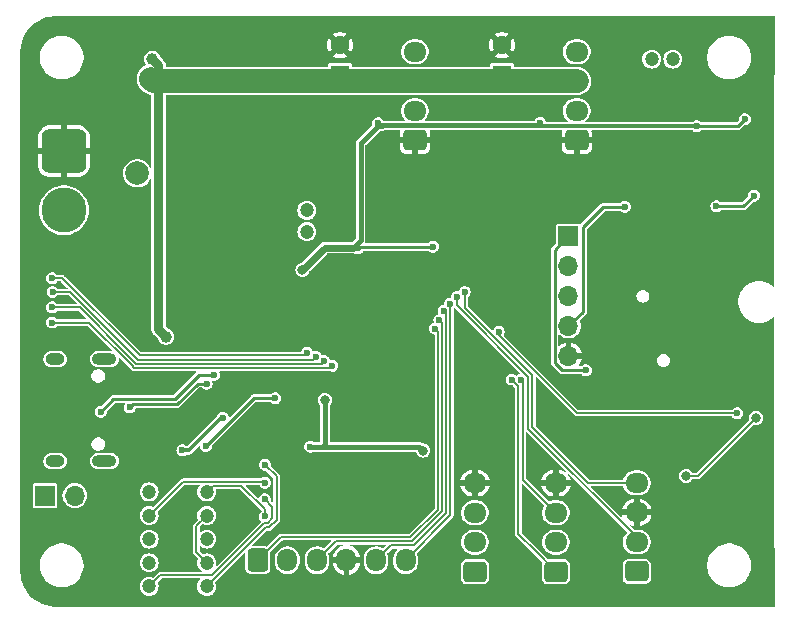
<source format=gbr>
%TF.GenerationSoftware,KiCad,Pcbnew,8.0.7*%
%TF.CreationDate,2025-02-05T08:53:54+09:00*%
%TF.ProjectId,GN10Mainboard,474e3130-4d61-4696-9e62-6f6172642e6b,rev?*%
%TF.SameCoordinates,Original*%
%TF.FileFunction,Copper,L2,Bot*%
%TF.FilePolarity,Positive*%
%FSLAX46Y46*%
G04 Gerber Fmt 4.6, Leading zero omitted, Abs format (unit mm)*
G04 Created by KiCad (PCBNEW 8.0.7) date 2025-02-05 08:53:54*
%MOMM*%
%LPD*%
G01*
G04 APERTURE LIST*
G04 Aperture macros list*
%AMRoundRect*
0 Rectangle with rounded corners*
0 $1 Rounding radius*
0 $2 $3 $4 $5 $6 $7 $8 $9 X,Y pos of 4 corners*
0 Add a 4 corners polygon primitive as box body*
4,1,4,$2,$3,$4,$5,$6,$7,$8,$9,$2,$3,0*
0 Add four circle primitives for the rounded corners*
1,1,$1+$1,$2,$3*
1,1,$1+$1,$4,$5*
1,1,$1+$1,$6,$7*
1,1,$1+$1,$8,$9*
0 Add four rect primitives between the rounded corners*
20,1,$1+$1,$2,$3,$4,$5,0*
20,1,$1+$1,$4,$5,$6,$7,0*
20,1,$1+$1,$6,$7,$8,$9,0*
20,1,$1+$1,$8,$9,$2,$3,0*%
G04 Aperture macros list end*
%TA.AperFunction,ComponentPad*%
%ADD10RoundRect,0.250000X0.725000X-0.600000X0.725000X0.600000X-0.725000X0.600000X-0.725000X-0.600000X0*%
%TD*%
%TA.AperFunction,ComponentPad*%
%ADD11O,1.950000X1.700000*%
%TD*%
%TA.AperFunction,ComponentPad*%
%ADD12R,1.600000X1.600000*%
%TD*%
%TA.AperFunction,ComponentPad*%
%ADD13C,1.600000*%
%TD*%
%TA.AperFunction,ComponentPad*%
%ADD14C,1.200000*%
%TD*%
%TA.AperFunction,ComponentPad*%
%ADD15R,1.700000X1.700000*%
%TD*%
%TA.AperFunction,ComponentPad*%
%ADD16O,1.700000X1.700000*%
%TD*%
%TA.AperFunction,ComponentPad*%
%ADD17O,2.100000X1.000000*%
%TD*%
%TA.AperFunction,ComponentPad*%
%ADD18O,1.600000X1.000000*%
%TD*%
%TA.AperFunction,ComponentPad*%
%ADD19RoundRect,0.760000X-1.140000X1.140000X-1.140000X-1.140000X1.140000X-1.140000X1.140000X1.140000X0*%
%TD*%
%TA.AperFunction,ComponentPad*%
%ADD20C,3.800000*%
%TD*%
%TA.AperFunction,ComponentPad*%
%ADD21RoundRect,0.250000X-0.600000X-0.725000X0.600000X-0.725000X0.600000X0.725000X-0.600000X0.725000X0*%
%TD*%
%TA.AperFunction,ComponentPad*%
%ADD22O,1.700000X1.950000*%
%TD*%
%TA.AperFunction,ViaPad*%
%ADD23C,0.600000*%
%TD*%
%TA.AperFunction,ViaPad*%
%ADD24C,0.800000*%
%TD*%
%TA.AperFunction,ViaPad*%
%ADD25C,2.000000*%
%TD*%
%TA.AperFunction,ViaPad*%
%ADD26C,2.500000*%
%TD*%
%TA.AperFunction,ViaPad*%
%ADD27C,1.000000*%
%TD*%
%TA.AperFunction,Conductor*%
%ADD28C,2.000000*%
%TD*%
%TA.AperFunction,Conductor*%
%ADD29C,0.800000*%
%TD*%
%TA.AperFunction,Conductor*%
%ADD30C,0.152400*%
%TD*%
%TA.AperFunction,Conductor*%
%ADD31C,0.400000*%
%TD*%
%TA.AperFunction,Conductor*%
%ADD32C,0.300000*%
%TD*%
%TA.AperFunction,Conductor*%
%ADD33C,0.600000*%
%TD*%
%TA.AperFunction,Conductor*%
%ADD34C,0.250000*%
%TD*%
G04 APERTURE END LIST*
D10*
%TO.P,J8,1,Pin_1*%
%TO.N,+3.3V*%
X182180000Y-147019000D03*
D11*
%TO.P,J8,2,Pin_2*%
%TO.N,SYS_SWCLK*%
X182180000Y-144519000D03*
%TO.P,J8,3,Pin_3*%
%TO.N,GND*%
X182180000Y-142019000D03*
%TO.P,J8,4,Pin_4*%
%TO.N,SYS_SWDIO*%
X182180000Y-139519000D03*
%TD*%
D12*
%TO.P,C29,1*%
%TO.N,+5V*%
X157051000Y-104954380D03*
D13*
%TO.P,C29,2*%
%TO.N,GND*%
X157051000Y-102454380D03*
%TD*%
D14*
%TO.P,SW3,*%
%TO.N,*%
X185245000Y-103645000D03*
X183445000Y-103645000D03*
%TD*%
D10*
%TO.P,J5,1,Pin_1*%
%TO.N,GND*%
X177100000Y-110510000D03*
D11*
%TO.P,J5,2,Pin_2*%
%TO.N,CAN2_L*%
X177100000Y-108010000D03*
%TO.P,J5,3,Pin_3*%
%TO.N,+5V*%
X177100000Y-105510000D03*
%TO.P,J5,4,Pin_4*%
%TO.N,CAN2_H*%
X177100000Y-103010000D03*
%TD*%
D15*
%TO.P,J10,1,Pin_1*%
%TO.N,BLE_UART_CTS*%
X176403000Y-118618000D03*
D16*
%TO.P,J10,2,Pin_2*%
%TO.N,BLE_UART_RTS*%
X176403000Y-121158000D03*
%TO.P,J10,3,Pin_3*%
%TO.N,BLE_UART_TX*%
X176403000Y-123698000D03*
%TO.P,J10,4,Pin_4*%
%TO.N,BLE_UART_RX*%
X176403000Y-126238000D03*
%TO.P,J10,5,Pin_5*%
%TO.N,GND*%
X176403000Y-128778000D03*
%TD*%
D15*
%TO.P,J2,1,Pin_1*%
%TO.N,+5V*%
X132075000Y-140589000D03*
D16*
%TO.P,J2,2,Pin_2*%
%TO.N,VBUS*%
X134615000Y-140589000D03*
%TD*%
D17*
%TO.P,J3,S1,SHIELD*%
%TO.N,unconnected-(J3-SHIELD-PadS1)_3*%
X137115000Y-129030000D03*
D18*
%TO.N,unconnected-(J3-SHIELD-PadS1)_1*%
X132935000Y-129030000D03*
D17*
%TO.N,unconnected-(J3-SHIELD-PadS1)_2*%
X137115000Y-137670000D03*
D18*
%TO.N,unconnected-(J3-SHIELD-PadS1)*%
X132935000Y-137670000D03*
%TD*%
D12*
%TO.P,C32,1*%
%TO.N,+5V*%
X170767000Y-104954380D03*
D13*
%TO.P,C32,2*%
%TO.N,GND*%
X170767000Y-102454380D03*
%TD*%
D10*
%TO.P,J4,1,Pin_1*%
%TO.N,GND*%
X163401000Y-110510000D03*
D11*
%TO.P,J4,2,Pin_2*%
%TO.N,CAN1_L*%
X163401000Y-108010000D03*
%TO.P,J4,3,Pin_3*%
%TO.N,+5V*%
X163401000Y-105510000D03*
%TO.P,J4,4,Pin_4*%
%TO.N,CAN1_H*%
X163401000Y-103010000D03*
%TD*%
D14*
%TO.P,SW1,*%
%TO.N,*%
X154257000Y-118250000D03*
X154257000Y-116450000D03*
%TD*%
%TO.P,U5,1,A*%
%TO.N,LED_A_DRV*%
X140895000Y-140285000D03*
%TO.P,U5,2,F*%
%TO.N,LED_F_DRV*%
X140895000Y-142285000D03*
%TO.P,U5,3,G*%
%TO.N,LED_G_DRV*%
X140895000Y-144285000D03*
%TO.P,U5,4,E*%
%TO.N,LED_E_DRV*%
X140895000Y-146285000D03*
%TO.P,U5,5,D*%
%TO.N,LED_D_DRV*%
X140895000Y-148285000D03*
%TO.P,U5,6,DP_Cathode*%
%TO.N,LED_DP_DRV*%
X145775000Y-148285000D03*
%TO.P,U5,7,DP_Anode*%
%TO.N,+3.3V*%
X145775000Y-146285000D03*
%TO.P,U5,8,C*%
%TO.N,LED_C_DRV*%
X145775000Y-144285000D03*
%TO.P,U5,9,COM_Anode*%
%TO.N,+3.3V*%
X145775000Y-142285000D03*
%TO.P,U5,10,B*%
%TO.N,LED_B_DRV*%
X145775000Y-140285000D03*
%TD*%
D19*
%TO.P,J1,1,Pin_1*%
%TO.N,GND*%
X133683000Y-111432000D03*
D20*
%TO.P,J1,2,Pin_2*%
%TO.N,+BATT*%
X133683000Y-116432000D03*
%TD*%
D10*
%TO.P,J6,1,Pin_1*%
%TO.N,USART3_RX*%
X168481000Y-147039000D03*
D11*
%TO.P,J6,2,Pin_2*%
%TO.N,+3.3V*%
X168481000Y-144539000D03*
%TO.P,J6,3,Pin_3*%
%TO.N,USART3_TX*%
X168481000Y-142039000D03*
%TO.P,J6,4,Pin_4*%
%TO.N,GND*%
X168481000Y-139539000D03*
%TD*%
D10*
%TO.P,J7,1,Pin_1*%
%TO.N,I2C4_SCL*%
X175339000Y-147039000D03*
D11*
%TO.P,J7,2,Pin_2*%
%TO.N,+3.3V*%
X175339000Y-144539000D03*
%TO.P,J7,3,Pin_3*%
%TO.N,I2C4_SDA*%
X175339000Y-142039000D03*
%TO.P,J7,4,Pin_4*%
%TO.N,GND*%
X175339000Y-139539000D03*
%TD*%
D21*
%TO.P,J9,1,Pin_1*%
%TO.N,SPI3_MOSI*%
X150106000Y-146063000D03*
D22*
%TO.P,J9,2,Pin_2*%
%TO.N,+3.3V*%
X152606000Y-146063000D03*
%TO.P,J9,3,Pin_3*%
%TO.N,SPI3_MISO*%
X155106000Y-146063000D03*
%TO.P,J9,4,Pin_4*%
%TO.N,GND*%
X157606000Y-146063000D03*
%TO.P,J9,5,Pin_5*%
%TO.N,SPI3_SCK*%
X160106000Y-146063000D03*
%TO.P,J9,6,Pin_6*%
%TO.N,SPI3_CS*%
X162606000Y-146063000D03*
%TD*%
D23*
%TO.N,GND*%
X135080000Y-132220000D03*
X192230000Y-127140000D03*
X157889200Y-107632800D03*
X174450000Y-149365000D03*
X186705500Y-111582500D03*
X187023000Y-112789000D03*
X184508400Y-141110000D03*
X193246000Y-105550000D03*
X142192000Y-144412000D03*
X188877200Y-136030000D03*
X193246000Y-143650000D03*
X182451000Y-111773000D03*
X152098000Y-125489000D03*
X179530000Y-116980000D03*
X179530000Y-110249000D03*
X190960000Y-125870000D03*
X193246000Y-110630000D03*
X164086800Y-135776000D03*
X184610000Y-127140000D03*
X193246000Y-106820000D03*
X150320000Y-148730000D03*
X175088174Y-132720696D03*
X192230000Y-120790000D03*
X144478000Y-140094000D03*
X139177582Y-130122054D03*
X154130000Y-107836000D03*
X137620000Y-100470000D03*
X160480000Y-128410000D03*
X189690000Y-127140000D03*
X189690000Y-129680000D03*
X130863600Y-143421400D03*
X177625000Y-149365000D03*
X131270000Y-132220000D03*
X161242000Y-108344000D03*
X169573200Y-116014800D03*
X156822400Y-122034600D03*
X178895000Y-134252000D03*
X159972000Y-111646000D03*
X157940000Y-148730000D03*
X192230000Y-128410000D03*
X138890000Y-146190000D03*
X163020000Y-148730000D03*
X139575800Y-134226600D03*
X189690000Y-128410000D03*
X142877800Y-136893600D03*
X164925000Y-118631000D03*
X182451000Y-116218000D03*
X184610000Y-122060000D03*
X179530000Y-136030000D03*
X153495000Y-134252000D03*
X192230000Y-129680000D03*
X152250400Y-126886000D03*
X167338000Y-126251000D03*
X187150000Y-122060000D03*
X190452000Y-136919000D03*
X154130000Y-114440000D03*
X184610000Y-119520000D03*
X179530000Y-112408000D03*
X136172200Y-143497600D03*
X190909200Y-129680000D03*
X191061600Y-119520000D03*
X178381998Y-122009200D03*
X177040800Y-145885200D03*
X179530000Y-103010000D03*
X146002000Y-133871000D03*
X156111200Y-120536000D03*
X154003000Y-123584000D03*
X165560000Y-144920000D03*
X193500000Y-130950000D03*
X192357000Y-116218000D03*
X154130000Y-103010000D03*
X184356000Y-143396000D03*
X172824400Y-140449600D03*
X165560000Y-148730000D03*
X193500000Y-128410000D03*
X182070000Y-122060000D03*
X193500000Y-129680000D03*
X156162000Y-127597200D03*
X189436000Y-107582000D03*
X189055000Y-109995000D03*
X171910000Y-100470000D03*
X190452000Y-110122000D03*
X156111200Y-107302600D03*
X192230000Y-142380000D03*
X186261000Y-110122000D03*
X192230000Y-119520000D03*
X182070000Y-129680000D03*
X163020000Y-125870000D03*
X169116000Y-131966000D03*
X137112000Y-106820000D03*
X193500000Y-122060000D03*
X151971000Y-109868000D03*
X160480000Y-148730000D03*
X184610000Y-136030000D03*
X141226800Y-136792000D03*
X191010800Y-120739200D03*
X193246000Y-114948000D03*
X151386800Y-136741200D03*
X193246000Y-100419200D03*
X172468800Y-147155200D03*
X160480000Y-116980000D03*
X147780000Y-148730000D03*
X190706000Y-107709000D03*
X164747200Y-139535200D03*
X187023000Y-115964000D03*
X159819600Y-134404400D03*
X179530000Y-140475000D03*
X182070000Y-119520000D03*
X187023000Y-134252000D03*
X155400000Y-148730000D03*
X182070000Y-127140000D03*
X186388000Y-136030000D03*
X135486400Y-126581200D03*
X178381998Y-120028000D03*
X193246000Y-136157000D03*
X138890000Y-148730000D03*
X144351000Y-127775000D03*
X187150000Y-127140000D03*
X193500000Y-138824000D03*
X154003000Y-144818400D03*
X156035000Y-111265000D03*
X193500000Y-127140000D03*
X178260000Y-115760800D03*
X145240000Y-119520000D03*
X134935000Y-129832400D03*
X193500000Y-119520000D03*
X179530000Y-108090000D03*
X148796000Y-100470000D03*
X160734000Y-115202000D03*
X193246000Y-113170000D03*
X163020000Y-113170000D03*
X141811000Y-131026200D03*
X185499000Y-111265000D03*
X139398000Y-120840800D03*
X182324000Y-114313000D03*
X174450000Y-114694000D03*
X179530000Y-105550000D03*
X131270000Y-129680000D03*
X136350000Y-120790000D03*
X192230000Y-130950000D03*
X131270000Y-137300000D03*
X171275000Y-149365000D03*
X187023000Y-115329000D03*
X181054000Y-108090000D03*
X168100000Y-100470000D03*
X179530000Y-100470000D03*
X182324000Y-115583000D03*
X131270000Y-127140000D03*
X147780000Y-119520000D03*
X154638000Y-122060000D03*
X163020000Y-141110000D03*
X156212800Y-123685600D03*
D24*
X140668000Y-123838000D03*
D23*
X190960000Y-127140000D03*
X163020000Y-128410000D03*
X189690000Y-130950000D03*
X160480000Y-123330000D03*
X184610000Y-148730000D03*
X152352000Y-123965000D03*
X148415000Y-135141000D03*
X157584400Y-118707200D03*
X141430000Y-100470000D03*
X168100000Y-149365000D03*
X170640000Y-136030000D03*
X187150000Y-119520000D03*
X135080000Y-136030000D03*
X137112000Y-109106000D03*
X168100000Y-103010000D03*
X187150000Y-129680000D03*
X190604400Y-115405200D03*
X164290000Y-100470000D03*
D25*
X139893000Y-108723000D03*
D23*
X180952400Y-145682000D03*
X157683047Y-112862671D03*
X193246000Y-135014000D03*
X159718000Y-118758000D03*
X136350000Y-139840000D03*
X160480000Y-100470000D03*
X151590000Y-114440000D03*
X158041600Y-121298000D03*
X193246000Y-115837000D03*
X181968400Y-134404400D03*
X154130000Y-111392000D03*
X190960000Y-128410000D03*
X174653200Y-117945200D03*
X174551600Y-122974400D03*
X183594000Y-111265000D03*
X167338000Y-130569000D03*
X174450000Y-127140000D03*
X142192000Y-139840000D03*
X167947600Y-137452400D03*
X153266400Y-127978200D03*
X178361600Y-125819200D03*
X193500000Y-137300000D03*
X143970000Y-100470000D03*
X160480000Y-130950000D03*
X169217600Y-143243600D03*
X147653000Y-132982000D03*
X180927000Y-113551000D03*
X152860000Y-148730000D03*
D26*
X186182000Y-124320000D03*
D23*
X178310800Y-127546400D03*
X163020000Y-123330000D03*
X146510000Y-137300000D03*
X184610000Y-139332000D03*
X193246000Y-114059000D03*
X171204015Y-126375368D03*
X163020000Y-130950000D03*
X174602400Y-125565200D03*
X186743600Y-149339600D03*
X190909200Y-130950000D03*
X156670000Y-134353600D03*
X187150000Y-100470000D03*
X192230000Y-122060000D03*
X146510000Y-127140000D03*
X142700000Y-134760000D03*
X148034000Y-144285000D03*
X182070000Y-124600000D03*
X157940000Y-137300000D03*
X131270000Y-108090000D03*
X143970000Y-148730000D03*
X182324000Y-113043000D03*
X190604400Y-114516200D03*
X178387000Y-118250000D03*
X160480000Y-125870000D03*
X173180000Y-136030000D03*
X193246000Y-109360000D03*
X180139600Y-132016800D03*
X154130000Y-100470000D03*
X131270000Y-134760000D03*
X171452800Y-110782400D03*
X136350000Y-123330000D03*
X150675600Y-144386600D03*
X136985000Y-148730000D03*
X167338000Y-128537000D03*
X189690000Y-125870000D03*
X164747200Y-137503200D03*
X150726400Y-119723200D03*
X178387000Y-123965000D03*
X193500000Y-120790000D03*
X193246000Y-111900000D03*
X190452000Y-111646000D03*
X182070000Y-148730000D03*
X143970000Y-146190000D03*
X189690000Y-122060000D03*
X193500000Y-140348000D03*
X151590000Y-103010000D03*
X166830000Y-108090000D03*
X153876000Y-132474000D03*
X168100000Y-134125000D03*
X166677600Y-111849200D03*
X177345600Y-137350800D03*
X169268400Y-119875600D03*
X189690000Y-123330000D03*
X156314400Y-130442000D03*
X146510000Y-100470000D03*
X150320000Y-127902000D03*
X193246000Y-108090000D03*
X188166000Y-107582000D03*
X193500000Y-141745000D03*
X175720000Y-100470000D03*
X184356000Y-134252000D03*
X170233600Y-122415600D03*
X169370000Y-111900000D03*
X193347600Y-133845600D03*
X174704000Y-107328000D03*
X189690000Y-119520000D03*
X189944000Y-134506000D03*
X193347600Y-149390400D03*
X189690000Y-120790000D03*
X142700000Y-119520000D03*
X191010800Y-122060000D03*
X157940000Y-142380000D03*
X151590000Y-100470000D03*
X182451000Y-137808000D03*
X136350000Y-114440000D03*
X170182800Y-147206000D03*
X146764000Y-145478800D03*
X167846000Y-122415600D03*
X137620000Y-103010000D03*
X187023000Y-114059000D03*
X148288000Y-130442000D03*
X142700000Y-118250000D03*
X142700000Y-142380000D03*
X131270000Y-119520000D03*
X174551600Y-120434400D03*
X189690000Y-124600000D03*
D25*
%TO.N,+BATT*%
X139893000Y-113303000D03*
%TO.N,+5V*%
X141043000Y-105283000D03*
D27*
X141176000Y-103645000D03*
X142319000Y-127140000D03*
D23*
%TO.N,SYS_SWDIO*%
X167617400Y-123355400D03*
%TO.N,SYS_SWCLK*%
X166937186Y-123776485D03*
%TO.N,+3.3V*%
X158549600Y-119672400D03*
X187277000Y-109310000D03*
D24*
X153876000Y-121475800D03*
X164096200Y-136781000D03*
D23*
X154536400Y-136461800D03*
X143716000Y-136766600D03*
X147145000Y-133998000D03*
X164925000Y-119520000D03*
X191341000Y-108725000D03*
X174018200Y-109029800D03*
D24*
X155781000Y-132499400D03*
D23*
X160276800Y-109080600D03*
%TO.N,SPI3_SCK*%
X165822000Y-124954662D03*
%TO.N,DIP_3*%
X155718544Y-129203934D03*
X132692400Y-124650800D03*
%TO.N,DIP_4*%
X132692400Y-125946200D03*
X156416000Y-129595800D03*
%TO.N,DIP_2*%
X132717800Y-123355400D03*
X155008932Y-128834537D03*
%TO.N,DIP_1*%
X154277915Y-128500600D03*
X132692400Y-122187000D03*
%TO.N,SPI3_CS*%
X166360986Y-124361750D03*
%TO.N,Net-(U7-USBDM)*%
X139255002Y-133134400D03*
X145774106Y-131116858D03*
%TO.N,I2C4_SDA*%
X172408045Y-130782155D03*
%TO.N,Net-(U7-USBDP)*%
X136804998Y-133490000D03*
X146399106Y-130371039D03*
%TO.N,SPI3_MISO*%
X165469600Y-125732711D03*
%TO.N,I2C4_SCL*%
X171605000Y-130770418D03*
%TO.N,SPI3_MOSI*%
X165117200Y-126461812D03*
%TO.N,LED_B_DRV*%
X150696000Y-142356660D03*
%TO.N,LED_D_DRV*%
X150696000Y-140903941D03*
%TO.N,LED_DP_DRV*%
X150707985Y-137992615D03*
%TO.N,LED_F_DRV*%
X150704708Y-139507000D03*
D24*
%TO.N,BLE_UART_RX_LED*%
X192280800Y-134023400D03*
X186362600Y-138925600D03*
D23*
%TO.N,BLE_UART_RX*%
X181181000Y-116141800D03*
%TO.N,BLE_STATUS_LED*%
X192103000Y-115202000D03*
X188928000Y-116091000D03*
%TO.N,BLE_UART_MODE*%
X190680600Y-133617000D03*
X170489815Y-126735816D03*
%TO.N,BLE_UART_CTS*%
X177879000Y-129984800D03*
%TO.N,Net-(D13-K)*%
X151564600Y-132347000D03*
X145695062Y-136401000D03*
%TD*%
D28*
%TO.N,+5V*%
X144478000Y-105510000D02*
X163401000Y-105510000D01*
X177100000Y-105510000D02*
X163401000Y-105510000D01*
D29*
X141684000Y-104153000D02*
X141176000Y-103645000D01*
D28*
X141043000Y-105283000D02*
X141270000Y-105510000D01*
X141270000Y-105510000D02*
X144478000Y-105510000D01*
D29*
X142319000Y-127140000D02*
X141684000Y-126505000D01*
X141684000Y-126505000D02*
X141684000Y-104153000D01*
D30*
%TO.N,SYS_SWDIO*%
X173336645Y-134773877D02*
X178081768Y-139519000D01*
X167617400Y-123355400D02*
X167617400Y-124678271D01*
X167617400Y-124678271D02*
X173336645Y-130397516D01*
X173336645Y-130397516D02*
X173336645Y-134773877D01*
X178081768Y-139519000D02*
X182180000Y-139519000D01*
%TO.N,SYS_SWCLK*%
X172984245Y-130543485D02*
X172984245Y-134919845D01*
X172984245Y-134919845D02*
X182180000Y-144115600D01*
X166937186Y-124496426D02*
X172984245Y-130543485D01*
X166937186Y-123776485D02*
X166937186Y-124496426D01*
X182180000Y-144115600D02*
X182180000Y-144519000D01*
D31*
%TO.N,+3.3V*%
X155781000Y-136207800D02*
X155527000Y-136461800D01*
D30*
X145775000Y-146285000D02*
X144898800Y-145408800D01*
D32*
X147018000Y-133998000D02*
X144249400Y-136766600D01*
D31*
X163777000Y-136461800D02*
X154536400Y-136461800D01*
D33*
X155755600Y-119596200D02*
X153876000Y-121475800D01*
D31*
X173789600Y-109258400D02*
X174018200Y-109029800D01*
D30*
X144898800Y-145408800D02*
X144898800Y-143161200D01*
D34*
X158549600Y-119672400D02*
X158270200Y-119672400D01*
D32*
X147145000Y-133998000D02*
X147018000Y-133998000D01*
D31*
X158803600Y-118986600D02*
X158194000Y-119596200D01*
X160276800Y-109080600D02*
X160505400Y-109309200D01*
X164899600Y-109258400D02*
X164898000Y-109260000D01*
D34*
X187277000Y-109310000D02*
X190756000Y-109310000D01*
D31*
X155527000Y-136461800D02*
X154536400Y-136461800D01*
X158803600Y-110757000D02*
X158803600Y-118986600D01*
D32*
X187277000Y-109310000D02*
X164951200Y-109310000D01*
D34*
X158270200Y-119672400D02*
X158194000Y-119596200D01*
D31*
X160607000Y-109309200D02*
X160251400Y-109309200D01*
D33*
X158194000Y-119596200D02*
X155755600Y-119596200D01*
D34*
X190756000Y-109310000D02*
X191341000Y-108725000D01*
X158702000Y-119520000D02*
X158549600Y-119672400D01*
D31*
X164899600Y-109258400D02*
X173789600Y-109258400D01*
X160505400Y-109309200D02*
X160607000Y-109309200D01*
X160656200Y-109260000D02*
X160607000Y-109309200D01*
X155781000Y-132499400D02*
X155781000Y-136207800D01*
D32*
X164951200Y-109310000D02*
X164899600Y-109258400D01*
D31*
X164096200Y-136781000D02*
X163777000Y-136461800D01*
D30*
X144898800Y-143161200D02*
X145775000Y-142285000D01*
D34*
X164925000Y-119520000D02*
X158702000Y-119520000D01*
D31*
X160251400Y-109309200D02*
X158803600Y-110757000D01*
D32*
X144249400Y-136766600D02*
X143716000Y-136766600D01*
D31*
X164898000Y-109260000D02*
X160656200Y-109260000D01*
D30*
%TO.N,SPI3_SCK*%
X163315632Y-144811800D02*
X161357200Y-144811800D01*
X165822000Y-124954662D02*
X166045800Y-125178462D01*
X166045800Y-142081632D02*
X163315632Y-144811800D01*
X166045800Y-125178462D02*
X166045800Y-142081632D01*
X161357200Y-144811800D02*
X160106000Y-146063000D01*
%TO.N,DIP_3*%
X139053600Y-128684832D02*
X139053600Y-128675200D01*
X139797968Y-129429200D02*
X139053600Y-128684832D01*
X155718544Y-129203934D02*
X155493278Y-129429200D01*
X135029200Y-124650800D02*
X132692400Y-124650800D01*
X139053600Y-128675200D02*
X135029200Y-124650800D01*
X155493278Y-129429200D02*
X139797968Y-129429200D01*
%TO.N,DIP_4*%
X139651999Y-129781600D02*
X139445568Y-129575169D01*
X156230200Y-129781600D02*
X139651999Y-129781600D01*
X135816600Y-125946200D02*
X132692400Y-125946200D01*
X139445568Y-129575168D02*
X135816600Y-125946200D01*
X139445568Y-129575169D02*
X139445568Y-129575168D01*
X156416000Y-129595800D02*
X156230200Y-129781600D01*
%TO.N,DIP_2*%
X134232169Y-123355400D02*
X132717800Y-123355400D01*
X155008932Y-128834537D02*
X154766669Y-129076800D01*
X154766669Y-129076800D02*
X139953569Y-129076800D01*
X139953569Y-129076800D02*
X134232169Y-123355400D01*
%TO.N,DIP_1*%
X154277915Y-128500600D02*
X154054115Y-128724400D01*
X140099538Y-128724400D02*
X133562138Y-122187000D01*
X133562138Y-122187000D02*
X132692400Y-122187000D01*
X154054115Y-128724400D02*
X140099538Y-128724400D01*
%TO.N,SPI3_CS*%
X166398200Y-124398964D02*
X166398200Y-142227600D01*
X166360986Y-124361750D02*
X166398200Y-124398964D01*
X166398200Y-142227600D02*
X162606000Y-146019800D01*
X162606000Y-146019800D02*
X162606000Y-146063000D01*
D34*
%TO.N,Net-(U7-USBDM)*%
X145005266Y-131116858D02*
X143248924Y-132873200D01*
X143248924Y-132873200D02*
X139516202Y-132873200D01*
X139516202Y-132873200D02*
X139255002Y-133134400D01*
X145774106Y-131116858D02*
X145005266Y-131116858D01*
D30*
%TO.N,I2C4_SDA*%
X172545000Y-139245000D02*
X175339000Y-142039000D01*
X172545000Y-130919110D02*
X172545000Y-139245000D01*
X172408045Y-130782155D02*
X172545000Y-130919110D01*
D34*
%TO.N,Net-(U7-USBDP)*%
X145114689Y-130371039D02*
X143062528Y-132423200D01*
X146399106Y-130371039D02*
X145114689Y-130371039D01*
X137871798Y-132423200D02*
X136804998Y-133490000D01*
X143062528Y-132423200D02*
X137871798Y-132423200D01*
D30*
%TO.N,SPI3_MISO*%
X156709600Y-144459400D02*
X155106000Y-146063000D01*
X165693400Y-125956511D02*
X165693400Y-141935664D01*
X163169664Y-144459400D02*
X156709600Y-144459400D01*
X165469600Y-125732711D02*
X165693400Y-125956511D01*
X165693400Y-141935664D02*
X163169664Y-144459400D01*
%TO.N,I2C4_SCL*%
X171605000Y-130793980D02*
X171605000Y-130770418D01*
X173697844Y-145397843D02*
X172164000Y-143863999D01*
X175339000Y-147039000D02*
X173697844Y-145397843D01*
X172164000Y-131352980D02*
X171605000Y-130793980D01*
X172164000Y-143863999D02*
X172164000Y-131352980D01*
%TO.N,SPI3_MOSI*%
X152062000Y-144107000D02*
X150106000Y-146063000D01*
X163023696Y-144107000D02*
X152062000Y-144107000D01*
X165341000Y-126685612D02*
X165341000Y-141789696D01*
X165117200Y-126461812D02*
X165341000Y-126685612D01*
X165341000Y-141789696D02*
X163023696Y-144107000D01*
%TO.N,LED_B_DRV*%
X150696000Y-142356660D02*
X150696000Y-141740000D01*
X148717200Y-139761200D02*
X146298800Y-139761200D01*
X146298800Y-139761200D02*
X145775000Y-140285000D01*
X150696000Y-141740000D02*
X148717200Y-139761200D01*
%TO.N,LED_D_DRV*%
X150614971Y-142932860D02*
X146214831Y-147333000D01*
X150696000Y-140903941D02*
X151336000Y-141543941D01*
X151336000Y-142531530D02*
X150934670Y-142932860D01*
X150934670Y-142932860D02*
X150614971Y-142932860D01*
X146214831Y-147333000D02*
X141847000Y-147333000D01*
X151336000Y-141543941D02*
X151336000Y-142531530D01*
X141847000Y-147333000D02*
X140895000Y-148285000D01*
%TO.N,LED_DP_DRV*%
X145775000Y-148271200D02*
X145775000Y-148285000D01*
X151080639Y-143285260D02*
X150760940Y-143285260D01*
X151688400Y-142677499D02*
X151080639Y-143285260D01*
X151688400Y-138973030D02*
X151688400Y-142677499D01*
X150760940Y-143285260D02*
X145775000Y-148271200D01*
X150707985Y-137992615D02*
X151688400Y-138973030D01*
%TO.N,LED_F_DRV*%
X150704708Y-139507000D02*
X150606508Y-139408800D01*
X143771200Y-139408800D02*
X140895000Y-142285000D01*
X150606508Y-139408800D02*
X143771200Y-139408800D01*
%TO.N,BLE_UART_RX_LED*%
X187378600Y-138925600D02*
X186362600Y-138925600D01*
X192280800Y-134023400D02*
X187378600Y-138925600D01*
D34*
%TO.N,BLE_UART_RX*%
X177625000Y-117869000D02*
X177625000Y-125016000D01*
X181181000Y-116141800D02*
X179352200Y-116141800D01*
X179352200Y-116141800D02*
X177625000Y-117869000D01*
X177625000Y-125016000D02*
X176403000Y-126238000D01*
%TO.N,BLE_STATUS_LED*%
X192103000Y-115202000D02*
X191214000Y-116091000D01*
X191214000Y-116091000D02*
X188928000Y-116091000D01*
D30*
%TO.N,BLE_UART_MODE*%
X170489815Y-126989815D02*
X177117000Y-133617000D01*
X170489815Y-126735816D02*
X170489815Y-126989815D01*
X177117000Y-133617000D02*
X190680600Y-133617000D01*
D34*
%TO.N,BLE_UART_CTS*%
X177847200Y-129953000D02*
X175840600Y-129953000D01*
X175840600Y-129953000D02*
X175228000Y-129340400D01*
X175228000Y-119793000D02*
X176403000Y-118618000D01*
X177879000Y-129984800D02*
X177847200Y-129953000D01*
X175228000Y-129340400D02*
X175228000Y-119793000D01*
%TO.N,Net-(D13-K)*%
X145695062Y-136401000D02*
X149749062Y-132347000D01*
X149749062Y-132347000D02*
X151564600Y-132347000D01*
%TD*%
%TA.AperFunction,Conductor*%
%TO.N,GND*%
G36*
X193866648Y-100014352D02*
G01*
X193881000Y-100049000D01*
X193881000Y-104951000D01*
X193866648Y-104985648D01*
X193832000Y-105000000D01*
X193832000Y-122853252D01*
X193817648Y-122887900D01*
X193783000Y-122902252D01*
X193750974Y-122889681D01*
X193750740Y-122889976D01*
X193749786Y-122889215D01*
X193749668Y-122889169D01*
X193749310Y-122888837D01*
X193749307Y-122888833D01*
X193748137Y-122887900D01*
X193541895Y-122723427D01*
X193541894Y-122723426D01*
X193312147Y-122590781D01*
X193065191Y-122493858D01*
X192806553Y-122434825D01*
X192806544Y-122434824D01*
X192542000Y-122415000D01*
X192277455Y-122434824D01*
X192277446Y-122434825D01*
X192018808Y-122493858D01*
X191771852Y-122590781D01*
X191542105Y-122723426D01*
X191542104Y-122723427D01*
X191334692Y-122888833D01*
X191154250Y-123083304D01*
X191154248Y-123083306D01*
X191004803Y-123302502D01*
X190889701Y-123541513D01*
X190889696Y-123541526D01*
X190856542Y-123649012D01*
X190811503Y-123795025D01*
X190771963Y-124057354D01*
X190771963Y-124322646D01*
X190811503Y-124584975D01*
X190831808Y-124650802D01*
X190889696Y-124838473D01*
X190889701Y-124838486D01*
X191004803Y-125077497D01*
X191137929Y-125272758D01*
X191154249Y-125296694D01*
X191334693Y-125491167D01*
X191368512Y-125518137D01*
X191542104Y-125656572D01*
X191542105Y-125656573D01*
X191771852Y-125789218D01*
X191771853Y-125789218D01*
X191771856Y-125789220D01*
X192018810Y-125886142D01*
X192277450Y-125945175D01*
X192542000Y-125965000D01*
X192806550Y-125945175D01*
X193065190Y-125886142D01*
X193312144Y-125789220D01*
X193541893Y-125656574D01*
X193749307Y-125491167D01*
X193749317Y-125491155D01*
X193749668Y-125490831D01*
X193749780Y-125490789D01*
X193750740Y-125490024D01*
X193750991Y-125490339D01*
X193784828Y-125477782D01*
X193818917Y-125493416D01*
X193832000Y-125526748D01*
X193832000Y-145000000D01*
X193866648Y-145014352D01*
X193881000Y-145049000D01*
X193881000Y-149951000D01*
X193866648Y-149985648D01*
X193832000Y-150000000D01*
X133000330Y-150000000D01*
X132999643Y-149999995D01*
X132834065Y-149997673D01*
X132829266Y-149997370D01*
X132499815Y-149960250D01*
X132494397Y-149959329D01*
X132171522Y-149885635D01*
X132166242Y-149884114D01*
X131853638Y-149774729D01*
X131848562Y-149772626D01*
X131550182Y-149628934D01*
X131545372Y-149626276D01*
X131264950Y-149450075D01*
X131260469Y-149446896D01*
X131001532Y-149240401D01*
X130997435Y-149236739D01*
X130763260Y-149002564D01*
X130759598Y-148998467D01*
X130553103Y-148739530D01*
X130549924Y-148735049D01*
X130373723Y-148454627D01*
X130371065Y-148449817D01*
X130323236Y-148350499D01*
X130227371Y-148151433D01*
X130225270Y-148146361D01*
X130211060Y-148105750D01*
X130115883Y-147833750D01*
X130114364Y-147828477D01*
X130090449Y-147723699D01*
X130040669Y-147505597D01*
X130039749Y-147500184D01*
X130011982Y-147253747D01*
X130002628Y-147170729D01*
X130002326Y-147165934D01*
X130001269Y-147090564D01*
X130000005Y-147000356D01*
X130000000Y-146999669D01*
X130000000Y-146378712D01*
X131649500Y-146378712D01*
X131649500Y-146621288D01*
X131681162Y-146861789D01*
X131681163Y-146861793D01*
X131681164Y-146861800D01*
X131743944Y-147096095D01*
X131743946Y-147096101D01*
X131836776Y-147320213D01*
X131958062Y-147530286D01*
X131958072Y-147530301D01*
X132105730Y-147722732D01*
X132105740Y-147722744D01*
X132277255Y-147894259D01*
X132277267Y-147894269D01*
X132469698Y-148041927D01*
X132469707Y-148041933D01*
X132469711Y-148041936D01*
X132679788Y-148163224D01*
X132903900Y-148256054D01*
X132903904Y-148256055D01*
X133138199Y-148318835D01*
X133138200Y-148318835D01*
X133138211Y-148318838D01*
X133378712Y-148350500D01*
X133378716Y-148350500D01*
X133621284Y-148350500D01*
X133621288Y-148350500D01*
X133861789Y-148318838D01*
X134096100Y-148256054D01*
X134320212Y-148163224D01*
X134530289Y-148041936D01*
X134530476Y-148041793D01*
X134629953Y-147965461D01*
X134722738Y-147894265D01*
X134894265Y-147722738D01*
X135019743Y-147559212D01*
X135041927Y-147530301D01*
X135041928Y-147530298D01*
X135041936Y-147530289D01*
X135163224Y-147320212D01*
X135256054Y-147096100D01*
X135318838Y-146861789D01*
X135350500Y-146621288D01*
X135350500Y-146378712D01*
X135338163Y-146285000D01*
X140089435Y-146285000D01*
X140109631Y-146464249D01*
X140109633Y-146464258D01*
X140169212Y-146634526D01*
X140265182Y-146787259D01*
X140265184Y-146787262D01*
X140392738Y-146914816D01*
X140392740Y-146914817D01*
X140545473Y-147010787D01*
X140545477Y-147010788D01*
X140545478Y-147010789D01*
X140715745Y-147070368D01*
X140895000Y-147090565D01*
X141074255Y-147070368D01*
X141244522Y-147010789D01*
X141244524Y-147010787D01*
X141244526Y-147010787D01*
X141316104Y-146965811D01*
X141397262Y-146914816D01*
X141524816Y-146787262D01*
X141588697Y-146685596D01*
X141620787Y-146634526D01*
X141620787Y-146634524D01*
X141620789Y-146634522D01*
X141680368Y-146464255D01*
X141700565Y-146285000D01*
X141680368Y-146105745D01*
X141620789Y-145935478D01*
X141620788Y-145935477D01*
X141620787Y-145935473D01*
X141524817Y-145782740D01*
X141524816Y-145782738D01*
X141397262Y-145655184D01*
X141359700Y-145631582D01*
X141244526Y-145559212D01*
X141074258Y-145499633D01*
X141074257Y-145499632D01*
X141074255Y-145499632D01*
X141074251Y-145499631D01*
X141074249Y-145499631D01*
X140895000Y-145479435D01*
X140715750Y-145499631D01*
X140715741Y-145499633D01*
X140545473Y-145559212D01*
X140392740Y-145655182D01*
X140392736Y-145655185D01*
X140265185Y-145782736D01*
X140265182Y-145782740D01*
X140169212Y-145935473D01*
X140109633Y-146105741D01*
X140109631Y-146105750D01*
X140089435Y-146285000D01*
X135338163Y-146285000D01*
X135318838Y-146138211D01*
X135315441Y-146125535D01*
X135256055Y-145903904D01*
X135256053Y-145903898D01*
X135218402Y-145812999D01*
X135163224Y-145679788D01*
X135156826Y-145668707D01*
X135087787Y-145549128D01*
X135041936Y-145469711D01*
X135041933Y-145469707D01*
X135041927Y-145469698D01*
X134894269Y-145277267D01*
X134894259Y-145277255D01*
X134722744Y-145105740D01*
X134722732Y-145105730D01*
X134530301Y-144958072D01*
X134530286Y-144958062D01*
X134320212Y-144836776D01*
X134320213Y-144836776D01*
X134096101Y-144743946D01*
X134096095Y-144743944D01*
X133861800Y-144681164D01*
X133861793Y-144681163D01*
X133861789Y-144681162D01*
X133621288Y-144649500D01*
X133378712Y-144649500D01*
X133138211Y-144681162D01*
X133138207Y-144681162D01*
X133138199Y-144681164D01*
X132903904Y-144743944D01*
X132903898Y-144743946D01*
X132679786Y-144836776D01*
X132469713Y-144958062D01*
X132469698Y-144958072D01*
X132277267Y-145105730D01*
X132277255Y-145105740D01*
X132105740Y-145277255D01*
X132105730Y-145277267D01*
X131958072Y-145469698D01*
X131958062Y-145469713D01*
X131836776Y-145679786D01*
X131743946Y-145903898D01*
X131743944Y-145903904D01*
X131681164Y-146138199D01*
X131681162Y-146138207D01*
X131681162Y-146138211D01*
X131649500Y-146378712D01*
X130000000Y-146378712D01*
X130000000Y-144285000D01*
X140089435Y-144285000D01*
X140109631Y-144464249D01*
X140109633Y-144464258D01*
X140169212Y-144634526D01*
X140265182Y-144787259D01*
X140265184Y-144787262D01*
X140392738Y-144914816D01*
X140392740Y-144914817D01*
X140545473Y-145010787D01*
X140545477Y-145010788D01*
X140545478Y-145010789D01*
X140715745Y-145070368D01*
X140895000Y-145090565D01*
X141074255Y-145070368D01*
X141244522Y-145010789D01*
X141244524Y-145010787D01*
X141244526Y-145010787D01*
X141300596Y-144975555D01*
X141397262Y-144914816D01*
X141524816Y-144787262D01*
X141611378Y-144649500D01*
X141620787Y-144634526D01*
X141620787Y-144634524D01*
X141620789Y-144634522D01*
X141680368Y-144464255D01*
X141700565Y-144285000D01*
X141680368Y-144105745D01*
X141620789Y-143935478D01*
X141620788Y-143935477D01*
X141620787Y-143935473D01*
X141524817Y-143782740D01*
X141524816Y-143782738D01*
X141397262Y-143655184D01*
X141397259Y-143655182D01*
X141244526Y-143559212D01*
X141074258Y-143499633D01*
X141074257Y-143499632D01*
X141074255Y-143499632D01*
X141074251Y-143499631D01*
X141074249Y-143499631D01*
X140895000Y-143479435D01*
X140715750Y-143499631D01*
X140715741Y-143499633D01*
X140545473Y-143559212D01*
X140392740Y-143655182D01*
X140392736Y-143655185D01*
X140265185Y-143782736D01*
X140265182Y-143782740D01*
X140169212Y-143935473D01*
X140109633Y-144105741D01*
X140109631Y-144105750D01*
X140089435Y-144285000D01*
X130000000Y-144285000D01*
X130000000Y-142285000D01*
X140089435Y-142285000D01*
X140109631Y-142464249D01*
X140109633Y-142464258D01*
X140169212Y-142634526D01*
X140253219Y-142768220D01*
X140265184Y-142787262D01*
X140392738Y-142914816D01*
X140392740Y-142914817D01*
X140545473Y-143010787D01*
X140545477Y-143010788D01*
X140545478Y-143010789D01*
X140715745Y-143070368D01*
X140895000Y-143090565D01*
X141074255Y-143070368D01*
X141244522Y-143010789D01*
X141244524Y-143010787D01*
X141244526Y-143010787D01*
X141309531Y-142969941D01*
X141397262Y-142914816D01*
X141524816Y-142787262D01*
X141585555Y-142690596D01*
X141620787Y-142634526D01*
X141620787Y-142634524D01*
X141620789Y-142634522D01*
X141680368Y-142464255D01*
X141700565Y-142285000D01*
X141680368Y-142105745D01*
X141634857Y-141975681D01*
X141636959Y-141938240D01*
X141646456Y-141924855D01*
X143871461Y-139699852D01*
X143906109Y-139685500D01*
X145124126Y-139685500D01*
X145158774Y-139699852D01*
X145173126Y-139734500D01*
X145158774Y-139769148D01*
X145145185Y-139782736D01*
X145145182Y-139782740D01*
X145049212Y-139935473D01*
X144989633Y-140105741D01*
X144989631Y-140105750D01*
X144969435Y-140285000D01*
X144989631Y-140464249D01*
X144989633Y-140464258D01*
X145049212Y-140634526D01*
X145141856Y-140781965D01*
X145145184Y-140787262D01*
X145272738Y-140914816D01*
X145272740Y-140914817D01*
X145425473Y-141010787D01*
X145425477Y-141010788D01*
X145425478Y-141010789D01*
X145595745Y-141070368D01*
X145775000Y-141090565D01*
X145954255Y-141070368D01*
X146124522Y-141010789D01*
X146124524Y-141010787D01*
X146124526Y-141010787D01*
X146180596Y-140975555D01*
X146277262Y-140914816D01*
X146404816Y-140787262D01*
X146484352Y-140660682D01*
X146500787Y-140634526D01*
X146500787Y-140634524D01*
X146500789Y-140634522D01*
X146560368Y-140464255D01*
X146580565Y-140285000D01*
X146560368Y-140105745D01*
X146559436Y-140103081D01*
X146561540Y-140065638D01*
X146589505Y-140040649D01*
X146605687Y-140037900D01*
X148582291Y-140037900D01*
X148616939Y-140052252D01*
X150404948Y-141840261D01*
X150419300Y-141874909D01*
X150419300Y-141912781D01*
X150404948Y-141947429D01*
X150396792Y-141954002D01*
X150364872Y-141974516D01*
X150270625Y-142083283D01*
X150270624Y-142083285D01*
X150210833Y-142214205D01*
X150190353Y-142356657D01*
X150190353Y-142356662D01*
X150210833Y-142499114D01*
X150227951Y-142536596D01*
X150270623Y-142630033D01*
X150270624Y-142630034D01*
X150270625Y-142630036D01*
X150359528Y-142732636D01*
X150371371Y-142768220D01*
X150357144Y-142799372D01*
X146641177Y-146515339D01*
X146606529Y-146529691D01*
X146571881Y-146515339D01*
X146557529Y-146480691D01*
X146559863Y-146466957D01*
X146559756Y-146466933D01*
X146560193Y-146465015D01*
X146560280Y-146464504D01*
X146560368Y-146464255D01*
X146580565Y-146285000D01*
X146560368Y-146105745D01*
X146500789Y-145935478D01*
X146500788Y-145935477D01*
X146500787Y-145935473D01*
X146404817Y-145782740D01*
X146404816Y-145782738D01*
X146277262Y-145655184D01*
X146239700Y-145631582D01*
X146124526Y-145559212D01*
X145954258Y-145499633D01*
X145954257Y-145499632D01*
X145954255Y-145499632D01*
X145954251Y-145499631D01*
X145954249Y-145499631D01*
X145775000Y-145479435D01*
X145595750Y-145499631D01*
X145595746Y-145499631D01*
X145595745Y-145499632D01*
X145595742Y-145499632D01*
X145595738Y-145499634D01*
X145465683Y-145545141D01*
X145428239Y-145543038D01*
X145414852Y-145533539D01*
X145189852Y-145308539D01*
X145175500Y-145273891D01*
X145175500Y-144935874D01*
X145189852Y-144901226D01*
X145224500Y-144886874D01*
X145259148Y-144901226D01*
X145272738Y-144914816D01*
X145272740Y-144914817D01*
X145425473Y-145010787D01*
X145425477Y-145010788D01*
X145425478Y-145010789D01*
X145595745Y-145070368D01*
X145775000Y-145090565D01*
X145954255Y-145070368D01*
X146124522Y-145010789D01*
X146124524Y-145010787D01*
X146124526Y-145010787D01*
X146180596Y-144975555D01*
X146277262Y-144914816D01*
X146404816Y-144787262D01*
X146491378Y-144649500D01*
X146500787Y-144634526D01*
X146500787Y-144634524D01*
X146500789Y-144634522D01*
X146560368Y-144464255D01*
X146580565Y-144285000D01*
X146560368Y-144105745D01*
X146500789Y-143935478D01*
X146500788Y-143935477D01*
X146500787Y-143935473D01*
X146404817Y-143782740D01*
X146404816Y-143782738D01*
X146277262Y-143655184D01*
X146277259Y-143655182D01*
X146124526Y-143559212D01*
X145954258Y-143499633D01*
X145954257Y-143499632D01*
X145954255Y-143499632D01*
X145954251Y-143499631D01*
X145954249Y-143499631D01*
X145775000Y-143479435D01*
X145595750Y-143499631D01*
X145595741Y-143499633D01*
X145425473Y-143559212D01*
X145272740Y-143655182D01*
X145272736Y-143655185D01*
X145259148Y-143668774D01*
X145224500Y-143683126D01*
X145189852Y-143668774D01*
X145175500Y-143634126D01*
X145175500Y-143296108D01*
X145189851Y-143261461D01*
X145414853Y-143036458D01*
X145449500Y-143022107D01*
X145465679Y-143024856D01*
X145595745Y-143070368D01*
X145775000Y-143090565D01*
X145954255Y-143070368D01*
X146124522Y-143010789D01*
X146124524Y-143010787D01*
X146124526Y-143010787D01*
X146189531Y-142969941D01*
X146277262Y-142914816D01*
X146404816Y-142787262D01*
X146465555Y-142690596D01*
X146500787Y-142634526D01*
X146500787Y-142634524D01*
X146500789Y-142634522D01*
X146560368Y-142464255D01*
X146580565Y-142285000D01*
X146560368Y-142105745D01*
X146500789Y-141935478D01*
X146500788Y-141935477D01*
X146500787Y-141935473D01*
X146404817Y-141782740D01*
X146404816Y-141782738D01*
X146277262Y-141655184D01*
X146260391Y-141644583D01*
X146124526Y-141559212D01*
X145954258Y-141499633D01*
X145954257Y-141499632D01*
X145954255Y-141499632D01*
X145954251Y-141499631D01*
X145954249Y-141499631D01*
X145775000Y-141479435D01*
X145595750Y-141499631D01*
X145595741Y-141499633D01*
X145425473Y-141559212D01*
X145272740Y-141655182D01*
X145272736Y-141655185D01*
X145145185Y-141782736D01*
X145145182Y-141782740D01*
X145049212Y-141935473D01*
X144989633Y-142105741D01*
X144989631Y-142105750D01*
X144969435Y-142285000D01*
X144989631Y-142464249D01*
X144989634Y-142464261D01*
X145035141Y-142594315D01*
X145033038Y-142631759D01*
X145023539Y-142645146D01*
X144677388Y-142991297D01*
X144677383Y-142991305D01*
X144640956Y-143054396D01*
X144639287Y-143060627D01*
X144639286Y-143060626D01*
X144639286Y-143060630D01*
X144622100Y-143124768D01*
X144622100Y-145445230D01*
X144640955Y-145515601D01*
X144640956Y-145515603D01*
X144677385Y-145578698D01*
X144677388Y-145578701D01*
X145023539Y-145924852D01*
X145037891Y-145959500D01*
X145035141Y-145975683D01*
X144989634Y-146105738D01*
X144989631Y-146105750D01*
X144969435Y-146285000D01*
X144989631Y-146464249D01*
X144989633Y-146464258D01*
X145049212Y-146634526D01*
X145145182Y-146787259D01*
X145145184Y-146787262D01*
X145272738Y-146914816D01*
X145272740Y-146914817D01*
X145353895Y-146965811D01*
X145375597Y-146996397D01*
X145369314Y-147033370D01*
X145338728Y-147055072D01*
X145327825Y-147056300D01*
X141810569Y-147056300D01*
X141740198Y-147075155D01*
X141740195Y-147075156D01*
X141679585Y-147110150D01*
X141678536Y-147110756D01*
X141677101Y-147111585D01*
X141255146Y-147533539D01*
X141220498Y-147547891D01*
X141204315Y-147545141D01*
X141074261Y-147499634D01*
X141074260Y-147499633D01*
X141074255Y-147499632D01*
X141074251Y-147499631D01*
X141074249Y-147499631D01*
X140895000Y-147479435D01*
X140715750Y-147499631D01*
X140715741Y-147499633D01*
X140545473Y-147559212D01*
X140392740Y-147655182D01*
X140392736Y-147655185D01*
X140265185Y-147782736D01*
X140265182Y-147782740D01*
X140169212Y-147935473D01*
X140109633Y-148105741D01*
X140109631Y-148105750D01*
X140089435Y-148285000D01*
X140109631Y-148464249D01*
X140109633Y-148464258D01*
X140169212Y-148634526D01*
X140265182Y-148787259D01*
X140265184Y-148787262D01*
X140392738Y-148914816D01*
X140392740Y-148914817D01*
X140545473Y-149010787D01*
X140545477Y-149010788D01*
X140545478Y-149010789D01*
X140715745Y-149070368D01*
X140895000Y-149090565D01*
X141074255Y-149070368D01*
X141244522Y-149010789D01*
X141244524Y-149010787D01*
X141244526Y-149010787D01*
X141300596Y-148975555D01*
X141397262Y-148914816D01*
X141524816Y-148787262D01*
X141585555Y-148690596D01*
X141620787Y-148634526D01*
X141620787Y-148634524D01*
X141620789Y-148634522D01*
X141680368Y-148464255D01*
X141700565Y-148285000D01*
X141680368Y-148105745D01*
X141634857Y-147975681D01*
X141636959Y-147938240D01*
X141646456Y-147924855D01*
X141947261Y-147624052D01*
X141981909Y-147609700D01*
X145199926Y-147609700D01*
X145234574Y-147624052D01*
X145248926Y-147658700D01*
X145234574Y-147693348D01*
X145145185Y-147782736D01*
X145145182Y-147782740D01*
X145049212Y-147935473D01*
X144989633Y-148105741D01*
X144989631Y-148105750D01*
X144969435Y-148285000D01*
X144989631Y-148464249D01*
X144989633Y-148464258D01*
X145049212Y-148634526D01*
X145145182Y-148787259D01*
X145145184Y-148787262D01*
X145272738Y-148914816D01*
X145272740Y-148914817D01*
X145425473Y-149010787D01*
X145425477Y-149010788D01*
X145425478Y-149010789D01*
X145595745Y-149070368D01*
X145775000Y-149090565D01*
X145954255Y-149070368D01*
X146124522Y-149010789D01*
X146124524Y-149010787D01*
X146124526Y-149010787D01*
X146180596Y-148975555D01*
X146277262Y-148914816D01*
X146404816Y-148787262D01*
X146465555Y-148690596D01*
X146500787Y-148634526D01*
X146500787Y-148634524D01*
X146500789Y-148634522D01*
X146560368Y-148464255D01*
X146580565Y-148285000D01*
X146560368Y-148105745D01*
X146511280Y-147965461D01*
X146513382Y-147928017D01*
X146522879Y-147914632D01*
X148971853Y-145465659D01*
X149006500Y-145451308D01*
X149041148Y-145465660D01*
X149055500Y-145500308D01*
X149055500Y-146842275D01*
X149058353Y-146872698D01*
X149058353Y-146872699D01*
X149103204Y-147000876D01*
X149103208Y-147000885D01*
X149183849Y-147110150D01*
X149293114Y-147190791D01*
X149293117Y-147190792D01*
X149293118Y-147190793D01*
X149293120Y-147190793D01*
X149293123Y-147190795D01*
X149421301Y-147235646D01*
X149451734Y-147238500D01*
X149451744Y-147238500D01*
X150760256Y-147238500D01*
X150760266Y-147238500D01*
X150790699Y-147235646D01*
X150918882Y-147190793D01*
X150944933Y-147171567D01*
X151028150Y-147110150D01*
X151108791Y-147000885D01*
X151108791Y-147000884D01*
X151108793Y-147000882D01*
X151153646Y-146872699D01*
X151156500Y-146842266D01*
X151156500Y-145834535D01*
X151555500Y-145834535D01*
X151555500Y-146291465D01*
X151572855Y-146378715D01*
X151595869Y-146494417D01*
X151595871Y-146494423D01*
X151653902Y-146634522D01*
X151675059Y-146685598D01*
X151790023Y-146857655D01*
X151936345Y-147003977D01*
X152108402Y-147118941D01*
X152299580Y-147198130D01*
X152502535Y-147238500D01*
X152502538Y-147238500D01*
X152709462Y-147238500D01*
X152709465Y-147238500D01*
X152912420Y-147198130D01*
X153103598Y-147118941D01*
X153275655Y-147003977D01*
X153421977Y-146857655D01*
X153536941Y-146685598D01*
X153616130Y-146494420D01*
X153656500Y-146291465D01*
X153656500Y-145834535D01*
X153616130Y-145631580D01*
X153536941Y-145440402D01*
X153421977Y-145268345D01*
X153275655Y-145122023D01*
X153246963Y-145102852D01*
X153170289Y-145051620D01*
X153103598Y-145007059D01*
X153103596Y-145007058D01*
X152912423Y-144927871D01*
X152912417Y-144927869D01*
X152830572Y-144911589D01*
X152709465Y-144887500D01*
X152502535Y-144887500D01*
X152413385Y-144905233D01*
X152299582Y-144927869D01*
X152299576Y-144927871D01*
X152108403Y-145007058D01*
X151936345Y-145122022D01*
X151790022Y-145268345D01*
X151675058Y-145440403D01*
X151595871Y-145631576D01*
X151595869Y-145631582D01*
X151588485Y-145668707D01*
X151555500Y-145834535D01*
X151156500Y-145834535D01*
X151156500Y-145424109D01*
X151170852Y-145389461D01*
X152162261Y-144398052D01*
X152196909Y-144383700D01*
X156275691Y-144383700D01*
X156310339Y-144398052D01*
X156324691Y-144432700D01*
X156310339Y-144467348D01*
X155732159Y-145045526D01*
X155697511Y-145059878D01*
X155670289Y-145051620D01*
X155603598Y-145007059D01*
X155603596Y-145007058D01*
X155412423Y-144927871D01*
X155412417Y-144927869D01*
X155330572Y-144911589D01*
X155209465Y-144887500D01*
X155002535Y-144887500D01*
X154913385Y-144905233D01*
X154799582Y-144927869D01*
X154799576Y-144927871D01*
X154608403Y-145007058D01*
X154436345Y-145122022D01*
X154290022Y-145268345D01*
X154175058Y-145440403D01*
X154095871Y-145631576D01*
X154095869Y-145631582D01*
X154088485Y-145668707D01*
X154055500Y-145834535D01*
X154055500Y-146291465D01*
X154072855Y-146378715D01*
X154095869Y-146494417D01*
X154095871Y-146494423D01*
X154153902Y-146634522D01*
X154175059Y-146685598D01*
X154290023Y-146857655D01*
X154436345Y-147003977D01*
X154608402Y-147118941D01*
X154799580Y-147198130D01*
X155002535Y-147238500D01*
X155002538Y-147238500D01*
X155209462Y-147238500D01*
X155209465Y-147238500D01*
X155412420Y-147198130D01*
X155603598Y-147118941D01*
X155775655Y-147003977D01*
X155921977Y-146857655D01*
X156036941Y-146685598D01*
X156116130Y-146494420D01*
X156156500Y-146291465D01*
X156156500Y-145834535D01*
X156116130Y-145631580D01*
X156073771Y-145529317D01*
X156073771Y-145491815D01*
X156084390Y-145475921D01*
X156809861Y-144750452D01*
X156844509Y-144736100D01*
X157274215Y-144736100D01*
X157308863Y-144750452D01*
X157323215Y-144785100D01*
X157308863Y-144819748D01*
X157289357Y-144831702D01*
X157164554Y-144872252D01*
X157003269Y-144954432D01*
X156856823Y-145060830D01*
X156728830Y-145188823D01*
X156622432Y-145335269D01*
X156540252Y-145496554D01*
X156484317Y-145668707D01*
X156484316Y-145668710D01*
X156461462Y-145812999D01*
X156461463Y-145813000D01*
X157201854Y-145813000D01*
X157163370Y-145879657D01*
X157131000Y-146000465D01*
X157131000Y-146125535D01*
X157163370Y-146246343D01*
X157201854Y-146313000D01*
X156461463Y-146313000D01*
X156484316Y-146457289D01*
X156484317Y-146457292D01*
X156540252Y-146629445D01*
X156622432Y-146790730D01*
X156728830Y-146937176D01*
X156728834Y-146937181D01*
X156856819Y-147065166D01*
X156856823Y-147065169D01*
X157003269Y-147171567D01*
X157164554Y-147253747D01*
X157336708Y-147309682D01*
X157336712Y-147309683D01*
X157356000Y-147312738D01*
X157356000Y-146467145D01*
X157422657Y-146505630D01*
X157543465Y-146538000D01*
X157668535Y-146538000D01*
X157789343Y-146505630D01*
X157856000Y-146467145D01*
X157856000Y-147312737D01*
X157875287Y-147309683D01*
X157875291Y-147309682D01*
X158047445Y-147253747D01*
X158208730Y-147171567D01*
X158355176Y-147065169D01*
X158355181Y-147065166D01*
X158483166Y-146937181D01*
X158483169Y-146937176D01*
X158589567Y-146790730D01*
X158671747Y-146629445D01*
X158727682Y-146457292D01*
X158727683Y-146457289D01*
X158750537Y-146313000D01*
X158010146Y-146313000D01*
X158048630Y-146246343D01*
X158081000Y-146125535D01*
X158081000Y-146000465D01*
X158048630Y-145879657D01*
X158010146Y-145813000D01*
X158750537Y-145813000D01*
X158750537Y-145812999D01*
X158727683Y-145668710D01*
X158727682Y-145668707D01*
X158671747Y-145496554D01*
X158589567Y-145335269D01*
X158483169Y-145188823D01*
X158483166Y-145188819D01*
X158355181Y-145060834D01*
X158355176Y-145060830D01*
X158208730Y-144954432D01*
X158047445Y-144872252D01*
X157922643Y-144831702D01*
X157894126Y-144807346D01*
X157891183Y-144769958D01*
X157915539Y-144741441D01*
X157937785Y-144736100D01*
X160923291Y-144736100D01*
X160957939Y-144750452D01*
X160972291Y-144785100D01*
X160957939Y-144819748D01*
X160732159Y-145045526D01*
X160697511Y-145059878D01*
X160670289Y-145051620D01*
X160603598Y-145007059D01*
X160603596Y-145007058D01*
X160412423Y-144927871D01*
X160412417Y-144927869D01*
X160330572Y-144911589D01*
X160209465Y-144887500D01*
X160002535Y-144887500D01*
X159913385Y-144905233D01*
X159799582Y-144927869D01*
X159799576Y-144927871D01*
X159608403Y-145007058D01*
X159436345Y-145122022D01*
X159290022Y-145268345D01*
X159175058Y-145440403D01*
X159095871Y-145631576D01*
X159095869Y-145631582D01*
X159088485Y-145668707D01*
X159055500Y-145834535D01*
X159055500Y-146291465D01*
X159072855Y-146378715D01*
X159095869Y-146494417D01*
X159095871Y-146494423D01*
X159153902Y-146634522D01*
X159175059Y-146685598D01*
X159290023Y-146857655D01*
X159436345Y-147003977D01*
X159608402Y-147118941D01*
X159799580Y-147198130D01*
X160002535Y-147238500D01*
X160002538Y-147238500D01*
X160209462Y-147238500D01*
X160209465Y-147238500D01*
X160412420Y-147198130D01*
X160603598Y-147118941D01*
X160775655Y-147003977D01*
X160921977Y-146857655D01*
X161036941Y-146685598D01*
X161116130Y-146494420D01*
X161156500Y-146291465D01*
X161156500Y-145834535D01*
X161116130Y-145631580D01*
X161073771Y-145529317D01*
X161073771Y-145491815D01*
X161084390Y-145475921D01*
X161457461Y-145102852D01*
X161492109Y-145088500D01*
X161851572Y-145088500D01*
X161886220Y-145102852D01*
X161900572Y-145137500D01*
X161886220Y-145172148D01*
X161790022Y-145268345D01*
X161675058Y-145440403D01*
X161595871Y-145631576D01*
X161595869Y-145631582D01*
X161588485Y-145668707D01*
X161555500Y-145834535D01*
X161555500Y-146291465D01*
X161572855Y-146378715D01*
X161595869Y-146494417D01*
X161595871Y-146494423D01*
X161653902Y-146634522D01*
X161675059Y-146685598D01*
X161790023Y-146857655D01*
X161936345Y-147003977D01*
X162108402Y-147118941D01*
X162299580Y-147198130D01*
X162502535Y-147238500D01*
X162502538Y-147238500D01*
X162709462Y-147238500D01*
X162709465Y-147238500D01*
X162912420Y-147198130D01*
X163103598Y-147118941D01*
X163275655Y-147003977D01*
X163421977Y-146857655D01*
X163536941Y-146685598D01*
X163616130Y-146494420D01*
X163637950Y-146384724D01*
X167305500Y-146384724D01*
X167305500Y-147693275D01*
X167308353Y-147723698D01*
X167308353Y-147723699D01*
X167353204Y-147851876D01*
X167353208Y-147851885D01*
X167433849Y-147961150D01*
X167543114Y-148041791D01*
X167543117Y-148041792D01*
X167543118Y-148041793D01*
X167543120Y-148041793D01*
X167543123Y-148041795D01*
X167622300Y-148069500D01*
X167671301Y-148086646D01*
X167701734Y-148089500D01*
X167701744Y-148089500D01*
X169260256Y-148089500D01*
X169260266Y-148089500D01*
X169290699Y-148086646D01*
X169418882Y-148041793D01*
X169445979Y-148021795D01*
X169528150Y-147961150D01*
X169608791Y-147851885D01*
X169608791Y-147851884D01*
X169608793Y-147851882D01*
X169653646Y-147723699D01*
X169656500Y-147693266D01*
X169656500Y-146384734D01*
X169653646Y-146354301D01*
X169646647Y-146334300D01*
X169608795Y-146226123D01*
X169608791Y-146226114D01*
X169528150Y-146116849D01*
X169418885Y-146036208D01*
X169418876Y-146036204D01*
X169290698Y-145991353D01*
X169260275Y-145988500D01*
X169260266Y-145988500D01*
X167701734Y-145988500D01*
X167701724Y-145988500D01*
X167671301Y-145991353D01*
X167671300Y-145991353D01*
X167543123Y-146036204D01*
X167543114Y-146036208D01*
X167433849Y-146116849D01*
X167353208Y-146226114D01*
X167353204Y-146226123D01*
X167308353Y-146354300D01*
X167308353Y-146354301D01*
X167305500Y-146384724D01*
X163637950Y-146384724D01*
X163656500Y-146291465D01*
X163656500Y-145834535D01*
X163616130Y-145631580D01*
X163561118Y-145498770D01*
X163561118Y-145461268D01*
X163571737Y-145445374D01*
X164581577Y-144435535D01*
X167305500Y-144435535D01*
X167305500Y-144642465D01*
X167325685Y-144743944D01*
X167345869Y-144845417D01*
X167345871Y-144845423D01*
X167425058Y-145036596D01*
X167425059Y-145036598D01*
X167440614Y-145059878D01*
X167526659Y-145188655D01*
X167540023Y-145208655D01*
X167686345Y-145354977D01*
X167858402Y-145469941D01*
X168049580Y-145549130D01*
X168252535Y-145589500D01*
X168252538Y-145589500D01*
X168709462Y-145589500D01*
X168709465Y-145589500D01*
X168912420Y-145549130D01*
X169103598Y-145469941D01*
X169275655Y-145354977D01*
X169421977Y-145208655D01*
X169536941Y-145036598D01*
X169616130Y-144845420D01*
X169656500Y-144642465D01*
X169656500Y-144435535D01*
X169616130Y-144232580D01*
X169536941Y-144041402D01*
X169421977Y-143869345D01*
X169275655Y-143723023D01*
X169215944Y-143683126D01*
X169190207Y-143665929D01*
X169103598Y-143608059D01*
X169055312Y-143588058D01*
X168912423Y-143528871D01*
X168912417Y-143528869D01*
X168830572Y-143512589D01*
X168709465Y-143488500D01*
X168252535Y-143488500D01*
X168151520Y-143508592D01*
X168049582Y-143528869D01*
X168049576Y-143528871D01*
X167858403Y-143608058D01*
X167686345Y-143723022D01*
X167540022Y-143869345D01*
X167425058Y-144041403D01*
X167345871Y-144232576D01*
X167345869Y-144232582D01*
X167335443Y-144285000D01*
X167305500Y-144435535D01*
X164581577Y-144435535D01*
X166619615Y-142397498D01*
X166656044Y-142334403D01*
X166674899Y-142264030D01*
X166674900Y-142264030D01*
X166674900Y-141935535D01*
X167305500Y-141935535D01*
X167305500Y-142142465D01*
X167319770Y-142214205D01*
X167345869Y-142345417D01*
X167345871Y-142345423D01*
X167409534Y-142499117D01*
X167425059Y-142536598D01*
X167540023Y-142708655D01*
X167686345Y-142854977D01*
X167858402Y-142969941D01*
X168049580Y-143049130D01*
X168252535Y-143089500D01*
X168252538Y-143089500D01*
X168709462Y-143089500D01*
X168709465Y-143089500D01*
X168912420Y-143049130D01*
X169103598Y-142969941D01*
X169275655Y-142854977D01*
X169421977Y-142708655D01*
X169536941Y-142536598D01*
X169616130Y-142345420D01*
X169656500Y-142142465D01*
X169656500Y-141935535D01*
X169616130Y-141732580D01*
X169536941Y-141541402D01*
X169421977Y-141369345D01*
X169275655Y-141223023D01*
X169204456Y-141175450D01*
X169179885Y-141159032D01*
X169103598Y-141108059D01*
X169061362Y-141090564D01*
X168912423Y-141028871D01*
X168912417Y-141028869D01*
X168821510Y-141010787D01*
X168709465Y-140988500D01*
X168252535Y-140988500D01*
X168151520Y-141008592D01*
X168049582Y-141028869D01*
X168049576Y-141028871D01*
X167858403Y-141108058D01*
X167686345Y-141223022D01*
X167540022Y-141369345D01*
X167425058Y-141541403D01*
X167345871Y-141732576D01*
X167345869Y-141732582D01*
X167325592Y-141834520D01*
X167305500Y-141935535D01*
X166674900Y-141935535D01*
X166674900Y-139289000D01*
X167231261Y-139289000D01*
X168076854Y-139289000D01*
X168038370Y-139355657D01*
X168006000Y-139476465D01*
X168006000Y-139601535D01*
X168038370Y-139722343D01*
X168076854Y-139789000D01*
X167231261Y-139789000D01*
X167234316Y-139808290D01*
X167234317Y-139808292D01*
X167290252Y-139980445D01*
X167372432Y-140141730D01*
X167478830Y-140288176D01*
X167478834Y-140288181D01*
X167606819Y-140416166D01*
X167606823Y-140416169D01*
X167753269Y-140522567D01*
X167914554Y-140604747D01*
X168086707Y-140660682D01*
X168086710Y-140660683D01*
X168231000Y-140683535D01*
X168231000Y-139943145D01*
X168297657Y-139981630D01*
X168418465Y-140014000D01*
X168543535Y-140014000D01*
X168664343Y-139981630D01*
X168731000Y-139943145D01*
X168731000Y-140683534D01*
X168875289Y-140660683D01*
X168875292Y-140660682D01*
X169047445Y-140604747D01*
X169208730Y-140522567D01*
X169355176Y-140416169D01*
X169355181Y-140416166D01*
X169483166Y-140288181D01*
X169483169Y-140288176D01*
X169589567Y-140141730D01*
X169671747Y-139980445D01*
X169727682Y-139808292D01*
X169727683Y-139808290D01*
X169730739Y-139789000D01*
X168885146Y-139789000D01*
X168923630Y-139722343D01*
X168956000Y-139601535D01*
X168956000Y-139476465D01*
X168923630Y-139355657D01*
X168885146Y-139289000D01*
X169730739Y-139289000D01*
X169727683Y-139269709D01*
X169727682Y-139269707D01*
X169671747Y-139097554D01*
X169589567Y-138936269D01*
X169483169Y-138789823D01*
X169483166Y-138789819D01*
X169355181Y-138661834D01*
X169355176Y-138661830D01*
X169208730Y-138555432D01*
X169047445Y-138473252D01*
X168875292Y-138417317D01*
X168875289Y-138417316D01*
X168731000Y-138394462D01*
X168731000Y-139134854D01*
X168664343Y-139096370D01*
X168543535Y-139064000D01*
X168418465Y-139064000D01*
X168297657Y-139096370D01*
X168231000Y-139134854D01*
X168231000Y-138394462D01*
X168230999Y-138394462D01*
X168086710Y-138417316D01*
X168086707Y-138417317D01*
X167914554Y-138473252D01*
X167753269Y-138555432D01*
X167606823Y-138661830D01*
X167478830Y-138789823D01*
X167372432Y-138936269D01*
X167290252Y-139097554D01*
X167234317Y-139269707D01*
X167234316Y-139269709D01*
X167231261Y-139289000D01*
X166674900Y-139289000D01*
X166674900Y-124781186D01*
X166689252Y-124746538D01*
X166691812Y-124744154D01*
X166692110Y-124743895D01*
X166692114Y-124743893D01*
X166704642Y-124729433D01*
X166738175Y-124712647D01*
X166773760Y-124724489D01*
X166776321Y-124726874D01*
X172273835Y-130224388D01*
X172288187Y-130259036D01*
X172273835Y-130293684D01*
X172252993Y-130306051D01*
X172197994Y-130322201D01*
X172076916Y-130400012D01*
X172048638Y-130432646D01*
X172015102Y-130449432D01*
X171979518Y-130437588D01*
X171974575Y-130432645D01*
X171936128Y-130388275D01*
X171909308Y-130371039D01*
X171815053Y-130310465D01*
X171815050Y-130310464D01*
X171676965Y-130269918D01*
X171676961Y-130269918D01*
X171533039Y-130269918D01*
X171533034Y-130269918D01*
X171394949Y-130310464D01*
X171394947Y-130310464D01*
X171394947Y-130310465D01*
X171376684Y-130322202D01*
X171273871Y-130388275D01*
X171179625Y-130497041D01*
X171179624Y-130497043D01*
X171119833Y-130627963D01*
X171099353Y-130770415D01*
X171099353Y-130770420D01*
X171119833Y-130912872D01*
X171147933Y-130974401D01*
X171179623Y-131043791D01*
X171179624Y-131043792D01*
X171179625Y-131043794D01*
X171242933Y-131116855D01*
X171273872Y-131152561D01*
X171394947Y-131230371D01*
X171471785Y-131252932D01*
X171533034Y-131270917D01*
X171533037Y-131270917D01*
X171533039Y-131270918D01*
X171533040Y-131270918D01*
X171670329Y-131270918D01*
X171704977Y-131285270D01*
X171872948Y-131453241D01*
X171887300Y-131487889D01*
X171887300Y-143900429D01*
X171896690Y-143935473D01*
X171906156Y-143970802D01*
X171942585Y-144033897D01*
X171942588Y-144033900D01*
X173476429Y-145567741D01*
X174169631Y-146260944D01*
X174183983Y-146295592D01*
X174181234Y-146311775D01*
X174166353Y-146354304D01*
X174163500Y-146384724D01*
X174163500Y-147693275D01*
X174166353Y-147723698D01*
X174166353Y-147723699D01*
X174211204Y-147851876D01*
X174211208Y-147851885D01*
X174291849Y-147961150D01*
X174401114Y-148041791D01*
X174401117Y-148041792D01*
X174401118Y-148041793D01*
X174401120Y-148041793D01*
X174401123Y-148041795D01*
X174480300Y-148069500D01*
X174529301Y-148086646D01*
X174559734Y-148089500D01*
X174559744Y-148089500D01*
X176118256Y-148089500D01*
X176118266Y-148089500D01*
X176148699Y-148086646D01*
X176276882Y-148041793D01*
X176303979Y-148021795D01*
X176386150Y-147961150D01*
X176466791Y-147851885D01*
X176466791Y-147851884D01*
X176466793Y-147851882D01*
X176511646Y-147723699D01*
X176514500Y-147693266D01*
X176514500Y-146384734D01*
X176512623Y-146364724D01*
X181004500Y-146364724D01*
X181004500Y-147673275D01*
X181007353Y-147703698D01*
X181007353Y-147703699D01*
X181052204Y-147831876D01*
X181052208Y-147831885D01*
X181132849Y-147941150D01*
X181242114Y-148021791D01*
X181242117Y-148021792D01*
X181242118Y-148021793D01*
X181242120Y-148021793D01*
X181242123Y-148021795D01*
X181299686Y-148041937D01*
X181370301Y-148066646D01*
X181400734Y-148069500D01*
X181400744Y-148069500D01*
X182959256Y-148069500D01*
X182959266Y-148069500D01*
X182989699Y-148066646D01*
X183117882Y-148021793D01*
X183227150Y-147941150D01*
X183293030Y-147851885D01*
X183307791Y-147831885D01*
X183307791Y-147831884D01*
X183307793Y-147831882D01*
X183352646Y-147703699D01*
X183355500Y-147673266D01*
X183355500Y-146378712D01*
X188149500Y-146378712D01*
X188149500Y-146621288D01*
X188181162Y-146861789D01*
X188181163Y-146861793D01*
X188181164Y-146861800D01*
X188243944Y-147096095D01*
X188243946Y-147096101D01*
X188336776Y-147320213D01*
X188458062Y-147530286D01*
X188458072Y-147530301D01*
X188605730Y-147722732D01*
X188605740Y-147722744D01*
X188777255Y-147894259D01*
X188777267Y-147894269D01*
X188969698Y-148041927D01*
X188969707Y-148041933D01*
X188969711Y-148041936D01*
X189179788Y-148163224D01*
X189403900Y-148256054D01*
X189403904Y-148256055D01*
X189638199Y-148318835D01*
X189638200Y-148318835D01*
X189638211Y-148318838D01*
X189878712Y-148350500D01*
X189878716Y-148350500D01*
X190121284Y-148350500D01*
X190121288Y-148350500D01*
X190361789Y-148318838D01*
X190596100Y-148256054D01*
X190820212Y-148163224D01*
X191030289Y-148041936D01*
X191030476Y-148041793D01*
X191129953Y-147965461D01*
X191222738Y-147894265D01*
X191394265Y-147722738D01*
X191519743Y-147559212D01*
X191541927Y-147530301D01*
X191541928Y-147530298D01*
X191541936Y-147530289D01*
X191663224Y-147320212D01*
X191756054Y-147096100D01*
X191818838Y-146861789D01*
X191850500Y-146621288D01*
X191850500Y-146378712D01*
X191818838Y-146138211D01*
X191815441Y-146125535D01*
X191756055Y-145903904D01*
X191756053Y-145903898D01*
X191718402Y-145812999D01*
X191663224Y-145679788D01*
X191656826Y-145668707D01*
X191587787Y-145549128D01*
X191541936Y-145469711D01*
X191541933Y-145469707D01*
X191541927Y-145469698D01*
X191394269Y-145277267D01*
X191394259Y-145277255D01*
X191222744Y-145105740D01*
X191222732Y-145105730D01*
X191030301Y-144958072D01*
X191030286Y-144958062D01*
X190820212Y-144836776D01*
X190820213Y-144836776D01*
X190596101Y-144743946D01*
X190596095Y-144743944D01*
X190361800Y-144681164D01*
X190361793Y-144681163D01*
X190361789Y-144681162D01*
X190121288Y-144649500D01*
X189878712Y-144649500D01*
X189638211Y-144681162D01*
X189638207Y-144681162D01*
X189638199Y-144681164D01*
X189403904Y-144743944D01*
X189403898Y-144743946D01*
X189179786Y-144836776D01*
X188969713Y-144958062D01*
X188969698Y-144958072D01*
X188777267Y-145105730D01*
X188777255Y-145105740D01*
X188605740Y-145277255D01*
X188605730Y-145277267D01*
X188458072Y-145469698D01*
X188458062Y-145469713D01*
X188336776Y-145679786D01*
X188243946Y-145903898D01*
X188243944Y-145903904D01*
X188181164Y-146138199D01*
X188181162Y-146138207D01*
X188181162Y-146138211D01*
X188149500Y-146378712D01*
X183355500Y-146378712D01*
X183355500Y-146364734D01*
X183352646Y-146334301D01*
X183345192Y-146313000D01*
X183307795Y-146206123D01*
X183307791Y-146206114D01*
X183227150Y-146096849D01*
X183117885Y-146016208D01*
X183117876Y-146016204D01*
X182989698Y-145971353D01*
X182959275Y-145968500D01*
X182959266Y-145968500D01*
X181400734Y-145968500D01*
X181400724Y-145968500D01*
X181370301Y-145971353D01*
X181370300Y-145971353D01*
X181242123Y-146016204D01*
X181242114Y-146016208D01*
X181132849Y-146096849D01*
X181052208Y-146206114D01*
X181052204Y-146206123D01*
X181007353Y-146334300D01*
X181007353Y-146334301D01*
X181004500Y-146364724D01*
X176512623Y-146364724D01*
X176511646Y-146354301D01*
X176504647Y-146334300D01*
X176466795Y-146226123D01*
X176466791Y-146226114D01*
X176386150Y-146116849D01*
X176276885Y-146036208D01*
X176276876Y-146036204D01*
X176148698Y-145991353D01*
X176118275Y-145988500D01*
X176118266Y-145988500D01*
X174700110Y-145988500D01*
X174665462Y-145974148D01*
X173126849Y-144435535D01*
X174163500Y-144435535D01*
X174163500Y-144642465D01*
X174183685Y-144743944D01*
X174203869Y-144845417D01*
X174203871Y-144845423D01*
X174283058Y-145036596D01*
X174283059Y-145036598D01*
X174298614Y-145059878D01*
X174384659Y-145188655D01*
X174398023Y-145208655D01*
X174544345Y-145354977D01*
X174716402Y-145469941D01*
X174907580Y-145549130D01*
X175110535Y-145589500D01*
X175110538Y-145589500D01*
X175567462Y-145589500D01*
X175567465Y-145589500D01*
X175770420Y-145549130D01*
X175961598Y-145469941D01*
X176133655Y-145354977D01*
X176279977Y-145208655D01*
X176394941Y-145036598D01*
X176474130Y-144845420D01*
X176514500Y-144642465D01*
X176514500Y-144435535D01*
X176474130Y-144232580D01*
X176394941Y-144041402D01*
X176279977Y-143869345D01*
X176133655Y-143723023D01*
X176073944Y-143683126D01*
X176048207Y-143665929D01*
X175961598Y-143608059D01*
X175913312Y-143588058D01*
X175770423Y-143528871D01*
X175770417Y-143528869D01*
X175688572Y-143512589D01*
X175567465Y-143488500D01*
X175110535Y-143488500D01*
X175009520Y-143508592D01*
X174907582Y-143528869D01*
X174907576Y-143528871D01*
X174716403Y-143608058D01*
X174544345Y-143723022D01*
X174398022Y-143869345D01*
X174283058Y-144041403D01*
X174203871Y-144232576D01*
X174203869Y-144232582D01*
X174193443Y-144285000D01*
X174163500Y-144435535D01*
X173126849Y-144435535D01*
X172455052Y-143763738D01*
X172440700Y-143729090D01*
X172440700Y-139650309D01*
X172455052Y-139615661D01*
X172489700Y-139601309D01*
X172524348Y-139615661D01*
X174321526Y-141412839D01*
X174335878Y-141447487D01*
X174327620Y-141474710D01*
X174283060Y-141541399D01*
X174203871Y-141732576D01*
X174203869Y-141732582D01*
X174183592Y-141834520D01*
X174163500Y-141935535D01*
X174163500Y-142142465D01*
X174177770Y-142214205D01*
X174203869Y-142345417D01*
X174203871Y-142345423D01*
X174267534Y-142499117D01*
X174283059Y-142536598D01*
X174398023Y-142708655D01*
X174544345Y-142854977D01*
X174716402Y-142969941D01*
X174907580Y-143049130D01*
X175110535Y-143089500D01*
X175110538Y-143089500D01*
X175567462Y-143089500D01*
X175567465Y-143089500D01*
X175770420Y-143049130D01*
X175961598Y-142969941D01*
X176133655Y-142854977D01*
X176279977Y-142708655D01*
X176394941Y-142536598D01*
X176474130Y-142345420D01*
X176514500Y-142142465D01*
X176514500Y-141935535D01*
X176474130Y-141732580D01*
X176394941Y-141541402D01*
X176279977Y-141369345D01*
X176133655Y-141223023D01*
X176062456Y-141175450D01*
X176037885Y-141159032D01*
X175961598Y-141108059D01*
X175919362Y-141090564D01*
X175770423Y-141028871D01*
X175770417Y-141028869D01*
X175679510Y-141010787D01*
X175567465Y-140988500D01*
X175110535Y-140988500D01*
X174958318Y-141018777D01*
X174907579Y-141028870D01*
X174907578Y-141028870D01*
X174805318Y-141071228D01*
X174767815Y-141071228D01*
X174751919Y-141060606D01*
X172836052Y-139144739D01*
X172821700Y-139110091D01*
X172821700Y-135266909D01*
X172836052Y-135232261D01*
X172870700Y-135217909D01*
X172905348Y-135232261D01*
X176218122Y-138545035D01*
X176232474Y-138579683D01*
X176218122Y-138614331D01*
X176183474Y-138628683D01*
X176154673Y-138619325D01*
X176066730Y-138555432D01*
X175905445Y-138473252D01*
X175733292Y-138417317D01*
X175733289Y-138417316D01*
X175589000Y-138394462D01*
X175589000Y-139134854D01*
X175522343Y-139096370D01*
X175401535Y-139064000D01*
X175276465Y-139064000D01*
X175155657Y-139096370D01*
X175089000Y-139134854D01*
X175089000Y-138394462D01*
X175088999Y-138394462D01*
X174944710Y-138417316D01*
X174944707Y-138417317D01*
X174772554Y-138473252D01*
X174611269Y-138555432D01*
X174464823Y-138661830D01*
X174336830Y-138789823D01*
X174230432Y-138936269D01*
X174148252Y-139097554D01*
X174092317Y-139269707D01*
X174092316Y-139269709D01*
X174089261Y-139289000D01*
X174934854Y-139289000D01*
X174896370Y-139355657D01*
X174864000Y-139476465D01*
X174864000Y-139601535D01*
X174896370Y-139722343D01*
X174934854Y-139789000D01*
X174089261Y-139789000D01*
X174092316Y-139808290D01*
X174092317Y-139808292D01*
X174148252Y-139980445D01*
X174230432Y-140141730D01*
X174336830Y-140288176D01*
X174336834Y-140288181D01*
X174464819Y-140416166D01*
X174464823Y-140416169D01*
X174611269Y-140522567D01*
X174772554Y-140604747D01*
X174944707Y-140660682D01*
X174944710Y-140660683D01*
X175089000Y-140683535D01*
X175089000Y-139943145D01*
X175155657Y-139981630D01*
X175276465Y-140014000D01*
X175401535Y-140014000D01*
X175522343Y-139981630D01*
X175589000Y-139943145D01*
X175589000Y-140683534D01*
X175733289Y-140660683D01*
X175733292Y-140660682D01*
X175905445Y-140604747D01*
X176066730Y-140522567D01*
X176213176Y-140416169D01*
X176213181Y-140416166D01*
X176341166Y-140288181D01*
X176341169Y-140288176D01*
X176447567Y-140141730D01*
X176529747Y-139980445D01*
X176585682Y-139808292D01*
X176585683Y-139808290D01*
X176588739Y-139789000D01*
X175743146Y-139789000D01*
X175781630Y-139722343D01*
X175814000Y-139601535D01*
X175814000Y-139476465D01*
X175781630Y-139355657D01*
X175743146Y-139289000D01*
X176588739Y-139289000D01*
X176585683Y-139269709D01*
X176585682Y-139269707D01*
X176529747Y-139097554D01*
X176447567Y-138936269D01*
X176383674Y-138848326D01*
X176374919Y-138811860D01*
X176394515Y-138779883D01*
X176430981Y-138771128D01*
X176457964Y-138784877D01*
X181346079Y-143672992D01*
X181360431Y-143707640D01*
X181346079Y-143742288D01*
X181239025Y-143849342D01*
X181239024Y-143849342D01*
X181124058Y-144021403D01*
X181044871Y-144212576D01*
X181044869Y-144212582D01*
X181040891Y-144232582D01*
X181004500Y-144415535D01*
X181004500Y-144622465D01*
X181016176Y-144681164D01*
X181044869Y-144825417D01*
X181044871Y-144825423D01*
X181124058Y-145016596D01*
X181124059Y-145016598D01*
X181172102Y-145088500D01*
X181204842Y-145137500D01*
X181239023Y-145188655D01*
X181385345Y-145334977D01*
X181557402Y-145449941D01*
X181748580Y-145529130D01*
X181951535Y-145569500D01*
X181951538Y-145569500D01*
X182408462Y-145569500D01*
X182408465Y-145569500D01*
X182611420Y-145529130D01*
X182802598Y-145449941D01*
X182974655Y-145334977D01*
X183120977Y-145188655D01*
X183235941Y-145016598D01*
X183315130Y-144825420D01*
X183355500Y-144622465D01*
X183355500Y-144415535D01*
X183315130Y-144212580D01*
X183235941Y-144021402D01*
X183120977Y-143849345D01*
X182974655Y-143703023D01*
X182923397Y-143668774D01*
X182832529Y-143608058D01*
X182802598Y-143588059D01*
X182802596Y-143588058D01*
X182611423Y-143508871D01*
X182611417Y-143508869D01*
X182509012Y-143488500D01*
X182408465Y-143468500D01*
X181951535Y-143468500D01*
X181951532Y-143468500D01*
X181949724Y-143468678D01*
X181949137Y-143468500D01*
X181949128Y-143468500D01*
X181949128Y-143468497D01*
X181913836Y-143457790D01*
X181910275Y-143454562D01*
X181649599Y-143193886D01*
X181635247Y-143159238D01*
X181649599Y-143124590D01*
X181684247Y-143110238D01*
X181699389Y-143112636D01*
X181785707Y-143140682D01*
X181785710Y-143140683D01*
X181930000Y-143163535D01*
X181930000Y-142423145D01*
X181996657Y-142461630D01*
X182117465Y-142494000D01*
X182242535Y-142494000D01*
X182363343Y-142461630D01*
X182430000Y-142423145D01*
X182430000Y-143163534D01*
X182574289Y-143140683D01*
X182574292Y-143140682D01*
X182746445Y-143084747D01*
X182907730Y-143002567D01*
X183054176Y-142896169D01*
X183054181Y-142896166D01*
X183182166Y-142768181D01*
X183182169Y-142768176D01*
X183288567Y-142621730D01*
X183370747Y-142460445D01*
X183426682Y-142288292D01*
X183426683Y-142288290D01*
X183429739Y-142269000D01*
X182584146Y-142269000D01*
X182622630Y-142202343D01*
X182655000Y-142081535D01*
X182655000Y-141956465D01*
X182622630Y-141835657D01*
X182584146Y-141769000D01*
X183429739Y-141769000D01*
X183426683Y-141749709D01*
X183426682Y-141749707D01*
X183370747Y-141577554D01*
X183288567Y-141416269D01*
X183182169Y-141269823D01*
X183182166Y-141269819D01*
X183054181Y-141141834D01*
X183054176Y-141141830D01*
X182907730Y-141035432D01*
X182746445Y-140953252D01*
X182574292Y-140897317D01*
X182574289Y-140897316D01*
X182430000Y-140874462D01*
X182430000Y-141614854D01*
X182363343Y-141576370D01*
X182242535Y-141544000D01*
X182117465Y-141544000D01*
X181996657Y-141576370D01*
X181930000Y-141614854D01*
X181930000Y-140874462D01*
X181929999Y-140874462D01*
X181785710Y-140897316D01*
X181785707Y-140897317D01*
X181613554Y-140953252D01*
X181452269Y-141035432D01*
X181305823Y-141141830D01*
X181177830Y-141269823D01*
X181071432Y-141416269D01*
X180989252Y-141577554D01*
X180933317Y-141749707D01*
X180933316Y-141749709D01*
X180930261Y-141769000D01*
X181775854Y-141769000D01*
X181737370Y-141835657D01*
X181705000Y-141956465D01*
X181705000Y-142081535D01*
X181737370Y-142202343D01*
X181775854Y-142269000D01*
X180930261Y-142269000D01*
X180933316Y-142288290D01*
X180933317Y-142288292D01*
X180961363Y-142374610D01*
X180958420Y-142411998D01*
X180929903Y-142436354D01*
X180892515Y-142433411D01*
X180880113Y-142424400D01*
X178335061Y-139879348D01*
X178320709Y-139844700D01*
X178335061Y-139810052D01*
X178369709Y-139795700D01*
X180999819Y-139795700D01*
X181034467Y-139810052D01*
X181045088Y-139825946D01*
X181124059Y-140016598D01*
X181140129Y-140040649D01*
X181236611Y-140185046D01*
X181239023Y-140188655D01*
X181385345Y-140334977D01*
X181557402Y-140449941D01*
X181748580Y-140529130D01*
X181951535Y-140569500D01*
X181951538Y-140569500D01*
X182408462Y-140569500D01*
X182408465Y-140569500D01*
X182611420Y-140529130D01*
X182802598Y-140449941D01*
X182974655Y-140334977D01*
X183120977Y-140188655D01*
X183235941Y-140016598D01*
X183315130Y-139825420D01*
X183355500Y-139622465D01*
X183355500Y-139415535D01*
X183315130Y-139212580D01*
X183235941Y-139021402D01*
X183171929Y-138925600D01*
X185756918Y-138925600D01*
X185777555Y-139082361D01*
X185838061Y-139228436D01*
X185838063Y-139228439D01*
X185838064Y-139228441D01*
X185934318Y-139353882D01*
X186059759Y-139450136D01*
X186059761Y-139450136D01*
X186059763Y-139450138D01*
X186130493Y-139479435D01*
X186205838Y-139510644D01*
X186362600Y-139531282D01*
X186519362Y-139510644D01*
X186665441Y-139450136D01*
X186790882Y-139353882D01*
X186887136Y-139228441D01*
X186887137Y-139228439D01*
X186888088Y-139226793D01*
X186888847Y-139226210D01*
X186889091Y-139225893D01*
X186889176Y-139225958D01*
X186917845Y-139203968D01*
X186930519Y-139202300D01*
X187415030Y-139202300D01*
X187415030Y-139202299D01*
X187485403Y-139183444D01*
X187548498Y-139147015D01*
X192074877Y-134620634D01*
X192109524Y-134606283D01*
X192122215Y-134607955D01*
X192124034Y-134608442D01*
X192124038Y-134608444D01*
X192280800Y-134629082D01*
X192437562Y-134608444D01*
X192583641Y-134547936D01*
X192709082Y-134451682D01*
X192805336Y-134326241D01*
X192865844Y-134180162D01*
X192886482Y-134023400D01*
X192865844Y-133866638D01*
X192854152Y-133838411D01*
X192805338Y-133720563D01*
X192805335Y-133720558D01*
X192709082Y-133595118D01*
X192709081Y-133595117D01*
X192583641Y-133498864D01*
X192583636Y-133498861D01*
X192437561Y-133438355D01*
X192280800Y-133417718D01*
X192124038Y-133438355D01*
X191977963Y-133498861D01*
X191977958Y-133498864D01*
X191852518Y-133595117D01*
X191852517Y-133595118D01*
X191756264Y-133720558D01*
X191756261Y-133720563D01*
X191695755Y-133866638D01*
X191678311Y-133999143D01*
X191675118Y-134023400D01*
X191695756Y-134180162D01*
X191695757Y-134180166D01*
X191696245Y-134181984D01*
X191696120Y-134182931D01*
X191696175Y-134183346D01*
X191696063Y-134183360D01*
X191691355Y-134219167D01*
X191683564Y-134229321D01*
X187278339Y-138634548D01*
X187243691Y-138648900D01*
X186930519Y-138648900D01*
X186895871Y-138634548D01*
X186888088Y-138624407D01*
X186887137Y-138622760D01*
X186790882Y-138497318D01*
X186790881Y-138497317D01*
X186665441Y-138401064D01*
X186665436Y-138401061D01*
X186519361Y-138340555D01*
X186362600Y-138319918D01*
X186205838Y-138340555D01*
X186059763Y-138401061D01*
X186059758Y-138401064D01*
X185934318Y-138497317D01*
X185934317Y-138497318D01*
X185838064Y-138622758D01*
X185838061Y-138622763D01*
X185777555Y-138768838D01*
X185756918Y-138925600D01*
X183171929Y-138925600D01*
X183120977Y-138849345D01*
X182974655Y-138703023D01*
X182802598Y-138588059D01*
X182698730Y-138545035D01*
X182611423Y-138508871D01*
X182611417Y-138508869D01*
X182529572Y-138492589D01*
X182408465Y-138468500D01*
X181951535Y-138468500D01*
X181870268Y-138484665D01*
X181748582Y-138508869D01*
X181748576Y-138508871D01*
X181557403Y-138588058D01*
X181385345Y-138703022D01*
X181239022Y-138849345D01*
X181124058Y-139021403D01*
X181045089Y-139212052D01*
X181018570Y-139238570D01*
X180999819Y-139242300D01*
X178216677Y-139242300D01*
X178182029Y-139227948D01*
X173627697Y-134673616D01*
X173613345Y-134638968D01*
X173613345Y-130622954D01*
X173627697Y-130588306D01*
X173662345Y-130573954D01*
X173696993Y-130588306D01*
X176947102Y-133838415D01*
X177010197Y-133874844D01*
X177080569Y-133893699D01*
X177080570Y-133893700D01*
X177080572Y-133893700D01*
X190235728Y-133893700D01*
X190270376Y-133908052D01*
X190272760Y-133910612D01*
X190349472Y-133999143D01*
X190470547Y-134076953D01*
X190547385Y-134099514D01*
X190608634Y-134117499D01*
X190608637Y-134117499D01*
X190608639Y-134117500D01*
X190608640Y-134117500D01*
X190752560Y-134117500D01*
X190752561Y-134117500D01*
X190752563Y-134117499D01*
X190752565Y-134117499D01*
X190775395Y-134110795D01*
X190890653Y-134076953D01*
X191011728Y-133999143D01*
X191105977Y-133890373D01*
X191165765Y-133759457D01*
X191165765Y-133759455D01*
X191165766Y-133759454D01*
X191186247Y-133617002D01*
X191186247Y-133616997D01*
X191165766Y-133474545D01*
X191146807Y-133433032D01*
X191105977Y-133343627D01*
X191103094Y-133340300D01*
X191011728Y-133234857D01*
X190890653Y-133157047D01*
X190890650Y-133157046D01*
X190752565Y-133116500D01*
X190752561Y-133116500D01*
X190608639Y-133116500D01*
X190608634Y-133116500D01*
X190470549Y-133157046D01*
X190470547Y-133157046D01*
X190470547Y-133157047D01*
X190433322Y-133180969D01*
X190349471Y-133234857D01*
X190272760Y-133323388D01*
X190239224Y-133340175D01*
X190235728Y-133340300D01*
X177251909Y-133340300D01*
X177217261Y-133325948D01*
X170934643Y-127043330D01*
X170920291Y-127008682D01*
X170924718Y-126988329D01*
X170974980Y-126878273D01*
X170974980Y-126878271D01*
X170974981Y-126878270D01*
X170995462Y-126735818D01*
X170995462Y-126735813D01*
X170974981Y-126593361D01*
X170959408Y-126559261D01*
X170915192Y-126462443D01*
X170914645Y-126461812D01*
X170820943Y-126353673D01*
X170699868Y-126275863D01*
X170699865Y-126275862D01*
X170561780Y-126235316D01*
X170561776Y-126235316D01*
X170417854Y-126235316D01*
X170417849Y-126235316D01*
X170279764Y-126275862D01*
X170158686Y-126353673D01*
X170064440Y-126462439D01*
X170064439Y-126462441D01*
X170008619Y-126584665D01*
X169981170Y-126610220D01*
X169943691Y-126608881D01*
X169929399Y-126598957D01*
X167908452Y-124578010D01*
X167894100Y-124543362D01*
X167894100Y-123799277D01*
X167908452Y-123764629D01*
X167916604Y-123758058D01*
X167948528Y-123737543D01*
X168042777Y-123628773D01*
X168102565Y-123497857D01*
X168102565Y-123497855D01*
X168102566Y-123497854D01*
X168123047Y-123355402D01*
X168123047Y-123355397D01*
X168102566Y-123212945D01*
X168072335Y-123146750D01*
X168042777Y-123082027D01*
X168039894Y-123078700D01*
X167948528Y-122973257D01*
X167945553Y-122971345D01*
X167827453Y-122895447D01*
X167827450Y-122895446D01*
X167689365Y-122854900D01*
X167689361Y-122854900D01*
X167545439Y-122854900D01*
X167545434Y-122854900D01*
X167407349Y-122895446D01*
X167407347Y-122895446D01*
X167407347Y-122895447D01*
X167370122Y-122919369D01*
X167286271Y-122973257D01*
X167192025Y-123082023D01*
X167192024Y-123082025D01*
X167132235Y-123212941D01*
X167126599Y-123252136D01*
X167107461Y-123284388D01*
X167071123Y-123293662D01*
X167064294Y-123292176D01*
X167009153Y-123275985D01*
X167009147Y-123275985D01*
X166865225Y-123275985D01*
X166865220Y-123275985D01*
X166727135Y-123316531D01*
X166606057Y-123394342D01*
X166511811Y-123503108D01*
X166511810Y-123503110D01*
X166452019Y-123634030D01*
X166431539Y-123776482D01*
X166431539Y-123776486D01*
X166435678Y-123805277D01*
X166426403Y-123841615D01*
X166394150Y-123860751D01*
X166387177Y-123861250D01*
X166289020Y-123861250D01*
X166150935Y-123901796D01*
X166029857Y-123979607D01*
X165935611Y-124088373D01*
X165935610Y-124088375D01*
X165875819Y-124219295D01*
X165855339Y-124361748D01*
X165855339Y-124361751D01*
X165860578Y-124398188D01*
X165851304Y-124434526D01*
X165819051Y-124453663D01*
X165812077Y-124454162D01*
X165750034Y-124454162D01*
X165611949Y-124494708D01*
X165490871Y-124572519D01*
X165396625Y-124681285D01*
X165396624Y-124681287D01*
X165336833Y-124812207D01*
X165316353Y-124954659D01*
X165316353Y-124954664D01*
X165336833Y-125097116D01*
X165357166Y-125141637D01*
X165361578Y-125151299D01*
X165374933Y-125180540D01*
X165376272Y-125218019D01*
X165350717Y-125245468D01*
X165344166Y-125247911D01*
X165259549Y-125272757D01*
X165259547Y-125272757D01*
X165259547Y-125272758D01*
X165222322Y-125296680D01*
X165138471Y-125350568D01*
X165044225Y-125459334D01*
X165044224Y-125459336D01*
X164984433Y-125590256D01*
X164963953Y-125732708D01*
X164963953Y-125732713D01*
X164984433Y-125875165D01*
X165002821Y-125915429D01*
X165004159Y-125952908D01*
X164978604Y-125980356D01*
X164972055Y-125982799D01*
X164907149Y-126001858D01*
X164786071Y-126079669D01*
X164691825Y-126188435D01*
X164691824Y-126188437D01*
X164632033Y-126319357D01*
X164611553Y-126461809D01*
X164611553Y-126461814D01*
X164632033Y-126604266D01*
X164649245Y-126641954D01*
X164691823Y-126735185D01*
X164691824Y-126735186D01*
X164691825Y-126735188D01*
X164769171Y-126824450D01*
X164786072Y-126843955D01*
X164907147Y-126921765D01*
X164986529Y-126945073D01*
X165029105Y-126957575D01*
X165058306Y-126981107D01*
X165064300Y-127004590D01*
X165064300Y-141654787D01*
X165049948Y-141689435D01*
X162923435Y-143815948D01*
X162888787Y-143830300D01*
X152025570Y-143830300D01*
X151955198Y-143849155D01*
X151892105Y-143885583D01*
X151892098Y-143885588D01*
X150884054Y-144893631D01*
X150849406Y-144907983D01*
X150833223Y-144905233D01*
X150790698Y-144890353D01*
X150760275Y-144887500D01*
X150760266Y-144887500D01*
X149668309Y-144887500D01*
X149633661Y-144873148D01*
X149619309Y-144838500D01*
X149633661Y-144803852D01*
X150861201Y-143576312D01*
X150895849Y-143561960D01*
X151117069Y-143561960D01*
X151117069Y-143561959D01*
X151187442Y-143543104D01*
X151250537Y-143506675D01*
X151909815Y-142847397D01*
X151946244Y-142784302D01*
X151965099Y-142713929D01*
X151965100Y-142713929D01*
X151965100Y-138936600D01*
X151965099Y-138936599D01*
X151952392Y-138889172D01*
X151946244Y-138866228D01*
X151946244Y-138866227D01*
X151909815Y-138803132D01*
X151216602Y-138109919D01*
X151202250Y-138075271D01*
X151202747Y-138068311D01*
X151213632Y-137992615D01*
X151213632Y-137992612D01*
X151193151Y-137850160D01*
X151188736Y-137840494D01*
X151133362Y-137719242D01*
X151039113Y-137610472D01*
X150918038Y-137532662D01*
X150918035Y-137532661D01*
X150779950Y-137492115D01*
X150779946Y-137492115D01*
X150636024Y-137492115D01*
X150636019Y-137492115D01*
X150497934Y-137532661D01*
X150376856Y-137610472D01*
X150282610Y-137719238D01*
X150282609Y-137719240D01*
X150222818Y-137850160D01*
X150202338Y-137992612D01*
X150202338Y-137992617D01*
X150222818Y-138135069D01*
X150254920Y-138205361D01*
X150282608Y-138265988D01*
X150282609Y-138265989D01*
X150282610Y-138265991D01*
X150373167Y-138370500D01*
X150376857Y-138374758D01*
X150497932Y-138452568D01*
X150568376Y-138473252D01*
X150636019Y-138493114D01*
X150636022Y-138493114D01*
X150636024Y-138493115D01*
X150636025Y-138493115D01*
X150779943Y-138493115D01*
X150779946Y-138493115D01*
X150780827Y-138492856D01*
X150781351Y-138492912D01*
X150783412Y-138492616D01*
X150783487Y-138493142D01*
X150818114Y-138496864D01*
X150829280Y-138505223D01*
X151397348Y-139073291D01*
X151411700Y-139107939D01*
X151411700Y-141110032D01*
X151397348Y-141144680D01*
X151362700Y-141159032D01*
X151328052Y-141144680D01*
X151204617Y-141021245D01*
X151190265Y-140986597D01*
X151190762Y-140979637D01*
X151201647Y-140903941D01*
X151200695Y-140897317D01*
X151181166Y-140761486D01*
X151145566Y-140683535D01*
X151121377Y-140630568D01*
X151099003Y-140604747D01*
X151027128Y-140521798D01*
X150906053Y-140443988D01*
X150906050Y-140443987D01*
X150767965Y-140403441D01*
X150767961Y-140403441D01*
X150624039Y-140403441D01*
X150624034Y-140403441D01*
X150485949Y-140443987D01*
X150364871Y-140521798D01*
X150270625Y-140630564D01*
X150270624Y-140630566D01*
X150270623Y-140630567D01*
X150270623Y-140630568D01*
X150256870Y-140660682D01*
X150209379Y-140764672D01*
X150208428Y-140764238D01*
X150187411Y-140790322D01*
X150150124Y-140794333D01*
X150129278Y-140781965D01*
X149116461Y-139769148D01*
X149102109Y-139734500D01*
X149116461Y-139699852D01*
X149151109Y-139685500D01*
X150204513Y-139685500D01*
X150239161Y-139699852D01*
X150249083Y-139714142D01*
X150279331Y-139780373D01*
X150279332Y-139780374D01*
X150279333Y-139780376D01*
X150373579Y-139889142D01*
X150373580Y-139889143D01*
X150494655Y-139966953D01*
X150571493Y-139989514D01*
X150632742Y-140007499D01*
X150632745Y-140007499D01*
X150632747Y-140007500D01*
X150632748Y-140007500D01*
X150776668Y-140007500D01*
X150776669Y-140007500D01*
X150776671Y-140007499D01*
X150776673Y-140007499D01*
X150799503Y-140000795D01*
X150914761Y-139966953D01*
X151035836Y-139889143D01*
X151130085Y-139780373D01*
X151189873Y-139649457D01*
X151189873Y-139649455D01*
X151189874Y-139649454D01*
X151210355Y-139507002D01*
X151210355Y-139506997D01*
X151189874Y-139364545D01*
X151146562Y-139269707D01*
X151130085Y-139233627D01*
X151125591Y-139228441D01*
X151035836Y-139124857D01*
X151035004Y-139124322D01*
X150914761Y-139047047D01*
X150914758Y-139047046D01*
X150776673Y-139006500D01*
X150776669Y-139006500D01*
X150632747Y-139006500D01*
X150632742Y-139006500D01*
X150494657Y-139047046D01*
X150494655Y-139047046D01*
X150494655Y-139047047D01*
X150439705Y-139082361D01*
X150374412Y-139124322D01*
X150347921Y-139132100D01*
X143734770Y-139132100D01*
X143664398Y-139150955D01*
X143601305Y-139187383D01*
X143601298Y-139187388D01*
X141255146Y-141533539D01*
X141220498Y-141547891D01*
X141204315Y-141545141D01*
X141074261Y-141499634D01*
X141074260Y-141499633D01*
X141074255Y-141499632D01*
X141074251Y-141499631D01*
X141074249Y-141499631D01*
X140895000Y-141479435D01*
X140715750Y-141499631D01*
X140715741Y-141499633D01*
X140545473Y-141559212D01*
X140392740Y-141655182D01*
X140392736Y-141655185D01*
X140265185Y-141782736D01*
X140265182Y-141782740D01*
X140169212Y-141935473D01*
X140109633Y-142105741D01*
X140109631Y-142105750D01*
X140089435Y-142285000D01*
X130000000Y-142285000D01*
X130000000Y-139719252D01*
X131024500Y-139719252D01*
X131024500Y-141458748D01*
X131036133Y-141517231D01*
X131053882Y-141543795D01*
X131080447Y-141583552D01*
X131107012Y-141601301D01*
X131146769Y-141627867D01*
X131205252Y-141639500D01*
X131205255Y-141639500D01*
X132944745Y-141639500D01*
X132944748Y-141639500D01*
X133003231Y-141627867D01*
X133069552Y-141583552D01*
X133113867Y-141517231D01*
X133125500Y-141458748D01*
X133125500Y-140589000D01*
X133559417Y-140589000D01*
X133579700Y-140794934D01*
X133639768Y-140992954D01*
X133737315Y-141175450D01*
X133868590Y-141335410D01*
X134028550Y-141466685D01*
X134211046Y-141564232D01*
X134409066Y-141624300D01*
X134615000Y-141644583D01*
X134820934Y-141624300D01*
X135018954Y-141564232D01*
X135201450Y-141466685D01*
X135361410Y-141335410D01*
X135492685Y-141175450D01*
X135590232Y-140992954D01*
X135650300Y-140794934D01*
X135670583Y-140589000D01*
X135650300Y-140383066D01*
X135620552Y-140285000D01*
X140089435Y-140285000D01*
X140109631Y-140464249D01*
X140109633Y-140464258D01*
X140169212Y-140634526D01*
X140261856Y-140781965D01*
X140265184Y-140787262D01*
X140392738Y-140914816D01*
X140392740Y-140914817D01*
X140545473Y-141010787D01*
X140545477Y-141010788D01*
X140545478Y-141010789D01*
X140715745Y-141070368D01*
X140895000Y-141090565D01*
X141074255Y-141070368D01*
X141244522Y-141010789D01*
X141244524Y-141010787D01*
X141244526Y-141010787D01*
X141300596Y-140975555D01*
X141397262Y-140914816D01*
X141524816Y-140787262D01*
X141604352Y-140660682D01*
X141620787Y-140634526D01*
X141620787Y-140634524D01*
X141620789Y-140634522D01*
X141680368Y-140464255D01*
X141700565Y-140285000D01*
X141680368Y-140105745D01*
X141620789Y-139935478D01*
X141620788Y-139935477D01*
X141620787Y-139935473D01*
X141540871Y-139808290D01*
X141524816Y-139782738D01*
X141397262Y-139655184D01*
X141397259Y-139655182D01*
X141244526Y-139559212D01*
X141074258Y-139499633D01*
X141074257Y-139499632D01*
X141074255Y-139499632D01*
X141074251Y-139499631D01*
X141074249Y-139499631D01*
X140895000Y-139479435D01*
X140715750Y-139499631D01*
X140715741Y-139499633D01*
X140545473Y-139559212D01*
X140392740Y-139655182D01*
X140392736Y-139655185D01*
X140265185Y-139782736D01*
X140265182Y-139782740D01*
X140169212Y-139935473D01*
X140109633Y-140105741D01*
X140109631Y-140105750D01*
X140089435Y-140285000D01*
X135620552Y-140285000D01*
X135590232Y-140185046D01*
X135492685Y-140002550D01*
X135361410Y-139842590D01*
X135201450Y-139711315D01*
X135018954Y-139613768D01*
X134820934Y-139553700D01*
X134615000Y-139533417D01*
X134409065Y-139553700D01*
X134409064Y-139553700D01*
X134211043Y-139613769D01*
X134028548Y-139711316D01*
X133868590Y-139842590D01*
X133737316Y-140002548D01*
X133639769Y-140185043D01*
X133579700Y-140383064D01*
X133579700Y-140383065D01*
X133576440Y-140416169D01*
X133559417Y-140589000D01*
X133125500Y-140589000D01*
X133125500Y-139719252D01*
X133113867Y-139660769D01*
X133082462Y-139613769D01*
X133069552Y-139594447D01*
X133016818Y-139559212D01*
X133003231Y-139550133D01*
X132944748Y-139538500D01*
X131205252Y-139538500D01*
X131146769Y-139550133D01*
X131080447Y-139594447D01*
X131043122Y-139650309D01*
X131036133Y-139660769D01*
X131024500Y-139719252D01*
X130000000Y-139719252D01*
X130000000Y-137601001D01*
X131934500Y-137601001D01*
X131934500Y-137738998D01*
X131961417Y-137874318D01*
X131961420Y-137874329D01*
X132014223Y-138001807D01*
X132014225Y-138001811D01*
X132045137Y-138048074D01*
X132090883Y-138116539D01*
X132188460Y-138214116D01*
X132234102Y-138244613D01*
X132303189Y-138290775D01*
X132430672Y-138343580D01*
X132430678Y-138343581D01*
X132430681Y-138343582D01*
X132566001Y-138370499D01*
X132566007Y-138370500D01*
X133303993Y-138370500D01*
X133439328Y-138343580D01*
X133566811Y-138290775D01*
X133681542Y-138214114D01*
X133779114Y-138116542D01*
X133855775Y-138001811D01*
X133908580Y-137874328D01*
X133935500Y-137738993D01*
X133935500Y-137601007D01*
X133935499Y-137601001D01*
X135864500Y-137601001D01*
X135864500Y-137738998D01*
X135891417Y-137874318D01*
X135891420Y-137874329D01*
X135944223Y-138001807D01*
X135944225Y-138001811D01*
X135975137Y-138048074D01*
X136020883Y-138116539D01*
X136118460Y-138214116D01*
X136164102Y-138244613D01*
X136233189Y-138290775D01*
X136360672Y-138343580D01*
X136360678Y-138343581D01*
X136360681Y-138343582D01*
X136496001Y-138370499D01*
X136496007Y-138370500D01*
X137733993Y-138370500D01*
X137869328Y-138343580D01*
X137996811Y-138290775D01*
X138111542Y-138214114D01*
X138209114Y-138116542D01*
X138285775Y-138001811D01*
X138338580Y-137874328D01*
X138365500Y-137738993D01*
X138365500Y-137601007D01*
X138338580Y-137465672D01*
X138285775Y-137338189D01*
X138238274Y-137267099D01*
X138209116Y-137223460D01*
X138111539Y-137125883D01*
X138043074Y-137080137D01*
X137996811Y-137049225D01*
X137996808Y-137049223D01*
X137996807Y-137049223D01*
X137869329Y-136996420D01*
X137869318Y-136996417D01*
X137733998Y-136969500D01*
X137733993Y-136969500D01*
X136496007Y-136969500D01*
X136496001Y-136969500D01*
X136360681Y-136996417D01*
X136360670Y-136996420D01*
X136233192Y-137049223D01*
X136118460Y-137125883D01*
X136020883Y-137223460D01*
X135944223Y-137338192D01*
X135891420Y-137465670D01*
X135891417Y-137465681D01*
X135864500Y-137601001D01*
X133935499Y-137601001D01*
X133908580Y-137465672D01*
X133855775Y-137338189D01*
X133808274Y-137267099D01*
X133779116Y-137223460D01*
X133681539Y-137125883D01*
X133613074Y-137080137D01*
X133566811Y-137049225D01*
X133566808Y-137049223D01*
X133566807Y-137049223D01*
X133439329Y-136996420D01*
X133439318Y-136996417D01*
X133303998Y-136969500D01*
X133303993Y-136969500D01*
X132566007Y-136969500D01*
X132566001Y-136969500D01*
X132430681Y-136996417D01*
X132430670Y-136996420D01*
X132303192Y-137049223D01*
X132188460Y-137125883D01*
X132090883Y-137223460D01*
X132014223Y-137338192D01*
X131961420Y-137465670D01*
X131961417Y-137465681D01*
X131934500Y-137601001D01*
X130000000Y-137601001D01*
X130000000Y-136164230D01*
X136009500Y-136164230D01*
X136009500Y-136315769D01*
X136048718Y-136462133D01*
X136048719Y-136462137D01*
X136095670Y-136543457D01*
X136124485Y-136593365D01*
X136231635Y-136700515D01*
X136279666Y-136728246D01*
X136362862Y-136776280D01*
X136362864Y-136776280D01*
X136362865Y-136776281D01*
X136388475Y-136783143D01*
X136509230Y-136815499D01*
X136509231Y-136815500D01*
X136509234Y-136815500D01*
X136660769Y-136815500D01*
X136660769Y-136815499D01*
X136807135Y-136776281D01*
X136823908Y-136766597D01*
X143210353Y-136766597D01*
X143210353Y-136766602D01*
X143230833Y-136909054D01*
X143258439Y-136969500D01*
X143290623Y-137039973D01*
X143290624Y-137039974D01*
X143290625Y-137039976D01*
X143384871Y-137148742D01*
X143384872Y-137148743D01*
X143505947Y-137226553D01*
X143582785Y-137249114D01*
X143644034Y-137267099D01*
X143644037Y-137267099D01*
X143644039Y-137267100D01*
X143644040Y-137267100D01*
X143787960Y-137267100D01*
X143787961Y-137267100D01*
X143787963Y-137267099D01*
X143787965Y-137267099D01*
X143810795Y-137260395D01*
X143926053Y-137226553D01*
X144047128Y-137148743D01*
X144059893Y-137134012D01*
X144093430Y-137117225D01*
X144096925Y-137117100D01*
X144295546Y-137117100D01*
X144340116Y-137105157D01*
X144384688Y-137093214D01*
X144464612Y-137047070D01*
X145110300Y-136401380D01*
X145144947Y-136387029D01*
X145179595Y-136401381D01*
X145193448Y-136429056D01*
X145209895Y-136543454D01*
X145232689Y-136593365D01*
X145269685Y-136674373D01*
X145269686Y-136674374D01*
X145269687Y-136674376D01*
X145349601Y-136766602D01*
X145363934Y-136783143D01*
X145485009Y-136860953D01*
X145538476Y-136876652D01*
X145623096Y-136901499D01*
X145623099Y-136901499D01*
X145623101Y-136901500D01*
X145623102Y-136901500D01*
X145767022Y-136901500D01*
X145767023Y-136901500D01*
X145767025Y-136901499D01*
X145767027Y-136901499D01*
X145789857Y-136894795D01*
X145905115Y-136860953D01*
X146026190Y-136783143D01*
X146120439Y-136674373D01*
X146180227Y-136543457D01*
X146180227Y-136543455D01*
X146180228Y-136543454D01*
X146191968Y-136461797D01*
X154030753Y-136461797D01*
X154030753Y-136461802D01*
X154051233Y-136604254D01*
X154060360Y-136624238D01*
X154111023Y-136735173D01*
X154111024Y-136735174D01*
X154111025Y-136735176D01*
X154138254Y-136766600D01*
X154205272Y-136843943D01*
X154326347Y-136921753D01*
X154403185Y-136944314D01*
X154464434Y-136962299D01*
X154464437Y-136962299D01*
X154464439Y-136962300D01*
X154464440Y-136962300D01*
X154608360Y-136962300D01*
X154608361Y-136962300D01*
X154608363Y-136962299D01*
X154608365Y-136962299D01*
X154628880Y-136956275D01*
X154746453Y-136921753D01*
X154826860Y-136870079D01*
X154853351Y-136862300D01*
X155474273Y-136862300D01*
X155579727Y-136862300D01*
X163458249Y-136862300D01*
X163492897Y-136876652D01*
X163506830Y-136904904D01*
X163511155Y-136937761D01*
X163571661Y-137083836D01*
X163571664Y-137083841D01*
X163667918Y-137209282D01*
X163793359Y-137305536D01*
X163793361Y-137305536D01*
X163793363Y-137305538D01*
X163872190Y-137338189D01*
X163939438Y-137366044D01*
X164096200Y-137386682D01*
X164252962Y-137366044D01*
X164399041Y-137305536D01*
X164524482Y-137209282D01*
X164620736Y-137083841D01*
X164681244Y-136937762D01*
X164701882Y-136781000D01*
X164681244Y-136624238D01*
X164668456Y-136593365D01*
X164620738Y-136478163D01*
X164620735Y-136478158D01*
X164573116Y-136416100D01*
X164524482Y-136352718D01*
X164480989Y-136319345D01*
X164399041Y-136256464D01*
X164399036Y-136256461D01*
X164252961Y-136195955D01*
X164116837Y-136178034D01*
X164096200Y-136175318D01*
X164096199Y-136175318D01*
X164096196Y-136175318D01*
X164085434Y-136176734D01*
X164049210Y-136167025D01*
X164044394Y-136162801D01*
X164022913Y-136141320D01*
X163931589Y-136088593D01*
X163931587Y-136088592D01*
X163829730Y-136061300D01*
X163829727Y-136061300D01*
X156230500Y-136061300D01*
X156195852Y-136046948D01*
X156181500Y-136012300D01*
X156181500Y-132973164D01*
X156195852Y-132938516D01*
X156200672Y-132934289D01*
X156205176Y-132930832D01*
X156209282Y-132927682D01*
X156305536Y-132802241D01*
X156366044Y-132656162D01*
X156386682Y-132499400D01*
X156366044Y-132342638D01*
X156305536Y-132196559D01*
X156209282Y-132071118D01*
X156173525Y-132043681D01*
X156083841Y-131974864D01*
X156083836Y-131974861D01*
X155937761Y-131914355D01*
X155781000Y-131893718D01*
X155624238Y-131914355D01*
X155478163Y-131974861D01*
X155478158Y-131974864D01*
X155352718Y-132071117D01*
X155352717Y-132071118D01*
X155256464Y-132196558D01*
X155256461Y-132196563D01*
X155195955Y-132342638D01*
X155175318Y-132499400D01*
X155195955Y-132656161D01*
X155256461Y-132802236D01*
X155256464Y-132802241D01*
X155301570Y-132861025D01*
X155352719Y-132927683D01*
X155361328Y-132934289D01*
X155380081Y-132966767D01*
X155380500Y-132973164D01*
X155380500Y-136012300D01*
X155366148Y-136046948D01*
X155331500Y-136061300D01*
X154853351Y-136061300D01*
X154826860Y-136053521D01*
X154746453Y-136001847D01*
X154608365Y-135961300D01*
X154608361Y-135961300D01*
X154464439Y-135961300D01*
X154464434Y-135961300D01*
X154326349Y-136001846D01*
X154326347Y-136001846D01*
X154326347Y-136001847D01*
X154301421Y-136017866D01*
X154205271Y-136079657D01*
X154111025Y-136188423D01*
X154111024Y-136188425D01*
X154051233Y-136319345D01*
X154030753Y-136461797D01*
X146191968Y-136461797D01*
X146200709Y-136401002D01*
X146200709Y-136401000D01*
X146199815Y-136394781D01*
X146198502Y-136385653D01*
X146207775Y-136349317D01*
X146212348Y-136344039D01*
X149869536Y-132686852D01*
X149904184Y-132672500D01*
X151162013Y-132672500D01*
X151196661Y-132686852D01*
X151199045Y-132689412D01*
X151233472Y-132729143D01*
X151354547Y-132806953D01*
X151431385Y-132829514D01*
X151492634Y-132847499D01*
X151492637Y-132847499D01*
X151492639Y-132847500D01*
X151492640Y-132847500D01*
X151636560Y-132847500D01*
X151636561Y-132847500D01*
X151636563Y-132847499D01*
X151636565Y-132847499D01*
X151659395Y-132840795D01*
X151774653Y-132806953D01*
X151895728Y-132729143D01*
X151989977Y-132620373D01*
X152049765Y-132489457D01*
X152049765Y-132489455D01*
X152049766Y-132489454D01*
X152070247Y-132347002D01*
X152070247Y-132346997D01*
X152049766Y-132204545D01*
X152030672Y-132162736D01*
X151989977Y-132073627D01*
X151987802Y-132071117D01*
X151895728Y-131964857D01*
X151774653Y-131887047D01*
X151774650Y-131887046D01*
X151636565Y-131846500D01*
X151636561Y-131846500D01*
X151492639Y-131846500D01*
X151492634Y-131846500D01*
X151354549Y-131887046D01*
X151233471Y-131964857D01*
X151199045Y-132004588D01*
X151165509Y-132021375D01*
X151162013Y-132021500D01*
X149706206Y-132021500D01*
X149623424Y-132043681D01*
X149623420Y-132043682D01*
X149586312Y-132065108D01*
X149549205Y-132086531D01*
X149549196Y-132086538D01*
X149488595Y-132147140D01*
X147718242Y-133917491D01*
X147683594Y-133931843D01*
X147648946Y-133917491D01*
X147635093Y-133889816D01*
X147630166Y-133855545D01*
X147588072Y-133763374D01*
X147570377Y-133724627D01*
X147566852Y-133720559D01*
X147476128Y-133615857D01*
X147443857Y-133595118D01*
X147355053Y-133538047D01*
X147355050Y-133538046D01*
X147216965Y-133497500D01*
X147216961Y-133497500D01*
X147073039Y-133497500D01*
X147073034Y-133497500D01*
X146934949Y-133538046D01*
X146813871Y-133615857D01*
X146719625Y-133724623D01*
X146719624Y-133724625D01*
X146659355Y-133856593D01*
X146649431Y-133870885D01*
X144125536Y-136394781D01*
X144090888Y-136409133D01*
X144056240Y-136394781D01*
X144053856Y-136392221D01*
X144047128Y-136384457D01*
X144011213Y-136361376D01*
X143926053Y-136306647D01*
X143926050Y-136306646D01*
X143787965Y-136266100D01*
X143787961Y-136266100D01*
X143644039Y-136266100D01*
X143644034Y-136266100D01*
X143505949Y-136306646D01*
X143505947Y-136306646D01*
X143505947Y-136306647D01*
X143468722Y-136330569D01*
X143384871Y-136384457D01*
X143290625Y-136493223D01*
X143290624Y-136493225D01*
X143230833Y-136624145D01*
X143210353Y-136766597D01*
X136823908Y-136766597D01*
X136938365Y-136700515D01*
X137045515Y-136593365D01*
X137112027Y-136478163D01*
X137121280Y-136462137D01*
X137121280Y-136462136D01*
X137121281Y-136462135D01*
X137160499Y-136315769D01*
X137160500Y-136315769D01*
X137160500Y-136164231D01*
X137160499Y-136164230D01*
X137130835Y-136053521D01*
X137121281Y-136017865D01*
X137121280Y-136017864D01*
X137121280Y-136017862D01*
X137045514Y-135886634D01*
X136938365Y-135779485D01*
X136807137Y-135703719D01*
X136807133Y-135703718D01*
X136660769Y-135664500D01*
X136660766Y-135664500D01*
X136509234Y-135664500D01*
X136509231Y-135664500D01*
X136362866Y-135703718D01*
X136362862Y-135703719D01*
X136231634Y-135779485D01*
X136231634Y-135779486D01*
X136124486Y-135886634D01*
X136124485Y-135886634D01*
X136048719Y-136017862D01*
X136048718Y-136017866D01*
X136009500Y-136164230D01*
X130000000Y-136164230D01*
X130000000Y-130384230D01*
X136009500Y-130384230D01*
X136009500Y-130535769D01*
X136048718Y-130682133D01*
X136048719Y-130682137D01*
X136111779Y-130791358D01*
X136124485Y-130813365D01*
X136231635Y-130920515D01*
X136248398Y-130930193D01*
X136362862Y-130996280D01*
X136362864Y-130996280D01*
X136362865Y-130996281D01*
X136478303Y-131027212D01*
X136509230Y-131035499D01*
X136509231Y-131035500D01*
X136509234Y-131035500D01*
X136660769Y-131035500D01*
X136660769Y-131035499D01*
X136807135Y-130996281D01*
X136938365Y-130920515D01*
X137045515Y-130813365D01*
X137121281Y-130682135D01*
X137160499Y-130535769D01*
X137160500Y-130535769D01*
X137160500Y-130384231D01*
X137160499Y-130384230D01*
X137143879Y-130322202D01*
X137121281Y-130237865D01*
X137121280Y-130237864D01*
X137121280Y-130237862D01*
X137065903Y-130141948D01*
X137045515Y-130106635D01*
X136938365Y-129999485D01*
X136807137Y-129923719D01*
X136807133Y-129923718D01*
X136660769Y-129884500D01*
X136660766Y-129884500D01*
X136509234Y-129884500D01*
X136509231Y-129884500D01*
X136362866Y-129923718D01*
X136362862Y-129923719D01*
X136231634Y-129999485D01*
X136231634Y-129999486D01*
X136124486Y-130106634D01*
X136124485Y-130106634D01*
X136048719Y-130237862D01*
X136048718Y-130237866D01*
X136009500Y-130384230D01*
X130000000Y-130384230D01*
X130000000Y-128961001D01*
X131934500Y-128961001D01*
X131934500Y-129098998D01*
X131961417Y-129234318D01*
X131961420Y-129234329D01*
X132014223Y-129361807D01*
X132014225Y-129361811D01*
X132045137Y-129408074D01*
X132090883Y-129476539D01*
X132188460Y-129574116D01*
X132234102Y-129604613D01*
X132303189Y-129650775D01*
X132430672Y-129703580D01*
X132430678Y-129703581D01*
X132430681Y-129703582D01*
X132566001Y-129730499D01*
X132566007Y-129730500D01*
X133303993Y-129730500D01*
X133439328Y-129703580D01*
X133566811Y-129650775D01*
X133681542Y-129574114D01*
X133779114Y-129476542D01*
X133855775Y-129361811D01*
X133908580Y-129234328D01*
X133935500Y-129098993D01*
X133935500Y-128961007D01*
X133929444Y-128930561D01*
X133908582Y-128825681D01*
X133908579Y-128825670D01*
X133890114Y-128781091D01*
X133855775Y-128698189D01*
X133803531Y-128620000D01*
X133779116Y-128583460D01*
X133681539Y-128485883D01*
X133609765Y-128437926D01*
X133566811Y-128409225D01*
X133566808Y-128409223D01*
X133566807Y-128409223D01*
X133439329Y-128356420D01*
X133439318Y-128356417D01*
X133303998Y-128329500D01*
X133303993Y-128329500D01*
X132566007Y-128329500D01*
X132566001Y-128329500D01*
X132430681Y-128356417D01*
X132430670Y-128356420D01*
X132303192Y-128409223D01*
X132188460Y-128485883D01*
X132090883Y-128583460D01*
X132014223Y-128698192D01*
X131961420Y-128825670D01*
X131961417Y-128825681D01*
X131934500Y-128961001D01*
X130000000Y-128961001D01*
X130000000Y-122186997D01*
X132186753Y-122186997D01*
X132186753Y-122187002D01*
X132207233Y-122329454D01*
X132239335Y-122399746D01*
X132267023Y-122460373D01*
X132267024Y-122460374D01*
X132267025Y-122460376D01*
X132361271Y-122569142D01*
X132361272Y-122569143D01*
X132482347Y-122646953D01*
X132559185Y-122669514D01*
X132620434Y-122687499D01*
X132620437Y-122687499D01*
X132620439Y-122687500D01*
X132620440Y-122687500D01*
X132764360Y-122687500D01*
X132764361Y-122687500D01*
X132764363Y-122687499D01*
X132764365Y-122687499D01*
X132787195Y-122680795D01*
X132902453Y-122646953D01*
X133023528Y-122569143D01*
X133100240Y-122480612D01*
X133133776Y-122463825D01*
X133137272Y-122463700D01*
X133427229Y-122463700D01*
X133461877Y-122478052D01*
X133978877Y-122995052D01*
X133993229Y-123029700D01*
X133978877Y-123064348D01*
X133944229Y-123078700D01*
X133162672Y-123078700D01*
X133128024Y-123064348D01*
X133125640Y-123061788D01*
X133048928Y-122973257D01*
X133045953Y-122971345D01*
X132927853Y-122895447D01*
X132927850Y-122895446D01*
X132789765Y-122854900D01*
X132789761Y-122854900D01*
X132645839Y-122854900D01*
X132645834Y-122854900D01*
X132507749Y-122895446D01*
X132507747Y-122895446D01*
X132507747Y-122895447D01*
X132470522Y-122919369D01*
X132386671Y-122973257D01*
X132292425Y-123082023D01*
X132292424Y-123082025D01*
X132232633Y-123212945D01*
X132212153Y-123355397D01*
X132212153Y-123355402D01*
X132232633Y-123497854D01*
X132252572Y-123541513D01*
X132292423Y-123628773D01*
X132292424Y-123628774D01*
X132292425Y-123628776D01*
X132309960Y-123649012D01*
X132386672Y-123737543D01*
X132507747Y-123815353D01*
X132584585Y-123837914D01*
X132645834Y-123855899D01*
X132645837Y-123855899D01*
X132645839Y-123855900D01*
X132645840Y-123855900D01*
X132789760Y-123855900D01*
X132789761Y-123855900D01*
X132789763Y-123855899D01*
X132789765Y-123855899D01*
X132812595Y-123849195D01*
X132927853Y-123815353D01*
X133048928Y-123737543D01*
X133125640Y-123649012D01*
X133159176Y-123632225D01*
X133162672Y-123632100D01*
X134097260Y-123632100D01*
X134131908Y-123646452D01*
X134775908Y-124290452D01*
X134790260Y-124325100D01*
X134775908Y-124359748D01*
X134741260Y-124374100D01*
X133137272Y-124374100D01*
X133102624Y-124359748D01*
X133100240Y-124357188D01*
X133023528Y-124268657D01*
X132993328Y-124249249D01*
X132902453Y-124190847D01*
X132887022Y-124186316D01*
X132764365Y-124150300D01*
X132764361Y-124150300D01*
X132620439Y-124150300D01*
X132620434Y-124150300D01*
X132482349Y-124190846D01*
X132482347Y-124190846D01*
X132482347Y-124190847D01*
X132445122Y-124214769D01*
X132361271Y-124268657D01*
X132267025Y-124377423D01*
X132267024Y-124377425D01*
X132207233Y-124508345D01*
X132186753Y-124650797D01*
X132186753Y-124650802D01*
X132207233Y-124793254D01*
X132238116Y-124860876D01*
X132267023Y-124924173D01*
X132267024Y-124924174D01*
X132267025Y-124924176D01*
X132361271Y-125032942D01*
X132361272Y-125032943D01*
X132482347Y-125110753D01*
X132559185Y-125133314D01*
X132620434Y-125151299D01*
X132620437Y-125151299D01*
X132620439Y-125151300D01*
X132620440Y-125151300D01*
X132764360Y-125151300D01*
X132764361Y-125151300D01*
X132764363Y-125151299D01*
X132764365Y-125151299D01*
X132797260Y-125141640D01*
X132902453Y-125110753D01*
X133023528Y-125032943D01*
X133086423Y-124960356D01*
X133100240Y-124944412D01*
X133133776Y-124927625D01*
X133137272Y-124927500D01*
X134894291Y-124927500D01*
X134928939Y-124941852D01*
X135572939Y-125585852D01*
X135587291Y-125620500D01*
X135572939Y-125655148D01*
X135538291Y-125669500D01*
X133137272Y-125669500D01*
X133102624Y-125655148D01*
X133100240Y-125652588D01*
X133023528Y-125564057D01*
X132969015Y-125529024D01*
X132902453Y-125486247D01*
X132898421Y-125485063D01*
X132764365Y-125445700D01*
X132764361Y-125445700D01*
X132620439Y-125445700D01*
X132620434Y-125445700D01*
X132482349Y-125486246D01*
X132482347Y-125486246D01*
X132482347Y-125486247D01*
X132474685Y-125491171D01*
X132361271Y-125564057D01*
X132267025Y-125672823D01*
X132267024Y-125672825D01*
X132207233Y-125803745D01*
X132186753Y-125946197D01*
X132186753Y-125946202D01*
X132207233Y-126088654D01*
X132239335Y-126158946D01*
X132267023Y-126219573D01*
X132267024Y-126219574D01*
X132267025Y-126219576D01*
X132361271Y-126328342D01*
X132361272Y-126328343D01*
X132482347Y-126406153D01*
X132559185Y-126428714D01*
X132620434Y-126446699D01*
X132620437Y-126446699D01*
X132620439Y-126446700D01*
X132620440Y-126446700D01*
X132764360Y-126446700D01*
X132764361Y-126446700D01*
X132764363Y-126446699D01*
X132764365Y-126446699D01*
X132787195Y-126439995D01*
X132902453Y-126406153D01*
X133023528Y-126328343D01*
X133100240Y-126239812D01*
X133133776Y-126223025D01*
X133137272Y-126222900D01*
X135681691Y-126222900D01*
X135716339Y-126237252D01*
X137724939Y-128245852D01*
X137739291Y-128280500D01*
X137724939Y-128315148D01*
X137690291Y-128329500D01*
X136496001Y-128329500D01*
X136360681Y-128356417D01*
X136360670Y-128356420D01*
X136233192Y-128409223D01*
X136118460Y-128485883D01*
X136020883Y-128583460D01*
X135944223Y-128698192D01*
X135891420Y-128825670D01*
X135891417Y-128825681D01*
X135864500Y-128961001D01*
X135864500Y-129098998D01*
X135891417Y-129234318D01*
X135891420Y-129234329D01*
X135944223Y-129361807D01*
X135944225Y-129361811D01*
X135975137Y-129408074D01*
X136020883Y-129476539D01*
X136118460Y-129574116D01*
X136164102Y-129604613D01*
X136233189Y-129650775D01*
X136360672Y-129703580D01*
X136360678Y-129703581D01*
X136360681Y-129703582D01*
X136496001Y-129730499D01*
X136496007Y-129730500D01*
X137733993Y-129730500D01*
X137869328Y-129703580D01*
X137996811Y-129650775D01*
X138111542Y-129574114D01*
X138209114Y-129476542D01*
X138285775Y-129361811D01*
X138338580Y-129234328D01*
X138365500Y-129098993D01*
X138365500Y-129004709D01*
X138379852Y-128970061D01*
X138414500Y-128955709D01*
X138449148Y-128970061D01*
X139222437Y-129743350D01*
X139222442Y-129743356D01*
X139224153Y-129745067D01*
X139430584Y-129951498D01*
X139482101Y-130003015D01*
X139482105Y-130003017D01*
X139482106Y-130003018D01*
X139545195Y-130039443D01*
X139545197Y-130039444D01*
X139615567Y-130058299D01*
X139615568Y-130058300D01*
X139615571Y-130058300D01*
X144848805Y-130058300D01*
X144883453Y-130072652D01*
X144897805Y-130107300D01*
X144883453Y-130141948D01*
X142942053Y-132083348D01*
X142907405Y-132097700D01*
X137828942Y-132097700D01*
X137746160Y-132119881D01*
X137746157Y-132119882D01*
X137671935Y-132162735D01*
X137671935Y-132162736D01*
X136859523Y-132975148D01*
X136824875Y-132989500D01*
X136733032Y-132989500D01*
X136594947Y-133030046D01*
X136473869Y-133107857D01*
X136379623Y-133216623D01*
X136379622Y-133216625D01*
X136319831Y-133347545D01*
X136299351Y-133489997D01*
X136299351Y-133490002D01*
X136319831Y-133632454D01*
X136351933Y-133702746D01*
X136379621Y-133763373D01*
X136379622Y-133763374D01*
X136379623Y-133763376D01*
X136459486Y-133855543D01*
X136473870Y-133872143D01*
X136594945Y-133949953D01*
X136671783Y-133972514D01*
X136733032Y-133990499D01*
X136733035Y-133990499D01*
X136733037Y-133990500D01*
X136733038Y-133990500D01*
X136876958Y-133990500D01*
X136876959Y-133990500D01*
X136876961Y-133990499D01*
X136876963Y-133990499D01*
X136899793Y-133983795D01*
X137015051Y-133949953D01*
X137136126Y-133872143D01*
X137230375Y-133763373D01*
X137290163Y-133632457D01*
X137290163Y-133632455D01*
X137290164Y-133632454D01*
X137310645Y-133490002D01*
X137310645Y-133490001D01*
X137310645Y-133490000D01*
X137308438Y-133474653D01*
X137317711Y-133438317D01*
X137322284Y-133433039D01*
X137992273Y-132763052D01*
X138026921Y-132748700D01*
X138819661Y-132748700D01*
X138854309Y-132763052D01*
X138868661Y-132797700D01*
X138856693Y-132829788D01*
X138829627Y-132861023D01*
X138829626Y-132861025D01*
X138769835Y-132991945D01*
X138749355Y-133134397D01*
X138749355Y-133134402D01*
X138769835Y-133276854D01*
X138791087Y-133323388D01*
X138829625Y-133407773D01*
X138829626Y-133407774D01*
X138829627Y-133407776D01*
X138908555Y-133498864D01*
X138923874Y-133516543D01*
X139044949Y-133594353D01*
X139118186Y-133615857D01*
X139183036Y-133634899D01*
X139183039Y-133634899D01*
X139183041Y-133634900D01*
X139183042Y-133634900D01*
X139326962Y-133634900D01*
X139326963Y-133634900D01*
X139326965Y-133634899D01*
X139326967Y-133634899D01*
X139349797Y-133628195D01*
X139465055Y-133594353D01*
X139586130Y-133516543D01*
X139680379Y-133407773D01*
X139740167Y-133276857D01*
X139740167Y-133276855D01*
X139740168Y-133276854D01*
X139745362Y-133240727D01*
X139764498Y-133208474D01*
X139793863Y-133198700D01*
X143291780Y-133198700D01*
X143291780Y-133198699D01*
X143374563Y-133176518D01*
X143448786Y-133133665D01*
X145125740Y-131456709D01*
X145160388Y-131442358D01*
X145371519Y-131442358D01*
X145406167Y-131456710D01*
X145408551Y-131459270D01*
X145442978Y-131499001D01*
X145564053Y-131576811D01*
X145640891Y-131599372D01*
X145702140Y-131617357D01*
X145702143Y-131617357D01*
X145702145Y-131617358D01*
X145702146Y-131617358D01*
X145846066Y-131617358D01*
X145846067Y-131617358D01*
X145846069Y-131617357D01*
X145846071Y-131617357D01*
X145868901Y-131610653D01*
X145984159Y-131576811D01*
X146105234Y-131499001D01*
X146199483Y-131390231D01*
X146259271Y-131259315D01*
X146259271Y-131259313D01*
X146259272Y-131259312D01*
X146279753Y-131116860D01*
X146279753Y-131116855D01*
X146259272Y-130974403D01*
X146256923Y-130969259D01*
X146239080Y-130930191D01*
X146237742Y-130892714D01*
X146263297Y-130865265D01*
X146297457Y-130862822D01*
X146327145Y-130871539D01*
X146327146Y-130871539D01*
X146471066Y-130871539D01*
X146471067Y-130871539D01*
X146471069Y-130871538D01*
X146471071Y-130871538D01*
X146500755Y-130862822D01*
X146609159Y-130830992D01*
X146730234Y-130753182D01*
X146824483Y-130644412D01*
X146884271Y-130513496D01*
X146884271Y-130513494D01*
X146884272Y-130513493D01*
X146904753Y-130371041D01*
X146904753Y-130371036D01*
X146884272Y-130228584D01*
X146838179Y-130127656D01*
X146836840Y-130090177D01*
X146862395Y-130062728D01*
X146882751Y-130058300D01*
X156193772Y-130058300D01*
X156207576Y-130058300D01*
X156221381Y-130060285D01*
X156344034Y-130096299D01*
X156344037Y-130096299D01*
X156344039Y-130096300D01*
X156344040Y-130096300D01*
X156487960Y-130096300D01*
X156487961Y-130096300D01*
X156487963Y-130096299D01*
X156487965Y-130096299D01*
X156510795Y-130089595D01*
X156626053Y-130055753D01*
X156747128Y-129977943D01*
X156841377Y-129869173D01*
X156901165Y-129738257D01*
X156901165Y-129738255D01*
X156901166Y-129738254D01*
X156921647Y-129595802D01*
X156921647Y-129595797D01*
X156901166Y-129453345D01*
X156870406Y-129385992D01*
X156841377Y-129322427D01*
X156832645Y-129312350D01*
X156747128Y-129213657D01*
X156734549Y-129205573D01*
X156626053Y-129135847D01*
X156617941Y-129133465D01*
X156487965Y-129095300D01*
X156487961Y-129095300D01*
X156344039Y-129095300D01*
X156344034Y-129095300D01*
X156268317Y-129117533D01*
X156231029Y-129113524D01*
X156207497Y-129084323D01*
X156206012Y-129077501D01*
X156203709Y-129061477D01*
X156143921Y-128930561D01*
X156113107Y-128895000D01*
X156049672Y-128821791D01*
X155986341Y-128781091D01*
X155928597Y-128743981D01*
X155928594Y-128743980D01*
X155790509Y-128703434D01*
X155790505Y-128703434D01*
X155646583Y-128703434D01*
X155646582Y-128703434D01*
X155646576Y-128703435D01*
X155556097Y-128730001D01*
X155518809Y-128725992D01*
X155495278Y-128696790D01*
X155494702Y-128694139D01*
X155494098Y-128692082D01*
X155489683Y-128682416D01*
X155434309Y-128561164D01*
X155405572Y-128528000D01*
X155340060Y-128452394D01*
X155317547Y-128437926D01*
X155218985Y-128374584D01*
X155218982Y-128374583D01*
X155080897Y-128334037D01*
X155080893Y-128334037D01*
X154936971Y-128334037D01*
X154936966Y-128334037D01*
X154814672Y-128369946D01*
X154777384Y-128365937D01*
X154756295Y-128343287D01*
X154749999Y-128329500D01*
X154703292Y-128227227D01*
X154653714Y-128170011D01*
X154609043Y-128118457D01*
X154487968Y-128040647D01*
X154487965Y-128040646D01*
X154349880Y-128000100D01*
X154349876Y-128000100D01*
X154205954Y-128000100D01*
X154205949Y-128000100D01*
X154067864Y-128040646D01*
X153946786Y-128118457D01*
X153852540Y-128227223D01*
X153852539Y-128227225D01*
X153792748Y-128358145D01*
X153785916Y-128405673D01*
X153766780Y-128437926D01*
X153737415Y-128447700D01*
X140234447Y-128447700D01*
X140199799Y-128433348D01*
X133732039Y-121965588D01*
X133732036Y-121965585D01*
X133668941Y-121929156D01*
X133668940Y-121929155D01*
X133598568Y-121910300D01*
X133598566Y-121910300D01*
X133137272Y-121910300D01*
X133102624Y-121895948D01*
X133100240Y-121893388D01*
X133023528Y-121804857D01*
X132902453Y-121727047D01*
X132902450Y-121727046D01*
X132764365Y-121686500D01*
X132764361Y-121686500D01*
X132620439Y-121686500D01*
X132620434Y-121686500D01*
X132482349Y-121727046D01*
X132361271Y-121804857D01*
X132267025Y-121913623D01*
X132267024Y-121913625D01*
X132207233Y-122044545D01*
X132186753Y-122186997D01*
X130000000Y-122186997D01*
X130000000Y-116432000D01*
X131577592Y-116432000D01*
X131597201Y-116718687D01*
X131655663Y-117000024D01*
X131655666Y-117000032D01*
X131751896Y-117270797D01*
X131852333Y-117464631D01*
X131884097Y-117525932D01*
X131884101Y-117525940D01*
X131950626Y-117620184D01*
X132049811Y-117760698D01*
X132245947Y-117970708D01*
X132245952Y-117970712D01*
X132245954Y-117970715D01*
X132368904Y-118070741D01*
X132468853Y-118152055D01*
X132714375Y-118301361D01*
X132977942Y-118415844D01*
X133254642Y-118493371D01*
X133485357Y-118525082D01*
X133539321Y-118532500D01*
X133539322Y-118532500D01*
X133826679Y-118532500D01*
X133872043Y-118526264D01*
X134111358Y-118493371D01*
X134388058Y-118415844D01*
X134651625Y-118301361D01*
X134897147Y-118152055D01*
X135054751Y-118023834D01*
X135120045Y-117970715D01*
X135120045Y-117970713D01*
X135120053Y-117970708D01*
X135316189Y-117760698D01*
X135481901Y-117525936D01*
X135614104Y-117270797D01*
X135710334Y-117000032D01*
X135720261Y-116952263D01*
X135768798Y-116718687D01*
X135774915Y-116629255D01*
X135788408Y-116432000D01*
X135768798Y-116145314D01*
X135768797Y-116145308D01*
X135768797Y-116145305D01*
X135710336Y-115863975D01*
X135701276Y-115838482D01*
X135614104Y-115593203D01*
X135481901Y-115338064D01*
X135481899Y-115338061D01*
X135481898Y-115338059D01*
X135396690Y-115217347D01*
X135316189Y-115103302D01*
X135120053Y-114893292D01*
X135120047Y-114893287D01*
X135120045Y-114893284D01*
X134897148Y-114711946D01*
X134897147Y-114711945D01*
X134651625Y-114562639D01*
X134651621Y-114562637D01*
X134651619Y-114562636D01*
X134388059Y-114448156D01*
X134111360Y-114370629D01*
X133826679Y-114331500D01*
X133826678Y-114331500D01*
X133539322Y-114331500D01*
X133539321Y-114331500D01*
X133254639Y-114370629D01*
X132977940Y-114448156D01*
X132714380Y-114562636D01*
X132468851Y-114711946D01*
X132245954Y-114893284D01*
X132245952Y-114893287D01*
X132245948Y-114893290D01*
X132245947Y-114893292D01*
X132181164Y-114962657D01*
X132049815Y-115103297D01*
X132049809Y-115103305D01*
X131884101Y-115338059D01*
X131884097Y-115338067D01*
X131751900Y-115593195D01*
X131751896Y-115593203D01*
X131726510Y-115664632D01*
X131655663Y-115863975D01*
X131597203Y-116145305D01*
X131597202Y-116145308D01*
X131577592Y-116432000D01*
X130000000Y-116432000D01*
X130000000Y-110239922D01*
X131483000Y-110239922D01*
X131483000Y-111182000D01*
X132355769Y-111182000D01*
X132333000Y-111325753D01*
X132333000Y-111538247D01*
X132355769Y-111682000D01*
X131483000Y-111682000D01*
X131483000Y-112624077D01*
X131498337Y-112779796D01*
X131498337Y-112779797D01*
X131558948Y-112979604D01*
X131558951Y-112979611D01*
X131657379Y-113163755D01*
X131789840Y-113325159D01*
X131951244Y-113457620D01*
X132135388Y-113556048D01*
X132135395Y-113556051D01*
X132335203Y-113616662D01*
X132490923Y-113632000D01*
X133433000Y-113632000D01*
X133433000Y-112759231D01*
X133576753Y-112782000D01*
X133789247Y-112782000D01*
X133933000Y-112759231D01*
X133933000Y-113632000D01*
X134875077Y-113632000D01*
X135030796Y-113616662D01*
X135030797Y-113616662D01*
X135230604Y-113556051D01*
X135230611Y-113556048D01*
X135414755Y-113457620D01*
X135576159Y-113325159D01*
X135594344Y-113303000D01*
X138687357Y-113303000D01*
X138707884Y-113524532D01*
X138707885Y-113524538D01*
X138768770Y-113738526D01*
X138768773Y-113738533D01*
X138867940Y-113937686D01*
X138867943Y-113937690D01*
X139002016Y-114115233D01*
X139002019Y-114115236D01*
X139166433Y-114265120D01*
X139166434Y-114265121D01*
X139166438Y-114265124D01*
X139355599Y-114382247D01*
X139563060Y-114462618D01*
X139781757Y-114503500D01*
X139781759Y-114503500D01*
X140004241Y-114503500D01*
X140004243Y-114503500D01*
X140222940Y-114462618D01*
X140430401Y-114382247D01*
X140619562Y-114265124D01*
X140783981Y-114115236D01*
X140918058Y-113937689D01*
X140990637Y-113791930D01*
X141018928Y-113767312D01*
X141056341Y-113769909D01*
X141080960Y-113798200D01*
X141083500Y-113813772D01*
X141083500Y-126422929D01*
X141083499Y-126422947D01*
X141083499Y-126584059D01*
X141124422Y-126736783D01*
X141124423Y-126736786D01*
X141142676Y-126768400D01*
X141203480Y-126873716D01*
X141318074Y-126988310D01*
X141318080Y-126988315D01*
X141623504Y-127293740D01*
X141634672Y-127311013D01*
X141694181Y-127467929D01*
X141694182Y-127467931D01*
X141790816Y-127607928D01*
X141790817Y-127607929D01*
X141918148Y-127720734D01*
X142068775Y-127799790D01*
X142233944Y-127840500D01*
X142404056Y-127840500D01*
X142569225Y-127799790D01*
X142719852Y-127720734D01*
X142847183Y-127607929D01*
X142943818Y-127467930D01*
X143004140Y-127308872D01*
X143024645Y-127140000D01*
X143004140Y-126971128D01*
X142943818Y-126812070D01*
X142890748Y-126735186D01*
X142847183Y-126672071D01*
X142813190Y-126641956D01*
X142719852Y-126559266D01*
X142719844Y-126559262D01*
X142719843Y-126559261D01*
X142569225Y-126480209D01*
X142501826Y-126463597D01*
X142478905Y-126450669D01*
X142298852Y-126270616D01*
X142284500Y-126235968D01*
X142284500Y-121475800D01*
X153270318Y-121475800D01*
X153290955Y-121632561D01*
X153351461Y-121778636D01*
X153351464Y-121778641D01*
X153441476Y-121895948D01*
X153447718Y-121904082D01*
X153573159Y-122000336D01*
X153573161Y-122000336D01*
X153573163Y-122000338D01*
X153658494Y-122035683D01*
X153719238Y-122060844D01*
X153876000Y-122081482D01*
X154032762Y-122060844D01*
X154178841Y-122000336D01*
X154304282Y-121904082D01*
X154400536Y-121778641D01*
X154461044Y-121632562D01*
X154464026Y-121609906D01*
X154477958Y-121581654D01*
X155948562Y-120111052D01*
X155983210Y-120096700D01*
X158259889Y-120096700D01*
X158259892Y-120096700D01*
X158259894Y-120096699D01*
X158262156Y-120096401D01*
X158295054Y-120103758D01*
X158339547Y-120132353D01*
X158392775Y-120147982D01*
X158477634Y-120172899D01*
X158477637Y-120172899D01*
X158477639Y-120172900D01*
X158477640Y-120172900D01*
X158621560Y-120172900D01*
X158621561Y-120172900D01*
X158621563Y-120172899D01*
X158621565Y-120172899D01*
X158644395Y-120166195D01*
X158759653Y-120132353D01*
X158880728Y-120054543D01*
X158974977Y-119945773D01*
X159007689Y-119874143D01*
X159035138Y-119848589D01*
X159052261Y-119845500D01*
X164522413Y-119845500D01*
X164557061Y-119859852D01*
X164559445Y-119862412D01*
X164593872Y-119902143D01*
X164714947Y-119979953D01*
X164791785Y-120002514D01*
X164853034Y-120020499D01*
X164853037Y-120020499D01*
X164853039Y-120020500D01*
X164853040Y-120020500D01*
X164996960Y-120020500D01*
X164996961Y-120020500D01*
X164996963Y-120020499D01*
X164996965Y-120020499D01*
X165019795Y-120013795D01*
X165135053Y-119979953D01*
X165256128Y-119902143D01*
X165350377Y-119793373D01*
X165370119Y-119750144D01*
X174902500Y-119750144D01*
X174902500Y-129383256D01*
X174924681Y-129466037D01*
X174924682Y-129466040D01*
X174935225Y-129484300D01*
X174967535Y-129540262D01*
X175640738Y-130213465D01*
X175714961Y-130256318D01*
X175765718Y-130269918D01*
X175797743Y-130278499D01*
X175797744Y-130278500D01*
X175797747Y-130278500D01*
X175883453Y-130278500D01*
X177448858Y-130278500D01*
X177483506Y-130292852D01*
X177485890Y-130295412D01*
X177509103Y-130322201D01*
X177547872Y-130366943D01*
X177668947Y-130444753D01*
X177745785Y-130467314D01*
X177807034Y-130485299D01*
X177807037Y-130485299D01*
X177807039Y-130485300D01*
X177807040Y-130485300D01*
X177950960Y-130485300D01*
X177950961Y-130485300D01*
X177950963Y-130485299D01*
X177950965Y-130485299D01*
X177973795Y-130478595D01*
X178089053Y-130444753D01*
X178210128Y-130366943D01*
X178304377Y-130258173D01*
X178364165Y-130127257D01*
X178364165Y-130127255D01*
X178364166Y-130127254D01*
X178384647Y-129984802D01*
X178384647Y-129984797D01*
X178364166Y-129842345D01*
X178359751Y-129832679D01*
X178304377Y-129711427D01*
X178297579Y-129703582D01*
X178210128Y-129602657D01*
X178199458Y-129595800D01*
X178089053Y-129524847D01*
X178089050Y-129524846D01*
X177950965Y-129484300D01*
X177950961Y-129484300D01*
X177807039Y-129484300D01*
X177807034Y-129484300D01*
X177668949Y-129524846D01*
X177547874Y-129602655D01*
X177547871Y-129602657D01*
X177540999Y-129610589D01*
X177507463Y-129627375D01*
X177503968Y-129627500D01*
X177300965Y-129627500D01*
X177266317Y-129613148D01*
X177251965Y-129578500D01*
X177261862Y-129548971D01*
X177384937Y-129385992D01*
X177384940Y-129385988D01*
X177479934Y-129195213D01*
X177479937Y-129195206D01*
X177487109Y-129170000D01*
X183912000Y-129170000D01*
X183930740Y-129312349D01*
X183985683Y-129444995D01*
X183985686Y-129445000D01*
X184073091Y-129558909D01*
X184187000Y-129646314D01*
X184187002Y-129646314D01*
X184187004Y-129646316D01*
X184197772Y-129650776D01*
X184319650Y-129701259D01*
X184462000Y-129720000D01*
X184604350Y-129701259D01*
X184737000Y-129646314D01*
X184850909Y-129558909D01*
X184938314Y-129445000D01*
X184993259Y-129312350D01*
X185012000Y-129170000D01*
X184993259Y-129027650D01*
X184938314Y-128895000D01*
X184850909Y-128781091D01*
X184737000Y-128693686D01*
X184736995Y-128693683D01*
X184604349Y-128638740D01*
X184462000Y-128620000D01*
X184319650Y-128638740D01*
X184187004Y-128693683D01*
X184186999Y-128693686D01*
X184073091Y-128781090D01*
X184073090Y-128781091D01*
X183985686Y-128894999D01*
X183985683Y-128895004D01*
X183930740Y-129027650D01*
X183912000Y-129170000D01*
X177487109Y-129170000D01*
X177527512Y-129028000D01*
X176836012Y-129028000D01*
X176868925Y-128970993D01*
X176903000Y-128843826D01*
X176903000Y-128712174D01*
X176868925Y-128585007D01*
X176836012Y-128528000D01*
X177527512Y-128528000D01*
X177527512Y-128527999D01*
X177479937Y-128360793D01*
X177479934Y-128360786D01*
X177384940Y-128170011D01*
X177384937Y-128170007D01*
X177256503Y-127999933D01*
X177256500Y-127999930D01*
X177099003Y-127856351D01*
X176917791Y-127744150D01*
X176719065Y-127667164D01*
X176719057Y-127667162D01*
X176653000Y-127654813D01*
X176653000Y-128344988D01*
X176595993Y-128312075D01*
X176468826Y-128278000D01*
X176337174Y-128278000D01*
X176210007Y-128312075D01*
X176153000Y-128344988D01*
X176153000Y-127654813D01*
X176086942Y-127667162D01*
X176086934Y-127667164D01*
X175888208Y-127744150D01*
X175706996Y-127856351D01*
X175635511Y-127921519D01*
X175600237Y-127934256D01*
X175566289Y-127918319D01*
X175553500Y-127885308D01*
X175553500Y-126995740D01*
X175567852Y-126961092D01*
X175602500Y-126946740D01*
X175637148Y-126961092D01*
X175640378Y-126964656D01*
X175656585Y-126984405D01*
X175656587Y-126984407D01*
X175656590Y-126984410D01*
X175816550Y-127115685D01*
X175999046Y-127213232D01*
X176197066Y-127273300D01*
X176403000Y-127293583D01*
X176608934Y-127273300D01*
X176806954Y-127213232D01*
X176989450Y-127115685D01*
X177149410Y-126984410D01*
X177280685Y-126824450D01*
X177378232Y-126641954D01*
X177438300Y-126443934D01*
X177458583Y-126238000D01*
X177438300Y-126032066D01*
X177378232Y-125834046D01*
X177356715Y-125793791D01*
X177353039Y-125756468D01*
X177365279Y-125736046D01*
X177885465Y-125215862D01*
X177928318Y-125141639D01*
X177950499Y-125058856D01*
X177950500Y-125058856D01*
X177950500Y-123710000D01*
X182152000Y-123710000D01*
X182170740Y-123852349D01*
X182225683Y-123984995D01*
X182225686Y-123985000D01*
X182305009Y-124088377D01*
X182313091Y-124098909D01*
X182427000Y-124186314D01*
X182427002Y-124186314D01*
X182427004Y-124186316D01*
X182559650Y-124241259D01*
X182702000Y-124260000D01*
X182844350Y-124241259D01*
X182977000Y-124186314D01*
X183090909Y-124098909D01*
X183178314Y-123985000D01*
X183233259Y-123852350D01*
X183252000Y-123710000D01*
X183233259Y-123567650D01*
X183178314Y-123435000D01*
X183090909Y-123321091D01*
X183084966Y-123316531D01*
X182977000Y-123233686D01*
X182976995Y-123233683D01*
X182844349Y-123178740D01*
X182702000Y-123160000D01*
X182559650Y-123178740D01*
X182427004Y-123233683D01*
X182426999Y-123233686D01*
X182313091Y-123321090D01*
X182313090Y-123321091D01*
X182225686Y-123434999D01*
X182225683Y-123435004D01*
X182170740Y-123567650D01*
X182152000Y-123710000D01*
X177950500Y-123710000D01*
X177950500Y-118024122D01*
X177964852Y-117989474D01*
X179472674Y-116481652D01*
X179507322Y-116467300D01*
X180778413Y-116467300D01*
X180813061Y-116481652D01*
X180815445Y-116484212D01*
X180849872Y-116523943D01*
X180970947Y-116601753D01*
X181047785Y-116624314D01*
X181109034Y-116642299D01*
X181109037Y-116642299D01*
X181109039Y-116642300D01*
X181109040Y-116642300D01*
X181252960Y-116642300D01*
X181252961Y-116642300D01*
X181252963Y-116642299D01*
X181252965Y-116642299D01*
X181297378Y-116629258D01*
X181391053Y-116601753D01*
X181512128Y-116523943D01*
X181606377Y-116415173D01*
X181666165Y-116284257D01*
X181666165Y-116284255D01*
X181666166Y-116284254D01*
X181686647Y-116141802D01*
X181686647Y-116141797D01*
X181679343Y-116090997D01*
X188422353Y-116090997D01*
X188422353Y-116091002D01*
X188442833Y-116233454D01*
X188459862Y-116270741D01*
X188502623Y-116364373D01*
X188502624Y-116364374D01*
X188502625Y-116364376D01*
X188591809Y-116467300D01*
X188596872Y-116473143D01*
X188717947Y-116550953D01*
X188794785Y-116573514D01*
X188856034Y-116591499D01*
X188856037Y-116591499D01*
X188856039Y-116591500D01*
X188856040Y-116591500D01*
X188999960Y-116591500D01*
X188999961Y-116591500D01*
X188999963Y-116591499D01*
X188999965Y-116591499D01*
X189022795Y-116584795D01*
X189138053Y-116550953D01*
X189259128Y-116473143D01*
X189293555Y-116433412D01*
X189327091Y-116416625D01*
X189330587Y-116416500D01*
X191256856Y-116416500D01*
X191256856Y-116416499D01*
X191339639Y-116394318D01*
X191413862Y-116351465D01*
X192048475Y-115716852D01*
X192083123Y-115702500D01*
X192174960Y-115702500D01*
X192174961Y-115702500D01*
X192174963Y-115702499D01*
X192174965Y-115702499D01*
X192197795Y-115695795D01*
X192313053Y-115661953D01*
X192434128Y-115584143D01*
X192528377Y-115475373D01*
X192588165Y-115344457D01*
X192588165Y-115344455D01*
X192588166Y-115344454D01*
X192608647Y-115202002D01*
X192608647Y-115201997D01*
X192588166Y-115059545D01*
X192583751Y-115049879D01*
X192528377Y-114928627D01*
X192497759Y-114893292D01*
X192434128Y-114819857D01*
X192313053Y-114742047D01*
X192313050Y-114742046D01*
X192174965Y-114701500D01*
X192174961Y-114701500D01*
X192031039Y-114701500D01*
X192031034Y-114701500D01*
X191892949Y-114742046D01*
X191771871Y-114819857D01*
X191677625Y-114928623D01*
X191677624Y-114928625D01*
X191617833Y-115059545D01*
X191597353Y-115201997D01*
X191597353Y-115202000D01*
X191598637Y-115210934D01*
X191599559Y-115217347D01*
X191590282Y-115253685D01*
X191585705Y-115258966D01*
X191093525Y-115751148D01*
X191058877Y-115765500D01*
X189330587Y-115765500D01*
X189295939Y-115751148D01*
X189293555Y-115748588D01*
X189259128Y-115708857D01*
X189249235Y-115702499D01*
X189138053Y-115631047D01*
X189138050Y-115631046D01*
X188999965Y-115590500D01*
X188999961Y-115590500D01*
X188856039Y-115590500D01*
X188856034Y-115590500D01*
X188717949Y-115631046D01*
X188596871Y-115708857D01*
X188502625Y-115817623D01*
X188502624Y-115817625D01*
X188442833Y-115948545D01*
X188422353Y-116090997D01*
X181679343Y-116090997D01*
X181666166Y-115999345D01*
X181642598Y-115947740D01*
X181606377Y-115868427D01*
X181602519Y-115863975D01*
X181512128Y-115759657D01*
X181456974Y-115724212D01*
X181391053Y-115681847D01*
X181391050Y-115681846D01*
X181252965Y-115641300D01*
X181252961Y-115641300D01*
X181109039Y-115641300D01*
X181109034Y-115641300D01*
X180970949Y-115681846D01*
X180849871Y-115759657D01*
X180815445Y-115799388D01*
X180781909Y-115816175D01*
X180778413Y-115816300D01*
X179398066Y-115816300D01*
X179398050Y-115816299D01*
X179395053Y-115816299D01*
X179309347Y-115816299D01*
X179309345Y-115816299D01*
X179226563Y-115838481D01*
X179226559Y-115838482D01*
X179152337Y-115881335D01*
X179152337Y-115881336D01*
X179091733Y-115941940D01*
X177433583Y-117600088D01*
X177398935Y-117614440D01*
X177371712Y-117606182D01*
X177362592Y-117600088D01*
X177331231Y-117579133D01*
X177272748Y-117567500D01*
X175533252Y-117567500D01*
X175474769Y-117579133D01*
X175408447Y-117623447D01*
X175364133Y-117689769D01*
X175352500Y-117748252D01*
X175352500Y-117748255D01*
X175352500Y-119187877D01*
X175338148Y-119222525D01*
X174967536Y-119593137D01*
X174967535Y-119593137D01*
X174924682Y-119667359D01*
X174923013Y-119673591D01*
X174923012Y-119673590D01*
X174923012Y-119673594D01*
X174902500Y-119750144D01*
X165370119Y-119750144D01*
X165410165Y-119662457D01*
X165410165Y-119662455D01*
X165410166Y-119662454D01*
X165430647Y-119520002D01*
X165430647Y-119519997D01*
X165410166Y-119377545D01*
X165405751Y-119367879D01*
X165350377Y-119246627D01*
X165256128Y-119137857D01*
X165135053Y-119060047D01*
X165119789Y-119055565D01*
X164996965Y-119019500D01*
X164996961Y-119019500D01*
X164853039Y-119019500D01*
X164853034Y-119019500D01*
X164714949Y-119060046D01*
X164593871Y-119137857D01*
X164559445Y-119177588D01*
X164525909Y-119194375D01*
X164522413Y-119194500D01*
X159226380Y-119194500D01*
X159191732Y-119180148D01*
X159177380Y-119145500D01*
X159179050Y-119132818D01*
X159183956Y-119114509D01*
X159183956Y-119114508D01*
X159204101Y-119039328D01*
X159204101Y-118930877D01*
X159204100Y-118930859D01*
X159204100Y-110943189D01*
X159218452Y-110908541D01*
X160402941Y-109724052D01*
X160437589Y-109709700D01*
X160659730Y-109709700D01*
X160659730Y-109709699D01*
X160761588Y-109682407D01*
X160788161Y-109667064D01*
X160812661Y-109660500D01*
X162111173Y-109660500D01*
X162145821Y-109674852D01*
X162160173Y-109709500D01*
X162156757Y-109727475D01*
X162136613Y-109778557D01*
X162136612Y-109778559D01*
X162126000Y-109866936D01*
X162126000Y-110260000D01*
X162996854Y-110260000D01*
X162958370Y-110326657D01*
X162926000Y-110447465D01*
X162926000Y-110572535D01*
X162958370Y-110693343D01*
X162996854Y-110760000D01*
X162126000Y-110760000D01*
X162126000Y-111153063D01*
X162136612Y-111241440D01*
X162192080Y-111382097D01*
X162283435Y-111502564D01*
X162403902Y-111593919D01*
X162544560Y-111649387D01*
X162544559Y-111649387D01*
X162632937Y-111660000D01*
X163151000Y-111660000D01*
X163151000Y-110914145D01*
X163217657Y-110952630D01*
X163338465Y-110985000D01*
X163463535Y-110985000D01*
X163584343Y-110952630D01*
X163651000Y-110914145D01*
X163651000Y-111660000D01*
X164169063Y-111660000D01*
X164257440Y-111649387D01*
X164398097Y-111593919D01*
X164518564Y-111502564D01*
X164609919Y-111382097D01*
X164665387Y-111241440D01*
X164676000Y-111153063D01*
X164676000Y-110760000D01*
X163805146Y-110760000D01*
X163843630Y-110693343D01*
X163876000Y-110572535D01*
X163876000Y-110447465D01*
X163843630Y-110326657D01*
X163805146Y-110260000D01*
X164676000Y-110260000D01*
X164676000Y-109866936D01*
X164665387Y-109778559D01*
X164665386Y-109778557D01*
X164645243Y-109727475D01*
X164645884Y-109689978D01*
X164672852Y-109663916D01*
X164690827Y-109660500D01*
X164845273Y-109660500D01*
X164905056Y-109660500D01*
X175810173Y-109660500D01*
X175844821Y-109674852D01*
X175859173Y-109709500D01*
X175855757Y-109727475D01*
X175835613Y-109778557D01*
X175835612Y-109778559D01*
X175825000Y-109866936D01*
X175825000Y-110260000D01*
X176695854Y-110260000D01*
X176657370Y-110326657D01*
X176625000Y-110447465D01*
X176625000Y-110572535D01*
X176657370Y-110693343D01*
X176695854Y-110760000D01*
X175825000Y-110760000D01*
X175825000Y-111153063D01*
X175835612Y-111241440D01*
X175891080Y-111382097D01*
X175982435Y-111502564D01*
X176102902Y-111593919D01*
X176243560Y-111649387D01*
X176243559Y-111649387D01*
X176331937Y-111660000D01*
X176850000Y-111660000D01*
X176850000Y-110914145D01*
X176916657Y-110952630D01*
X177037465Y-110985000D01*
X177162535Y-110985000D01*
X177283343Y-110952630D01*
X177350000Y-110914145D01*
X177350000Y-111660000D01*
X177868063Y-111660000D01*
X177956440Y-111649387D01*
X178097097Y-111593919D01*
X178217564Y-111502564D01*
X178308919Y-111382097D01*
X178364387Y-111241440D01*
X178375000Y-111153063D01*
X178375000Y-110760000D01*
X177504146Y-110760000D01*
X177542630Y-110693343D01*
X177575000Y-110572535D01*
X177575000Y-110447465D01*
X177542630Y-110326657D01*
X177504146Y-110260000D01*
X178375000Y-110260000D01*
X178375000Y-109866936D01*
X178364387Y-109778559D01*
X178364386Y-109778557D01*
X178344243Y-109727475D01*
X178344884Y-109689978D01*
X178371852Y-109663916D01*
X178389827Y-109660500D01*
X186896075Y-109660500D01*
X186930723Y-109674852D01*
X186933107Y-109677412D01*
X186943996Y-109689978D01*
X186945872Y-109692143D01*
X187066947Y-109769953D01*
X187143785Y-109792514D01*
X187205034Y-109810499D01*
X187205037Y-109810499D01*
X187205039Y-109810500D01*
X187205040Y-109810500D01*
X187348960Y-109810500D01*
X187348961Y-109810500D01*
X187348963Y-109810499D01*
X187348965Y-109810499D01*
X187371795Y-109803795D01*
X187487053Y-109769953D01*
X187608128Y-109692143D01*
X187642555Y-109652412D01*
X187676091Y-109635625D01*
X187679587Y-109635500D01*
X190798856Y-109635500D01*
X190798856Y-109635499D01*
X190881639Y-109613318D01*
X190955862Y-109570465D01*
X191286475Y-109239852D01*
X191321123Y-109225500D01*
X191412960Y-109225500D01*
X191412961Y-109225500D01*
X191412963Y-109225499D01*
X191412965Y-109225499D01*
X191441205Y-109217207D01*
X191551053Y-109184953D01*
X191672128Y-109107143D01*
X191766377Y-108998373D01*
X191826165Y-108867457D01*
X191826165Y-108867455D01*
X191826166Y-108867454D01*
X191846647Y-108725002D01*
X191846647Y-108724997D01*
X191826166Y-108582545D01*
X191791937Y-108507596D01*
X191766377Y-108451627D01*
X191672128Y-108342857D01*
X191551053Y-108265047D01*
X191551050Y-108265046D01*
X191412965Y-108224500D01*
X191412961Y-108224500D01*
X191269039Y-108224500D01*
X191269034Y-108224500D01*
X191130949Y-108265046D01*
X191009871Y-108342857D01*
X190915625Y-108451623D01*
X190915624Y-108451625D01*
X190855833Y-108582545D01*
X190839169Y-108698457D01*
X190835353Y-108725000D01*
X190836637Y-108733934D01*
X190837559Y-108740347D01*
X190828282Y-108776685D01*
X190823705Y-108781966D01*
X190635525Y-108970148D01*
X190600877Y-108984500D01*
X187679587Y-108984500D01*
X187644939Y-108970148D01*
X187642555Y-108967588D01*
X187608128Y-108927857D01*
X187487053Y-108850047D01*
X187487050Y-108850046D01*
X187348965Y-108809500D01*
X187348961Y-108809500D01*
X187205039Y-108809500D01*
X187205034Y-108809500D01*
X187066949Y-108850046D01*
X187066947Y-108850046D01*
X187066947Y-108850047D01*
X187036276Y-108869758D01*
X186945871Y-108927857D01*
X186933107Y-108942588D01*
X186899570Y-108959375D01*
X186896075Y-108959500D01*
X177856354Y-108959500D01*
X177821706Y-108945148D01*
X177807354Y-108910500D01*
X177821706Y-108875852D01*
X177829128Y-108869760D01*
X177894655Y-108825977D01*
X178040977Y-108679655D01*
X178155941Y-108507598D01*
X178235130Y-108316420D01*
X178275500Y-108113465D01*
X178275500Y-107906535D01*
X178235130Y-107703580D01*
X178155941Y-107512402D01*
X178040977Y-107340345D01*
X177894655Y-107194023D01*
X177722598Y-107079059D01*
X177722596Y-107079058D01*
X177531423Y-106999871D01*
X177531417Y-106999869D01*
X177449572Y-106983589D01*
X177328465Y-106959500D01*
X176871535Y-106959500D01*
X176770520Y-106979592D01*
X176668582Y-106999869D01*
X176668576Y-106999871D01*
X176477403Y-107079058D01*
X176305345Y-107194022D01*
X176159022Y-107340345D01*
X176044058Y-107512403D01*
X175964871Y-107703576D01*
X175964869Y-107703582D01*
X175944592Y-107805520D01*
X175924500Y-107906535D01*
X175924500Y-108113465D01*
X175946586Y-108224500D01*
X175964869Y-108316417D01*
X175964871Y-108316423D01*
X176020873Y-108451623D01*
X176044059Y-108507598D01*
X176159023Y-108679655D01*
X176305345Y-108825977D01*
X176370869Y-108869758D01*
X176391704Y-108900940D01*
X176384388Y-108937723D01*
X176353206Y-108958558D01*
X176343646Y-108959500D01*
X174556198Y-108959500D01*
X174521550Y-108945148D01*
X174507697Y-108917472D01*
X174503366Y-108887345D01*
X174490649Y-108859500D01*
X174443577Y-108756427D01*
X174416347Y-108725002D01*
X174349328Y-108647657D01*
X174228253Y-108569847D01*
X174228250Y-108569846D01*
X174090165Y-108529300D01*
X174090161Y-108529300D01*
X173946239Y-108529300D01*
X173946234Y-108529300D01*
X173808149Y-108569846D01*
X173808147Y-108569846D01*
X173808147Y-108569847D01*
X173770922Y-108593769D01*
X173687071Y-108647657D01*
X173592825Y-108756423D01*
X173592824Y-108756425D01*
X173592823Y-108756426D01*
X173592823Y-108756427D01*
X173568129Y-108810500D01*
X173559563Y-108829256D01*
X173532114Y-108854811D01*
X173514991Y-108857900D01*
X164955340Y-108857900D01*
X164955324Y-108857899D01*
X164952327Y-108857899D01*
X164846873Y-108857899D01*
X164846870Y-108857899D01*
X164843686Y-108858318D01*
X164843681Y-108858284D01*
X164834446Y-108859500D01*
X164280428Y-108859500D01*
X164245780Y-108845148D01*
X164231428Y-108810500D01*
X164245780Y-108775852D01*
X164281285Y-108740347D01*
X164341977Y-108679655D01*
X164456941Y-108507598D01*
X164536130Y-108316420D01*
X164576500Y-108113465D01*
X164576500Y-107906535D01*
X164536130Y-107703580D01*
X164456941Y-107512402D01*
X164341977Y-107340345D01*
X164195655Y-107194023D01*
X164023598Y-107079059D01*
X164023596Y-107079058D01*
X163832423Y-106999871D01*
X163832417Y-106999869D01*
X163750572Y-106983589D01*
X163629465Y-106959500D01*
X163172535Y-106959500D01*
X163071520Y-106979592D01*
X162969582Y-106999869D01*
X162969576Y-106999871D01*
X162778403Y-107079058D01*
X162606345Y-107194022D01*
X162460022Y-107340345D01*
X162345058Y-107512403D01*
X162265871Y-107703576D01*
X162265869Y-107703582D01*
X162245592Y-107805520D01*
X162225500Y-107906535D01*
X162225500Y-108113465D01*
X162247586Y-108224500D01*
X162265869Y-108316417D01*
X162265871Y-108316423D01*
X162321873Y-108451623D01*
X162345059Y-108507598D01*
X162386652Y-108569847D01*
X162460022Y-108679654D01*
X162556220Y-108775852D01*
X162570572Y-108810500D01*
X162556220Y-108845148D01*
X162521572Y-108859500D01*
X160757540Y-108859500D01*
X160722892Y-108845148D01*
X160712968Y-108830855D01*
X160710603Y-108825677D01*
X160702177Y-108807227D01*
X160702176Y-108807226D01*
X160702176Y-108807225D01*
X160607928Y-108698457D01*
X160528881Y-108647657D01*
X160486853Y-108620647D01*
X160486850Y-108620646D01*
X160348765Y-108580100D01*
X160348761Y-108580100D01*
X160204839Y-108580100D01*
X160204834Y-108580100D01*
X160066749Y-108620646D01*
X159945671Y-108698457D01*
X159851425Y-108807223D01*
X159851424Y-108807225D01*
X159791633Y-108938145D01*
X159771153Y-109080597D01*
X159771153Y-109080601D01*
X159785568Y-109180869D01*
X159776293Y-109217207D01*
X159771715Y-109222490D01*
X158483121Y-110511085D01*
X158483120Y-110511086D01*
X158430393Y-110602410D01*
X158428724Y-110608642D01*
X158428723Y-110608641D01*
X158428723Y-110608645D01*
X158403100Y-110704269D01*
X158403100Y-118800411D01*
X158388748Y-118835059D01*
X158142459Y-119081348D01*
X158107811Y-119095700D01*
X155689705Y-119095700D01*
X155562415Y-119129807D01*
X155562411Y-119129808D01*
X155448285Y-119195700D01*
X155448284Y-119195701D01*
X153770144Y-120873840D01*
X153741892Y-120887773D01*
X153719238Y-120890755D01*
X153573163Y-120951261D01*
X153573158Y-120951264D01*
X153447718Y-121047517D01*
X153447717Y-121047518D01*
X153351464Y-121172958D01*
X153351461Y-121172963D01*
X153290955Y-121319038D01*
X153270318Y-121475800D01*
X142284500Y-121475800D01*
X142284500Y-118250000D01*
X153451435Y-118250000D01*
X153471631Y-118429249D01*
X153471633Y-118429258D01*
X153531212Y-118599526D01*
X153627182Y-118752259D01*
X153627184Y-118752262D01*
X153754738Y-118879816D01*
X153754740Y-118879817D01*
X153907473Y-118975787D01*
X153907477Y-118975788D01*
X153907478Y-118975789D01*
X154077745Y-119035368D01*
X154257000Y-119055565D01*
X154436255Y-119035368D01*
X154606522Y-118975789D01*
X154606524Y-118975787D01*
X154606526Y-118975787D01*
X154677999Y-118930877D01*
X154759262Y-118879816D01*
X154886816Y-118752262D01*
X154947555Y-118655596D01*
X154982787Y-118599526D01*
X154982787Y-118599524D01*
X154982789Y-118599522D01*
X155042368Y-118429255D01*
X155062565Y-118250000D01*
X155042368Y-118070745D01*
X154982789Y-117900478D01*
X154982788Y-117900477D01*
X154982787Y-117900473D01*
X154886817Y-117747740D01*
X154886816Y-117747738D01*
X154759262Y-117620184D01*
X154759259Y-117620182D01*
X154606526Y-117524212D01*
X154436258Y-117464633D01*
X154436257Y-117464632D01*
X154436255Y-117464632D01*
X154436251Y-117464631D01*
X154436249Y-117464631D01*
X154257000Y-117444435D01*
X154077750Y-117464631D01*
X154077741Y-117464633D01*
X153907473Y-117524212D01*
X153754740Y-117620182D01*
X153754736Y-117620185D01*
X153627185Y-117747736D01*
X153627182Y-117747740D01*
X153531212Y-117900473D01*
X153471633Y-118070741D01*
X153471631Y-118070750D01*
X153451435Y-118250000D01*
X142284500Y-118250000D01*
X142284500Y-116450000D01*
X153451435Y-116450000D01*
X153471631Y-116629249D01*
X153471633Y-116629258D01*
X153531212Y-116799526D01*
X153627182Y-116952259D01*
X153627184Y-116952262D01*
X153754738Y-117079816D01*
X153754740Y-117079817D01*
X153907473Y-117175787D01*
X153907477Y-117175788D01*
X153907478Y-117175789D01*
X154077745Y-117235368D01*
X154257000Y-117255565D01*
X154436255Y-117235368D01*
X154606522Y-117175789D01*
X154606524Y-117175787D01*
X154606526Y-117175787D01*
X154662596Y-117140555D01*
X154759262Y-117079816D01*
X154886816Y-116952262D01*
X154947555Y-116855596D01*
X154982787Y-116799526D01*
X154982787Y-116799524D01*
X154982789Y-116799522D01*
X155042368Y-116629255D01*
X155062565Y-116450000D01*
X155042368Y-116270745D01*
X154982789Y-116100478D01*
X154982788Y-116100477D01*
X154982787Y-116100473D01*
X154886817Y-115947740D01*
X154886816Y-115947738D01*
X154759262Y-115820184D01*
X154755193Y-115817627D01*
X154606526Y-115724212D01*
X154436258Y-115664633D01*
X154436257Y-115664632D01*
X154436255Y-115664632D01*
X154436251Y-115664631D01*
X154436249Y-115664631D01*
X154257000Y-115644435D01*
X154077750Y-115664631D01*
X154077741Y-115664633D01*
X153907473Y-115724212D01*
X153754740Y-115820182D01*
X153754736Y-115820185D01*
X153627185Y-115947736D01*
X153627182Y-115947740D01*
X153531212Y-116100473D01*
X153471633Y-116270741D01*
X153471631Y-116270750D01*
X153451435Y-116450000D01*
X142284500Y-116450000D01*
X142284500Y-106759500D01*
X142298852Y-106724852D01*
X142333500Y-106710500D01*
X177194480Y-106710500D01*
X177194481Y-106710500D01*
X177381118Y-106680940D01*
X177560832Y-106622547D01*
X177729199Y-106536760D01*
X177882073Y-106425690D01*
X178015690Y-106292073D01*
X178126760Y-106139199D01*
X178212547Y-105970832D01*
X178270940Y-105791118D01*
X178300500Y-105604481D01*
X178300500Y-105415519D01*
X178270940Y-105228882D01*
X178212547Y-105049168D01*
X178153851Y-104933970D01*
X178126763Y-104880806D01*
X178126761Y-104880803D01*
X178126760Y-104880801D01*
X178015690Y-104727927D01*
X178015686Y-104727923D01*
X178015684Y-104727920D01*
X177882079Y-104594315D01*
X177882080Y-104594315D01*
X177846953Y-104568794D01*
X177729199Y-104483240D01*
X177729197Y-104483239D01*
X177729193Y-104483236D01*
X177560833Y-104397453D01*
X177381118Y-104339060D01*
X177381115Y-104339059D01*
X177237744Y-104316352D01*
X177194481Y-104309500D01*
X177194480Y-104309500D01*
X171816500Y-104309500D01*
X171781852Y-104295148D01*
X171767500Y-104260500D01*
X171767500Y-104134635D01*
X171767500Y-104134632D01*
X171755867Y-104076149D01*
X171718436Y-104020130D01*
X171711552Y-104009827D01*
X171671795Y-103983262D01*
X171645231Y-103965513D01*
X171586748Y-103953880D01*
X169947252Y-103953880D01*
X169888769Y-103965513D01*
X169822447Y-104009827D01*
X169788589Y-104060500D01*
X169778133Y-104076149D01*
X169766500Y-104134632D01*
X169766500Y-104134635D01*
X169766500Y-104260500D01*
X169752148Y-104295148D01*
X169717500Y-104309500D01*
X158100500Y-104309500D01*
X158065852Y-104295148D01*
X158051500Y-104260500D01*
X158051500Y-104134635D01*
X158051500Y-104134632D01*
X158039867Y-104076149D01*
X158002436Y-104020130D01*
X157995552Y-104009827D01*
X157955795Y-103983262D01*
X157929231Y-103965513D01*
X157870748Y-103953880D01*
X156231252Y-103953880D01*
X156172769Y-103965513D01*
X156106447Y-104009827D01*
X156072589Y-104060500D01*
X156062133Y-104076149D01*
X156050500Y-104134632D01*
X156050500Y-104134635D01*
X156050500Y-104260500D01*
X156036148Y-104295148D01*
X156001500Y-104309500D01*
X142333500Y-104309500D01*
X142298852Y-104295148D01*
X142284500Y-104260500D01*
X142284500Y-104073940D01*
X142284499Y-104073939D01*
X142243577Y-103921217D01*
X142243576Y-103921213D01*
X142164524Y-103784290D01*
X142164521Y-103784287D01*
X142164520Y-103784284D01*
X142052716Y-103672480D01*
X142051010Y-103670774D01*
X142050999Y-103670764D01*
X141871496Y-103491261D01*
X141860328Y-103473988D01*
X141857200Y-103465741D01*
X141800818Y-103317070D01*
X141800371Y-103316423D01*
X141704183Y-103177071D01*
X141665429Y-103142738D01*
X141576852Y-103064266D01*
X141576844Y-103064262D01*
X141576843Y-103064261D01*
X141426224Y-102985209D01*
X141261056Y-102944500D01*
X141090944Y-102944500D01*
X140925775Y-102985209D01*
X140775156Y-103064261D01*
X140775151Y-103064264D01*
X140775148Y-103064266D01*
X140775146Y-103064268D01*
X140647816Y-103177071D01*
X140551182Y-103317068D01*
X140551181Y-103317070D01*
X140490861Y-103476125D01*
X140490860Y-103476128D01*
X140470355Y-103645000D01*
X140490860Y-103813872D01*
X140494798Y-103824255D01*
X140551181Y-103972929D01*
X140551182Y-103972931D01*
X140630867Y-104088374D01*
X140638738Y-104125041D01*
X140618376Y-104156535D01*
X140605685Y-104162810D01*
X140582172Y-104170450D01*
X140582159Y-104170456D01*
X140554601Y-104184497D01*
X140550059Y-104186528D01*
X140505599Y-104203752D01*
X140455217Y-104234946D01*
X140451670Y-104236944D01*
X140413794Y-104256243D01*
X140374731Y-104284625D01*
X140371739Y-104286634D01*
X140357990Y-104295148D01*
X140316436Y-104320877D01*
X140285479Y-104349097D01*
X140281272Y-104352526D01*
X140260927Y-104367308D01*
X140214507Y-104413727D01*
X140212871Y-104415289D01*
X140152019Y-104470764D01*
X140137246Y-104490325D01*
X140132798Y-104495436D01*
X140127314Y-104500920D01*
X140127306Y-104500930D01*
X140078527Y-104568067D01*
X140077989Y-104568794D01*
X140017943Y-104648309D01*
X139970923Y-104742736D01*
X139970719Y-104743139D01*
X139930456Y-104822159D01*
X139930450Y-104822174D01*
X139929849Y-104824025D01*
X139927112Y-104830720D01*
X139918773Y-104847465D01*
X139918770Y-104847474D01*
X139894651Y-104932239D01*
X139894124Y-104933970D01*
X139872061Y-105001877D01*
X139872059Y-105001882D01*
X139869032Y-105020992D01*
X139867766Y-105026733D01*
X139857885Y-105061463D01*
X139851350Y-105131980D01*
X139850956Y-105135122D01*
X139842500Y-105188519D01*
X139842500Y-105225231D01*
X139842291Y-105229752D01*
X139837357Y-105282999D01*
X139842291Y-105336246D01*
X139842500Y-105340767D01*
X139842500Y-105377480D01*
X139850956Y-105430875D01*
X139851350Y-105434018D01*
X139857884Y-105504528D01*
X139857885Y-105504536D01*
X139867766Y-105539266D01*
X139869032Y-105545006D01*
X139872059Y-105564112D01*
X139872063Y-105564130D01*
X139894124Y-105632028D01*
X139894651Y-105633759D01*
X139918770Y-105718526D01*
X139918773Y-105718534D01*
X139927110Y-105735276D01*
X139929846Y-105741967D01*
X139930450Y-105743827D01*
X139930452Y-105743830D01*
X139970719Y-105822859D01*
X139970923Y-105823263D01*
X140017940Y-105917686D01*
X140017941Y-105917688D01*
X140017942Y-105917689D01*
X140058074Y-105970833D01*
X140077989Y-105997204D01*
X140078506Y-105997901D01*
X140127310Y-106065074D01*
X140132797Y-106070561D01*
X140137248Y-106075676D01*
X140152016Y-106095233D01*
X140152019Y-106095236D01*
X140212881Y-106150719D01*
X140214518Y-106152282D01*
X140487919Y-106425684D01*
X140487922Y-106425686D01*
X140487926Y-106425690D01*
X140640800Y-106536760D01*
X140640802Y-106536761D01*
X140640805Y-106536763D01*
X140809166Y-106622546D01*
X140809168Y-106622547D01*
X140988882Y-106680940D01*
X141042165Y-106689378D01*
X141074141Y-106708973D01*
X141083500Y-106737775D01*
X141083500Y-112792227D01*
X141069148Y-112826875D01*
X141034500Y-112841227D01*
X140999852Y-112826875D01*
X140990637Y-112814068D01*
X140918059Y-112668313D01*
X140918058Y-112668312D01*
X140918058Y-112668311D01*
X140783981Y-112490764D01*
X140752124Y-112461722D01*
X140619566Y-112340879D01*
X140619563Y-112340877D01*
X140619562Y-112340876D01*
X140430401Y-112223753D01*
X140430398Y-112223752D01*
X140430397Y-112223751D01*
X140326670Y-112183567D01*
X140222940Y-112143382D01*
X140004243Y-112102500D01*
X139781757Y-112102500D01*
X139563060Y-112143382D01*
X139563055Y-112143384D01*
X139355602Y-112223751D01*
X139166433Y-112340879D01*
X139002019Y-112490763D01*
X139002016Y-112490766D01*
X138867943Y-112668309D01*
X138867940Y-112668313D01*
X138768773Y-112867466D01*
X138768770Y-112867473D01*
X138707885Y-113081461D01*
X138707884Y-113081467D01*
X138687357Y-113303000D01*
X135594344Y-113303000D01*
X135708620Y-113163755D01*
X135807048Y-112979611D01*
X135807051Y-112979604D01*
X135867662Y-112779797D01*
X135867662Y-112779796D01*
X135883000Y-112624077D01*
X135883000Y-111682000D01*
X135010231Y-111682000D01*
X135033000Y-111538247D01*
X135033000Y-111325753D01*
X135010231Y-111182000D01*
X135883000Y-111182000D01*
X135883000Y-110239922D01*
X135867662Y-110084203D01*
X135867662Y-110084202D01*
X135807051Y-109884395D01*
X135807048Y-109884388D01*
X135708620Y-109700244D01*
X135576159Y-109538840D01*
X135414755Y-109406379D01*
X135230611Y-109307951D01*
X135230604Y-109307948D01*
X135030796Y-109247337D01*
X134875077Y-109232000D01*
X133933000Y-109232000D01*
X133933000Y-110104768D01*
X133789247Y-110082000D01*
X133576753Y-110082000D01*
X133433000Y-110104768D01*
X133433000Y-109232000D01*
X132490923Y-109232000D01*
X132335203Y-109247337D01*
X132335202Y-109247337D01*
X132135395Y-109307948D01*
X132135388Y-109307951D01*
X131951244Y-109406379D01*
X131789840Y-109538840D01*
X131657379Y-109700244D01*
X131558951Y-109884388D01*
X131558948Y-109884395D01*
X131498337Y-110084202D01*
X131498337Y-110084203D01*
X131483000Y-110239922D01*
X130000000Y-110239922D01*
X130000000Y-103378712D01*
X131649500Y-103378712D01*
X131649500Y-103621288D01*
X131681162Y-103861789D01*
X131681163Y-103861793D01*
X131681164Y-103861800D01*
X131743944Y-104096095D01*
X131743946Y-104096101D01*
X131836776Y-104320213D01*
X131958062Y-104530286D01*
X131958072Y-104530301D01*
X132105730Y-104722732D01*
X132105740Y-104722744D01*
X132277255Y-104894259D01*
X132277267Y-104894269D01*
X132469698Y-105041927D01*
X132469707Y-105041933D01*
X132469711Y-105041936D01*
X132679788Y-105163224D01*
X132903900Y-105256054D01*
X132903904Y-105256055D01*
X133138199Y-105318835D01*
X133138200Y-105318835D01*
X133138211Y-105318838D01*
X133378712Y-105350500D01*
X133378716Y-105350500D01*
X133621284Y-105350500D01*
X133621288Y-105350500D01*
X133861789Y-105318838D01*
X134096100Y-105256054D01*
X134320212Y-105163224D01*
X134530289Y-105041936D01*
X134722738Y-104894265D01*
X134894265Y-104722738D01*
X135041936Y-104530289D01*
X135163224Y-104320212D01*
X135256054Y-104096100D01*
X135318838Y-103861789D01*
X135350500Y-103621288D01*
X135350500Y-103378712D01*
X135318838Y-103138211D01*
X135281708Y-102999643D01*
X135256055Y-102903904D01*
X135256053Y-102903898D01*
X135237718Y-102859632D01*
X135163224Y-102679788D01*
X135041936Y-102469711D01*
X135041933Y-102469707D01*
X135041927Y-102469698D01*
X135030173Y-102454380D01*
X155946287Y-102454380D01*
X155965096Y-102657366D01*
X155965098Y-102657375D01*
X156020883Y-102853443D01*
X156020884Y-102853444D01*
X156111752Y-103035934D01*
X156113533Y-103038292D01*
X156651000Y-102500825D01*
X156651000Y-102507041D01*
X156678259Y-102608774D01*
X156730920Y-102699986D01*
X156805394Y-102774460D01*
X156896606Y-102827121D01*
X156998339Y-102854380D01*
X157004553Y-102854380D01*
X156470311Y-103388620D01*
X156470311Y-103388621D01*
X156558590Y-103443280D01*
X156748674Y-103516918D01*
X156949072Y-103554380D01*
X157152928Y-103554380D01*
X157353325Y-103516918D01*
X157543409Y-103443280D01*
X157631687Y-103388621D01*
X157631687Y-103388620D01*
X157097447Y-102854380D01*
X157103661Y-102854380D01*
X157205394Y-102827121D01*
X157296606Y-102774460D01*
X157371080Y-102699986D01*
X157423741Y-102608774D01*
X157451000Y-102507041D01*
X157451000Y-102500827D01*
X157988465Y-103038292D01*
X157990245Y-103035935D01*
X158054679Y-102906535D01*
X162225500Y-102906535D01*
X162225500Y-103113465D01*
X162238152Y-103177071D01*
X162265869Y-103316417D01*
X162265871Y-103316423D01*
X162334276Y-103481565D01*
X162345059Y-103507598D01*
X162376318Y-103554380D01*
X162455227Y-103672478D01*
X162460023Y-103679655D01*
X162606345Y-103825977D01*
X162778402Y-103940941D01*
X162969580Y-104020130D01*
X163172535Y-104060500D01*
X163172538Y-104060500D01*
X163629462Y-104060500D01*
X163629465Y-104060500D01*
X163832420Y-104020130D01*
X164023598Y-103940941D01*
X164195655Y-103825977D01*
X164341977Y-103679655D01*
X164456941Y-103507598D01*
X164536130Y-103316420D01*
X164576500Y-103113465D01*
X164576500Y-102906535D01*
X164536130Y-102703580D01*
X164456941Y-102512402D01*
X164418172Y-102454380D01*
X169662287Y-102454380D01*
X169681096Y-102657366D01*
X169681098Y-102657375D01*
X169736883Y-102853443D01*
X169736884Y-102853444D01*
X169827752Y-103035934D01*
X169829533Y-103038292D01*
X170367000Y-102500825D01*
X170367000Y-102507041D01*
X170394259Y-102608774D01*
X170446920Y-102699986D01*
X170521394Y-102774460D01*
X170612606Y-102827121D01*
X170714339Y-102854380D01*
X170720553Y-102854380D01*
X170186311Y-103388620D01*
X170186311Y-103388621D01*
X170274590Y-103443280D01*
X170464674Y-103516918D01*
X170665072Y-103554380D01*
X170868928Y-103554380D01*
X171069325Y-103516918D01*
X171259409Y-103443280D01*
X171347687Y-103388621D01*
X171347687Y-103388620D01*
X170813447Y-102854380D01*
X170819661Y-102854380D01*
X170921394Y-102827121D01*
X171012606Y-102774460D01*
X171087080Y-102699986D01*
X171139741Y-102608774D01*
X171167000Y-102507041D01*
X171167000Y-102500827D01*
X171704465Y-103038292D01*
X171706245Y-103035935D01*
X171770679Y-102906535D01*
X175924500Y-102906535D01*
X175924500Y-103113465D01*
X175937152Y-103177071D01*
X175964869Y-103316417D01*
X175964871Y-103316423D01*
X176033276Y-103481565D01*
X176044059Y-103507598D01*
X176075318Y-103554380D01*
X176154227Y-103672478D01*
X176159023Y-103679655D01*
X176305345Y-103825977D01*
X176477402Y-103940941D01*
X176668580Y-104020130D01*
X176871535Y-104060500D01*
X176871538Y-104060500D01*
X177328462Y-104060500D01*
X177328465Y-104060500D01*
X177531420Y-104020130D01*
X177722598Y-103940941D01*
X177894655Y-103825977D01*
X178040977Y-103679655D01*
X178064133Y-103645000D01*
X182639435Y-103645000D01*
X182659631Y-103824249D01*
X182659633Y-103824258D01*
X182719212Y-103994526D01*
X182807248Y-104134632D01*
X182815184Y-104147262D01*
X182942738Y-104274816D01*
X182961562Y-104286644D01*
X183095473Y-104370787D01*
X183095477Y-104370788D01*
X183095478Y-104370789D01*
X183265745Y-104430368D01*
X183445000Y-104450565D01*
X183624255Y-104430368D01*
X183794522Y-104370789D01*
X183794524Y-104370787D01*
X183794526Y-104370787D01*
X183875013Y-104320213D01*
X183947262Y-104274816D01*
X184074816Y-104147262D01*
X184135555Y-104050596D01*
X184170787Y-103994526D01*
X184170787Y-103994524D01*
X184170789Y-103994522D01*
X184230368Y-103824255D01*
X184250565Y-103645000D01*
X184439435Y-103645000D01*
X184459631Y-103824249D01*
X184459633Y-103824258D01*
X184519212Y-103994526D01*
X184607248Y-104134632D01*
X184615184Y-104147262D01*
X184742738Y-104274816D01*
X184761562Y-104286644D01*
X184895473Y-104370787D01*
X184895477Y-104370788D01*
X184895478Y-104370789D01*
X185065745Y-104430368D01*
X185245000Y-104450565D01*
X185424255Y-104430368D01*
X185594522Y-104370789D01*
X185594524Y-104370787D01*
X185594526Y-104370787D01*
X185675013Y-104320213D01*
X185747262Y-104274816D01*
X185874816Y-104147262D01*
X185935555Y-104050596D01*
X185970787Y-103994526D01*
X185970787Y-103994524D01*
X185970789Y-103994522D01*
X186030368Y-103824255D01*
X186050565Y-103645000D01*
X186030368Y-103465745D01*
X185999914Y-103378712D01*
X188149500Y-103378712D01*
X188149500Y-103621288D01*
X188181162Y-103861789D01*
X188181163Y-103861793D01*
X188181164Y-103861800D01*
X188243944Y-104096095D01*
X188243946Y-104096101D01*
X188336776Y-104320213D01*
X188458062Y-104530286D01*
X188458072Y-104530301D01*
X188605730Y-104722732D01*
X188605740Y-104722744D01*
X188777255Y-104894259D01*
X188777267Y-104894269D01*
X188969698Y-105041927D01*
X188969707Y-105041933D01*
X188969711Y-105041936D01*
X189179788Y-105163224D01*
X189403900Y-105256054D01*
X189403904Y-105256055D01*
X189638199Y-105318835D01*
X189638200Y-105318835D01*
X189638211Y-105318838D01*
X189878712Y-105350500D01*
X189878716Y-105350500D01*
X190121284Y-105350500D01*
X190121288Y-105350500D01*
X190361789Y-105318838D01*
X190596100Y-105256054D01*
X190820212Y-105163224D01*
X191030289Y-105041936D01*
X191222738Y-104894265D01*
X191394265Y-104722738D01*
X191541936Y-104530289D01*
X191663224Y-104320212D01*
X191756054Y-104096100D01*
X191818838Y-103861789D01*
X191850500Y-103621288D01*
X191850500Y-103378712D01*
X191818838Y-103138211D01*
X191781708Y-102999643D01*
X191756055Y-102903904D01*
X191756053Y-102903898D01*
X191737718Y-102859632D01*
X191663224Y-102679788D01*
X191541936Y-102469711D01*
X191541933Y-102469707D01*
X191541927Y-102469698D01*
X191394269Y-102277267D01*
X191394259Y-102277255D01*
X191222744Y-102105740D01*
X191222732Y-102105730D01*
X191030301Y-101958072D01*
X191030286Y-101958062D01*
X190820212Y-101836776D01*
X190820213Y-101836776D01*
X190596101Y-101743946D01*
X190596095Y-101743944D01*
X190361800Y-101681164D01*
X190361793Y-101681163D01*
X190361789Y-101681162D01*
X190121288Y-101649500D01*
X189878712Y-101649500D01*
X189638211Y-101681162D01*
X189638207Y-101681162D01*
X189638199Y-101681164D01*
X189403904Y-101743944D01*
X189403898Y-101743946D01*
X189179786Y-101836776D01*
X188969713Y-101958062D01*
X188969698Y-101958072D01*
X188777267Y-102105730D01*
X188777255Y-102105740D01*
X188605740Y-102277255D01*
X188605730Y-102277267D01*
X188458072Y-102469698D01*
X188458062Y-102469713D01*
X188336776Y-102679786D01*
X188243946Y-102903898D01*
X188243944Y-102903904D01*
X188181164Y-103138199D01*
X188181162Y-103138207D01*
X188181162Y-103138211D01*
X188149500Y-103378712D01*
X185999914Y-103378712D01*
X185970789Y-103295478D01*
X185970788Y-103295477D01*
X185970787Y-103295473D01*
X185874817Y-103142740D01*
X185874816Y-103142738D01*
X185747262Y-103015184D01*
X185747259Y-103015182D01*
X185594526Y-102919212D01*
X185424258Y-102859633D01*
X185424257Y-102859632D01*
X185424255Y-102859632D01*
X185424251Y-102859631D01*
X185424249Y-102859631D01*
X185245000Y-102839435D01*
X185065750Y-102859631D01*
X185065741Y-102859633D01*
X184895473Y-102919212D01*
X184742740Y-103015182D01*
X184742736Y-103015185D01*
X184615185Y-103142736D01*
X184615182Y-103142740D01*
X184519212Y-103295473D01*
X184459633Y-103465741D01*
X184459631Y-103465750D01*
X184439435Y-103645000D01*
X184250565Y-103645000D01*
X184230368Y-103465745D01*
X184170789Y-103295478D01*
X184170788Y-103295477D01*
X184170787Y-103295473D01*
X184074817Y-103142740D01*
X184074816Y-103142738D01*
X183947262Y-103015184D01*
X183947259Y-103015182D01*
X183794526Y-102919212D01*
X183624258Y-102859633D01*
X183624257Y-102859632D01*
X183624255Y-102859632D01*
X183624251Y-102859631D01*
X183624249Y-102859631D01*
X183445000Y-102839435D01*
X183265750Y-102859631D01*
X183265741Y-102859633D01*
X183095473Y-102919212D01*
X182942740Y-103015182D01*
X182942736Y-103015185D01*
X182815185Y-103142736D01*
X182815182Y-103142740D01*
X182719212Y-103295473D01*
X182659633Y-103465741D01*
X182659631Y-103465750D01*
X182639435Y-103645000D01*
X178064133Y-103645000D01*
X178155941Y-103507598D01*
X178235130Y-103316420D01*
X178275500Y-103113465D01*
X178275500Y-102906535D01*
X178235130Y-102703580D01*
X178155941Y-102512402D01*
X178040977Y-102340345D01*
X177894655Y-102194023D01*
X177722598Y-102079059D01*
X177665278Y-102055316D01*
X177531423Y-101999871D01*
X177531417Y-101999869D01*
X177449572Y-101983589D01*
X177328465Y-101959500D01*
X176871535Y-101959500D01*
X176770520Y-101979592D01*
X176668582Y-101999869D01*
X176668576Y-101999871D01*
X176477403Y-102079058D01*
X176305345Y-102194022D01*
X176159022Y-102340345D01*
X176044058Y-102512403D01*
X175964871Y-102703576D01*
X175964869Y-102703582D01*
X175950771Y-102774460D01*
X175924500Y-102906535D01*
X171770679Y-102906535D01*
X171797115Y-102853444D01*
X171797116Y-102853443D01*
X171852901Y-102657375D01*
X171852903Y-102657366D01*
X171871712Y-102454380D01*
X171852903Y-102251393D01*
X171852901Y-102251384D01*
X171797116Y-102055316D01*
X171797115Y-102055315D01*
X171706244Y-101872820D01*
X171704465Y-101870465D01*
X171167000Y-102407931D01*
X171167000Y-102401719D01*
X171139741Y-102299986D01*
X171087080Y-102208774D01*
X171012606Y-102134300D01*
X170921394Y-102081639D01*
X170819661Y-102054380D01*
X170813445Y-102054380D01*
X171347687Y-101520138D01*
X171347687Y-101520137D01*
X171259410Y-101465479D01*
X171069325Y-101391841D01*
X170868928Y-101354380D01*
X170665072Y-101354380D01*
X170464674Y-101391841D01*
X170274589Y-101465479D01*
X170186310Y-101520138D01*
X170720553Y-102054380D01*
X170714339Y-102054380D01*
X170612606Y-102081639D01*
X170521394Y-102134300D01*
X170446920Y-102208774D01*
X170394259Y-102299986D01*
X170367000Y-102401719D01*
X170367000Y-102407933D01*
X169829533Y-101870466D01*
X169827751Y-101872829D01*
X169736884Y-102055315D01*
X169736883Y-102055316D01*
X169681098Y-102251384D01*
X169681096Y-102251393D01*
X169662287Y-102454380D01*
X164418172Y-102454380D01*
X164341977Y-102340345D01*
X164195655Y-102194023D01*
X164023598Y-102079059D01*
X163966278Y-102055316D01*
X163832423Y-101999871D01*
X163832417Y-101999869D01*
X163750572Y-101983589D01*
X163629465Y-101959500D01*
X163172535Y-101959500D01*
X163071520Y-101979592D01*
X162969582Y-101999869D01*
X162969576Y-101999871D01*
X162778403Y-102079058D01*
X162606345Y-102194022D01*
X162460022Y-102340345D01*
X162345058Y-102512403D01*
X162265871Y-102703576D01*
X162265869Y-102703582D01*
X162251771Y-102774460D01*
X162225500Y-102906535D01*
X158054679Y-102906535D01*
X158081115Y-102853444D01*
X158081116Y-102853443D01*
X158136901Y-102657375D01*
X158136903Y-102657366D01*
X158155712Y-102454380D01*
X158136903Y-102251393D01*
X158136901Y-102251384D01*
X158081116Y-102055316D01*
X158081115Y-102055315D01*
X157990244Y-101872820D01*
X157988465Y-101870465D01*
X157451000Y-102407931D01*
X157451000Y-102401719D01*
X157423741Y-102299986D01*
X157371080Y-102208774D01*
X157296606Y-102134300D01*
X157205394Y-102081639D01*
X157103661Y-102054380D01*
X157097445Y-102054380D01*
X157631687Y-101520138D01*
X157631687Y-101520137D01*
X157543410Y-101465479D01*
X157353325Y-101391841D01*
X157152928Y-101354380D01*
X156949072Y-101354380D01*
X156748674Y-101391841D01*
X156558589Y-101465479D01*
X156470310Y-101520138D01*
X157004553Y-102054380D01*
X156998339Y-102054380D01*
X156896606Y-102081639D01*
X156805394Y-102134300D01*
X156730920Y-102208774D01*
X156678259Y-102299986D01*
X156651000Y-102401719D01*
X156651000Y-102407933D01*
X156113533Y-101870466D01*
X156111751Y-101872829D01*
X156020884Y-102055315D01*
X156020883Y-102055316D01*
X155965098Y-102251384D01*
X155965096Y-102251393D01*
X155946287Y-102454380D01*
X135030173Y-102454380D01*
X134894269Y-102277267D01*
X134894259Y-102277255D01*
X134722744Y-102105740D01*
X134722732Y-102105730D01*
X134530301Y-101958072D01*
X134530286Y-101958062D01*
X134320212Y-101836776D01*
X134320213Y-101836776D01*
X134096101Y-101743946D01*
X134096095Y-101743944D01*
X133861800Y-101681164D01*
X133861793Y-101681163D01*
X133861789Y-101681162D01*
X133621288Y-101649500D01*
X133378712Y-101649500D01*
X133138211Y-101681162D01*
X133138207Y-101681162D01*
X133138199Y-101681164D01*
X132903904Y-101743944D01*
X132903898Y-101743946D01*
X132679786Y-101836776D01*
X132469713Y-101958062D01*
X132469698Y-101958072D01*
X132277267Y-102105730D01*
X132277255Y-102105740D01*
X132105740Y-102277255D01*
X132105730Y-102277267D01*
X131958072Y-102469698D01*
X131958062Y-102469713D01*
X131836776Y-102679786D01*
X131743946Y-102903898D01*
X131743944Y-102903904D01*
X131681164Y-103138199D01*
X131681162Y-103138207D01*
X131681162Y-103138211D01*
X131649500Y-103378712D01*
X130000000Y-103378712D01*
X130000000Y-103000330D01*
X130000005Y-102999643D01*
X130000778Y-102944500D01*
X130002326Y-102834060D01*
X130002629Y-102829266D01*
X130016791Y-102703576D01*
X130039750Y-102499807D01*
X130040668Y-102494405D01*
X130114366Y-102171511D01*
X130115881Y-102166253D01*
X130225274Y-101853627D01*
X130227368Y-101848573D01*
X130371070Y-101550171D01*
X130373717Y-101545382D01*
X130549930Y-101264941D01*
X130553096Y-101260477D01*
X130759605Y-101001523D01*
X130763251Y-100997444D01*
X130997444Y-100763251D01*
X131001523Y-100759605D01*
X131260477Y-100553096D01*
X131264941Y-100549930D01*
X131545382Y-100373717D01*
X131550171Y-100371070D01*
X131848573Y-100227368D01*
X131853627Y-100225274D01*
X132166253Y-100115881D01*
X132171511Y-100114366D01*
X132494405Y-100040668D01*
X132499807Y-100039750D01*
X132829271Y-100002628D01*
X132834060Y-100002326D01*
X132999643Y-100000004D01*
X133000330Y-100000000D01*
X193832000Y-100000000D01*
X193866648Y-100014352D01*
G37*
%TD.AperFunction*%
%TD*%
M02*

</source>
